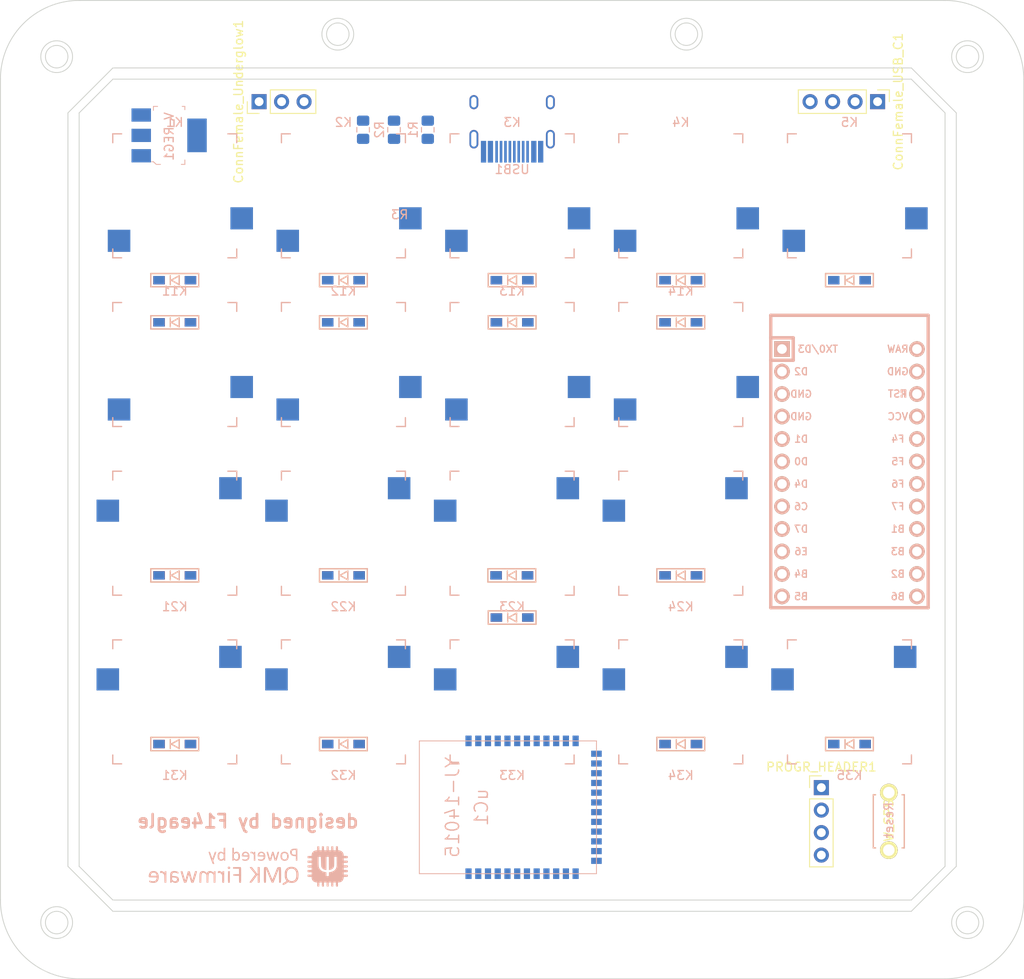
<source format=kicad_pcb>
(kicad_pcb (version 20171130) (host pcbnew "(5.1.2)-2")

  (general
    (thickness 1.6)
    (drawings 38)
    (tracks 0)
    (zones 0)
    (modules 48)
    (nets 83)
  )

  (page A4)
  (layers
    (0 F.Cu signal)
    (31 B.Cu signal)
    (32 B.Adhes user)
    (33 F.Adhes user)
    (34 B.Paste user)
    (35 F.Paste user)
    (36 B.SilkS user)
    (37 F.SilkS user)
    (38 B.Mask user)
    (39 F.Mask user)
    (40 Dwgs.User user)
    (41 Cmts.User user)
    (42 Eco1.User user)
    (43 Eco2.User user)
    (44 Edge.Cuts user)
    (45 Margin user)
    (46 B.CrtYd user)
    (47 F.CrtYd user)
    (48 B.Fab user)
    (49 F.Fab user)
  )

  (setup
    (last_trace_width 0.25)
    (trace_clearance 0.2)
    (zone_clearance 0.508)
    (zone_45_only no)
    (trace_min 0.2)
    (via_size 0.8)
    (via_drill 0.4)
    (via_min_size 0.4)
    (via_min_drill 0.3)
    (uvia_size 0.3)
    (uvia_drill 0.1)
    (uvias_allowed no)
    (uvia_min_size 0.2)
    (uvia_min_drill 0.1)
    (edge_width 0.1)
    (segment_width 0.2)
    (pcb_text_width 0.3)
    (pcb_text_size 1.5 1.5)
    (mod_edge_width 0.15)
    (mod_text_size 1 1)
    (mod_text_width 0.15)
    (pad_size 1.524 1.524)
    (pad_drill 0.762)
    (pad_to_mask_clearance 0)
    (aux_axis_origin 0 0)
    (visible_elements 7FFFFFFF)
    (pcbplotparams
      (layerselection 0x010fc_ffffffff)
      (usegerberextensions false)
      (usegerberattributes false)
      (usegerberadvancedattributes false)
      (creategerberjobfile false)
      (excludeedgelayer true)
      (linewidth 0.100000)
      (plotframeref false)
      (viasonmask false)
      (mode 1)
      (useauxorigin false)
      (hpglpennumber 1)
      (hpglpenspeed 20)
      (hpglpendiameter 15.000000)
      (psnegative false)
      (psa4output false)
      (plotreference true)
      (plotvalue true)
      (plotinvisibletext false)
      (padsonsilk false)
      (subtractmaskfromsilk false)
      (outputformat 1)
      (mirror false)
      (drillshape 0)
      (scaleselection 1)
      (outputdirectory "gerber/"))
  )

  (net 0 "")
  (net 1 C_GND)
  (net 2 C_D+)
  (net 3 C_D-)
  (net 4 C_VCC)
  (net 5 "Net-(D1-Pad2)")
  (net 6 row0)
  (net 7 "Net-(D2-Pad2)")
  (net 8 "Net-(D3-Pad2)")
  (net 9 "Net-(D4-Pad2)")
  (net 10 "Net-(D5-Pad2)")
  (net 11 "Net-(D11-Pad2)")
  (net 12 row1)
  (net 13 "Net-(D12-Pad2)")
  (net 14 "Net-(D13-Pad2)")
  (net 15 "Net-(D14-Pad2)")
  (net 16 "Net-(D21-Pad2)")
  (net 17 row2)
  (net 18 "Net-(D22-Pad2)")
  (net 19 "Net-(D23-Pad2)")
  (net 20 "Net-(D24-Pad2)")
  (net 21 "Net-(D31-Pad2)")
  (net 22 row3)
  (net 23 "Net-(D32-Pad2)")
  (net 24 "Net-(D33-Pad2)")
  (net 25 "Net-(D34-Pad2)")
  (net 26 "Net-(D35-Pad2)")
  (net 27 row4)
  (net 28 col0)
  (net 29 col1)
  (net 30 col2)
  (net 31 col3)
  (net 32 col4)
  (net 33 GND)
  (net 34 RXI)
  (net 35 TXO)
  (net 36 5V0)
  (net 37 RST)
  (net 38 VIN)
  (net 39 SWCLK)
  (net 40 SWDIO)
  (net 41 VCC)
  (net 42 TXODIV)
  (net 43 RGB_DATA)
  (net 44 "Net-(uC1-Pad13)")
  (net 45 "Net-(uC1-Pad10)")
  (net 46 "Net-(uC1-Pad9)")
  (net 47 "Net-(uC1-Pad8)")
  (net 48 "Net-(uC1-Pad7)")
  (net 49 "Net-(uC1-Pad4)")
  (net 50 "Net-(uC1-Pad3)")
  (net 51 "Net-(uC1-Pad2)")
  (net 52 "Net-(uC1-Pad36)")
  (net 53 "Net-(uC1-Pad35)")
  (net 54 "Net-(uC1-Pad34)")
  (net 55 "Net-(uC1-Pad33)")
  (net 56 "Net-(uC1-Pad30)")
  (net 57 "Net-(uC1-Pad29)")
  (net 58 "Net-(uC1-Pad28)")
  (net 59 "Net-(uC1-Pad27)")
  (net 60 "Net-(uC1-Pad26)")
  (net 61 "Net-(uC1-Pad25)")
  (net 62 "Net-(uC1-Pad24)")
  (net 63 "Net-(uC1-Pad23)")
  (net 64 "Net-(uC1-Pad22)")
  (net 65 "Net-(uC1-Pad21)")
  (net 66 "Net-(uC1-Pad20)")
  (net 67 "Net-(uC1-Pad19)")
  (net 68 "Net-(uC1-Pad18)")
  (net 69 "Net-(uC1-Pad17)")
  (net 70 "Net-(uC1-Pad16)")
  (net 71 "Net-(uC1-Pad15)")
  (net 72 "Net-(uC1-Pad14)")
  (net 73 "Net-(U1-Pad13)")
  (net 74 "Net-(U1-Pad19)")
  (net 75 "Net-(U1-Pad20)")
  (net 76 "Net-(U1-Pad6)")
  (net 77 "Net-(U1-Pad5)")
  (net 78 "Net-(USB1-Pad3)")
  (net 79 "Net-(USB1-Pad10)")
  (net 80 "Net-(USB1-Pad4)")
  (net 81 "Net-(USB1-Pad9)")
  (net 82 "Net-(USB1-Pad13)")

  (net_class Default 这是默认网络类。
    (clearance 0.2)
    (trace_width 0.25)
    (via_dia 0.8)
    (via_drill 0.4)
    (uvia_dia 0.3)
    (uvia_drill 0.1)
    (add_net 5V0)
    (add_net C_D+)
    (add_net C_D-)
    (add_net C_GND)
    (add_net C_VCC)
    (add_net GND)
    (add_net "Net-(D1-Pad2)")
    (add_net "Net-(D11-Pad2)")
    (add_net "Net-(D12-Pad2)")
    (add_net "Net-(D13-Pad2)")
    (add_net "Net-(D14-Pad2)")
    (add_net "Net-(D2-Pad2)")
    (add_net "Net-(D21-Pad2)")
    (add_net "Net-(D22-Pad2)")
    (add_net "Net-(D23-Pad2)")
    (add_net "Net-(D24-Pad2)")
    (add_net "Net-(D3-Pad2)")
    (add_net "Net-(D31-Pad2)")
    (add_net "Net-(D32-Pad2)")
    (add_net "Net-(D33-Pad2)")
    (add_net "Net-(D34-Pad2)")
    (add_net "Net-(D35-Pad2)")
    (add_net "Net-(D4-Pad2)")
    (add_net "Net-(D5-Pad2)")
    (add_net "Net-(U1-Pad13)")
    (add_net "Net-(U1-Pad19)")
    (add_net "Net-(U1-Pad20)")
    (add_net "Net-(U1-Pad5)")
    (add_net "Net-(U1-Pad6)")
    (add_net "Net-(USB1-Pad10)")
    (add_net "Net-(USB1-Pad13)")
    (add_net "Net-(USB1-Pad3)")
    (add_net "Net-(USB1-Pad4)")
    (add_net "Net-(USB1-Pad9)")
    (add_net "Net-(uC1-Pad10)")
    (add_net "Net-(uC1-Pad13)")
    (add_net "Net-(uC1-Pad14)")
    (add_net "Net-(uC1-Pad15)")
    (add_net "Net-(uC1-Pad16)")
    (add_net "Net-(uC1-Pad17)")
    (add_net "Net-(uC1-Pad18)")
    (add_net "Net-(uC1-Pad19)")
    (add_net "Net-(uC1-Pad2)")
    (add_net "Net-(uC1-Pad20)")
    (add_net "Net-(uC1-Pad21)")
    (add_net "Net-(uC1-Pad22)")
    (add_net "Net-(uC1-Pad23)")
    (add_net "Net-(uC1-Pad24)")
    (add_net "Net-(uC1-Pad25)")
    (add_net "Net-(uC1-Pad26)")
    (add_net "Net-(uC1-Pad27)")
    (add_net "Net-(uC1-Pad28)")
    (add_net "Net-(uC1-Pad29)")
    (add_net "Net-(uC1-Pad3)")
    (add_net "Net-(uC1-Pad30)")
    (add_net "Net-(uC1-Pad33)")
    (add_net "Net-(uC1-Pad34)")
    (add_net "Net-(uC1-Pad35)")
    (add_net "Net-(uC1-Pad36)")
    (add_net "Net-(uC1-Pad4)")
    (add_net "Net-(uC1-Pad7)")
    (add_net "Net-(uC1-Pad8)")
    (add_net "Net-(uC1-Pad9)")
    (add_net RGB_DATA)
    (add_net RST)
    (add_net RXI)
    (add_net SWCLK)
    (add_net SWDIO)
    (add_net TXO)
    (add_net TXODIV)
    (add_net VCC)
    (add_net VIN)
    (add_net col0)
    (add_net col1)
    (add_net col2)
    (add_net col3)
    (add_net col4)
    (add_net row0)
    (add_net row1)
    (add_net row2)
    (add_net row3)
    (add_net row4)
  )

  (module myparts:qmk-badge (layer B.Cu) (tedit 0) (tstamp 5E088E2D)
    (at 93.98 144.78 180)
    (fp_text reference G*** (at 0 0 180) (layer B.SilkS) hide
      (effects (font (size 1.524 1.524) (thickness 0.3)) (justify mirror))
    )
    (fp_text value LOGO (at 0.75 0 180) (layer B.SilkS) hide
      (effects (font (size 1.524 1.524) (thickness 0.3)) (justify mirror))
    )
    (fp_poly (pts (xy -9.943822 1.795852) (xy -9.802795 1.80158) (xy -9.661769 1.807308) (xy -9.652 2.032)
      (xy -9.64223 2.256692) (xy -9.427307 2.256692) (xy -9.416283 1.795852) (xy -9.275257 1.80158)
      (xy -9.13423 1.807308) (xy -9.114692 2.256692) (xy -8.899769 2.256692) (xy -8.888745 1.795852)
      (xy -8.747719 1.80158) (xy -8.606692 1.807308) (xy -8.587154 2.256692) (xy -8.37223 2.256692)
      (xy -8.366719 2.026272) (xy -8.361207 1.795852) (xy -8.22018 1.80158) (xy -8.079154 1.807308)
      (xy -8.069384 2.032) (xy -8.059615 2.256692) (xy -7.844692 2.256692) (xy -7.839187 2.027116)
      (xy -7.833683 1.797539) (xy -7.740091 1.797539) (xy -7.600839 1.779362) (xy -7.475743 1.727932)
      (xy -7.369453 1.647898) (xy -7.286618 1.543908) (xy -7.231888 1.420613) (xy -7.20991 1.28266)
      (xy -7.209692 1.26714) (xy -7.209692 1.173548) (xy -6.980115 1.168043) (xy -6.750538 1.162539)
      (xy -6.744527 1.056926) (xy -6.745295 0.980698) (xy -6.758521 0.940058) (xy -6.764066 0.93511)
      (xy -6.793266 0.92842) (xy -6.852216 0.923014) (xy -6.931592 0.919545) (xy -6.999654 0.918607)
      (xy -7.209692 0.918308) (xy -7.209692 0.646009) (xy -6.980115 0.640505) (xy -6.750538 0.635)
      (xy -6.744527 0.529388) (xy -6.745295 0.45316) (xy -6.758521 0.41252) (xy -6.764066 0.407572)
      (xy -6.793266 0.400881) (xy -6.852216 0.395475) (xy -6.931592 0.392007) (xy -6.999654 0.391069)
      (xy -7.209692 0.390769) (xy -7.209692 0.118471) (xy -6.980115 0.112966) (xy -6.750538 0.107462)
      (xy -6.744754 -0.00237) (xy -6.743134 -0.054586) (xy -6.748566 -0.09107) (xy -6.766843 -0.114655)
      (xy -6.803757 -0.128172) (xy -6.865103 -0.134452) (xy -6.956673 -0.136327) (xy -7.019192 -0.136502)
      (xy -7.209692 -0.136769) (xy -7.209692 -0.409067) (xy -6.750538 -0.420077) (xy -6.744754 -0.529909)
      (xy -6.743134 -0.582124) (xy -6.748566 -0.618609) (xy -6.766843 -0.642194) (xy -6.803757 -0.65571)
      (xy -6.865103 -0.66199) (xy -6.956673 -0.663865) (xy -7.019192 -0.664041) (xy -7.209692 -0.664308)
      (xy -7.209692 -0.936606) (xy -6.980115 -0.942111) (xy -6.750538 -0.947615) (xy -6.744754 -1.057447)
      (xy -6.743134 -1.109663) (xy -6.748566 -1.146147) (xy -6.766843 -1.169732) (xy -6.803757 -1.183249)
      (xy -6.865103 -1.189529) (xy -6.956673 -1.191404) (xy -7.019192 -1.191579) (xy -7.209692 -1.191846)
      (xy -7.209883 -1.294423) (xy -7.228457 -1.428358) (xy -7.280843 -1.549062) (xy -7.362813 -1.652249)
      (xy -7.470139 -1.733631) (xy -7.598591 -1.788919) (xy -7.720361 -1.812116) (xy -7.834923 -1.822504)
      (xy -7.834923 -2.032321) (xy -7.83635 -2.137354) (xy -7.842819 -2.209196) (xy -7.857609 -2.253694)
      (xy -7.883998 -2.276695) (xy -7.925265 -2.284046) (xy -7.975133 -2.282309) (xy -8.059615 -2.276231)
      (xy -8.069384 -2.051538) (xy -8.079154 -1.826846) (xy -8.220807 -1.821105) (xy -8.362461 -1.815365)
      (xy -8.362461 -2.028752) (xy -8.363835 -2.134613) (xy -8.370099 -2.207251) (xy -8.38447 -2.25248)
      (xy -8.410165 -2.276118) (xy -8.4504 -2.283982) (xy -8.502671 -2.282309) (xy -8.587154 -2.276231)
      (xy -8.592658 -2.046654) (xy -8.598163 -1.817077) (xy -8.89 -1.817077) (xy -8.89 -2.029608)
      (xy -8.891386 -2.135271) (xy -8.897698 -2.207718) (xy -8.912168 -2.252773) (xy -8.938027 -2.276258)
      (xy -8.978506 -2.283999) (xy -9.03021 -2.282309) (xy -9.114692 -2.276231) (xy -9.120197 -2.046654)
      (xy -9.125701 -1.817077) (xy -9.417538 -1.817077) (xy -9.417538 -2.029608) (xy -9.418924 -2.135271)
      (xy -9.425237 -2.207718) (xy -9.439707 -2.252773) (xy -9.465566 -2.276258) (xy -9.506045 -2.283999)
      (xy -9.557748 -2.282309) (xy -9.64223 -2.276231) (xy -9.65324 -1.817077) (xy -9.945077 -1.817077)
      (xy -9.945077 -2.028092) (xy -9.947445 -2.140985) (xy -9.954444 -2.218558) (xy -9.965912 -2.259199)
      (xy -9.968523 -2.262554) (xy -10.000845 -2.276382) (xy -10.053761 -2.284378) (xy -10.110549 -2.285661)
      (xy -10.154487 -2.279351) (xy -10.166513 -2.272974) (xy -10.171738 -2.24928) (xy -10.175964 -2.194964)
      (xy -10.178715 -2.118479) (xy -10.179538 -2.041338) (xy -10.179538 -1.822728) (xy -10.305556 -1.81096)
      (xy -10.456495 -1.779978) (xy -10.583672 -1.718403) (xy -10.685487 -1.627827) (xy -10.760337 -1.509842)
      (xy -10.806624 -1.366039) (xy -10.816665 -1.302648) (xy -10.829688 -1.191846) (xy -11.023667 -1.191846)
      (xy -11.131642 -1.190173) (xy -11.206517 -1.183348) (xy -11.254192 -1.168662) (xy -11.280569 -1.143404)
      (xy -11.291548 -1.104867) (xy -11.29323 -1.068066) (xy -11.288031 -1.010692) (xy -11.275043 -0.968679)
      (xy -11.269784 -0.961292) (xy -11.236186 -0.949012) (xy -11.165356 -0.94117) (xy -11.058907 -0.937929)
      (xy -11.035323 -0.937846) (xy -10.824307 -0.937846) (xy -10.824307 -0.664308) (xy -11.020977 -0.664308)
      (xy -11.129554 -0.662674) (xy -11.205004 -0.65599) (xy -11.253204 -0.641585) (xy -11.280032 -0.616787)
      (xy -11.291364 -0.578923) (xy -11.29323 -0.540528) (xy -11.288031 -0.483153) (xy -11.275043 -0.44114)
      (xy -11.269784 -0.433754) (xy -11.236186 -0.421473) (xy -11.165356 -0.413632) (xy -11.058907 -0.41039)
      (xy -11.035323 -0.410308) (xy -10.824307 -0.410308) (xy -10.824307 -0.136769) (xy -11.020977 -0.136769)
      (xy -11.129554 -0.135135) (xy -11.205004 -0.128452) (xy -11.253204 -0.114047) (xy -11.280032 -0.089249)
      (xy -11.291364 -0.051385) (xy -11.293231 -0.012989) (xy -11.288031 0.044385) (xy -11.275043 0.086398)
      (xy -11.269784 0.093785) (xy -11.236186 0.106065) (xy -11.165356 0.113907) (xy -11.058907 0.117148)
      (xy -11.035323 0.117231) (xy -10.824307 0.117231) (xy -10.824307 0.367116) (xy -10.039392 0.367116)
      (xy -10.039019 0.228366) (xy -10.036917 0.119277) (xy -10.03292 0.035153) (xy -10.026857 -0.028699)
      (xy -10.018561 -0.076977) (xy -10.015636 -0.089031) (xy -9.955929 -0.24532) (xy -9.865237 -0.378738)
      (xy -9.745137 -0.48802) (xy -9.597207 -0.571899) (xy -9.423022 -0.629108) (xy -9.319133 -0.648391)
      (xy -9.163538 -0.670395) (xy -9.163538 -0.868598) (xy -9.16085 -0.98098) (xy -9.152803 -1.055171)
      (xy -9.139426 -1.09091) (xy -9.139282 -1.091056) (xy -9.102003 -1.105695) (xy -9.032675 -1.110565)
      (xy -8.997628 -1.109617) (xy -8.88023 -1.103923) (xy -8.874706 -0.884115) (xy -8.871845 -0.788752)
      (xy -8.868076 -0.725792) (xy -8.86204 -0.688567) (xy -8.852379 -0.670406) (xy -8.837732 -0.664638)
      (xy -8.829921 -0.664308) (xy -8.764624 -0.657952) (xy -8.676687 -0.641213) (xy -8.58 -0.617581)
      (xy -8.488455 -0.590546) (xy -8.415942 -0.563598) (xy -8.400847 -0.556496) (xy -8.296363 -0.488434)
      (xy -8.195416 -0.396216) (xy -8.111975 -0.293346) (xy -8.087213 -0.253288) (xy -8.057095 -0.196459)
      (xy -8.03326 -0.14232) (xy -8.014984 -0.085396) (xy -8.001543 -0.020211) (xy -7.992212 0.058712)
      (xy -7.986267 0.156849) (xy -7.982985 0.279675) (xy -7.98164 0.432666) (xy -7.981461 0.546237)
      (xy -7.981461 1.063166) (xy -8.049846 1.077265) (xy -8.119536 1.083079) (xy -8.186615 1.077262)
      (xy -8.255 1.063159) (xy -8.266437 0.546233) (xy -8.271084 0.37609) (xy -8.276889 0.229253)
      (xy -8.283634 0.109403) (xy -8.291101 0.020219) (xy -8.299071 -0.03462) (xy -8.301411 -0.043468)
      (xy -8.358037 -0.157774) (xy -8.445517 -0.256523) (xy -8.557007 -0.334443) (xy -8.685662 -0.386262)
      (xy -8.767647 -0.402558) (xy -8.869987 -0.415279) (xy -8.875109 0.323987) (xy -8.88023 1.063253)
      (xy -8.948615 1.077309) (xy -9.018302 1.083083) (xy -9.085384 1.077236) (xy -9.153769 1.063106)
      (xy -9.158891 0.324216) (xy -9.164012 -0.414673) (xy -9.256583 -0.401307) (xy -9.4037 -0.363336)
      (xy -9.530084 -0.29648) (xy -9.63137 -0.203734) (xy -9.698832 -0.097692) (xy -9.711161 -0.068746)
      (xy -9.720933 -0.037358) (xy -9.728559 0.001536) (xy -9.734451 0.053) (xy -9.739023 0.122098)
      (xy -9.742687 0.213895) (xy -9.745854 0.333453) (xy -9.748938 0.485837) (xy -9.749692 0.526765)
      (xy -9.759461 1.063298) (xy -9.827846 1.077332) (xy -9.897535 1.083091) (xy -9.964615 1.077239)
      (xy -10.033 1.063114) (xy -10.038206 0.540223) (xy -10.039392 0.367116) (xy -10.824307 0.367116)
      (xy -10.824307 0.390769) (xy -11.020977 0.390769) (xy -11.129554 0.392403) (xy -11.205004 0.399087)
      (xy -11.253204 0.413491) (xy -11.280032 0.43829) (xy -11.291364 0.476154) (xy -11.29323 0.514549)
      (xy -11.288031 0.571924) (xy -11.275043 0.613937) (xy -11.269784 0.621323) (xy -11.236186 0.633604)
      (xy -11.165356 0.641445) (xy -11.058907 0.644687) (xy -11.035323 0.644769) (xy -10.824307 0.644769)
      (xy -10.824307 0.918308) (xy -11.020977 0.918308) (xy -11.129554 0.919942) (xy -11.205004 0.926625)
      (xy -11.253204 0.94103) (xy -11.280032 0.965828) (xy -11.291364 1.003692) (xy -11.29323 1.042088)
      (xy -11.288031 1.099462) (xy -11.275043 1.141475) (xy -11.269784 1.148862) (xy -11.236198 1.161167)
      (xy -11.165595 1.16902) (xy -11.059805 1.172236) (xy -11.038106 1.172308) (xy -10.829874 1.172308)
      (xy -10.817634 1.289419) (xy -10.797535 1.407848) (xy -10.761217 1.503287) (xy -10.702355 1.590548)
      (xy -10.676116 1.62095) (xy -10.579357 1.707428) (xy -10.469694 1.763068) (xy -10.337769 1.792409)
      (xy -10.318247 1.794553) (xy -10.189307 1.807308) (xy -10.169769 2.256692) (xy -9.954846 2.256692)
      (xy -9.943822 1.795852)) (layer B.SilkS) (width 0.01))
    (fp_poly (pts (xy -4.762074 -0.069363) (xy -4.622834 -0.102912) (xy -4.501285 -0.161682) (xy -4.453209 -0.194755)
      (xy -4.353765 -0.283507) (xy -4.278123 -0.386069) (xy -4.217587 -0.514428) (xy -4.213568 -0.525014)
      (xy -4.197201 -0.573919) (xy -4.185718 -0.624241) (xy -4.178282 -0.684254) (xy -4.174061 -0.762235)
      (xy -4.172217 -0.866458) (xy -4.171915 -0.937846) (xy -4.17235 -1.058407) (xy -4.174672 -1.14854)
      (xy -4.179786 -1.216884) (xy -4.188595 -1.272075) (xy -4.202003 -1.322752) (xy -4.21673 -1.366072)
      (xy -4.250053 -1.446572) (xy -4.289685 -1.525805) (xy -4.318626 -1.573757) (xy -4.375254 -1.656062)
      (xy -4.263588 -1.734051) (xy -4.187484 -1.784108) (xy -4.105752 -1.833178) (xy -4.051678 -1.862552)
      (xy -3.977569 -1.910156) (xy -3.939023 -1.963304) (xy -3.93253 -2.02817) (xy -3.938746 -2.061308)
      (xy -3.951206 -2.094087) (xy -3.973041 -2.106646) (xy -4.013622 -2.100565) (xy -4.067044 -2.082923)
      (xy -4.176357 -2.033815) (xy -4.300785 -1.96076) (xy -4.430283 -1.869706) (xy -4.441028 -1.861463)
      (xy -4.554287 -1.773973) (xy -4.655951 -1.81964) (xy -4.753306 -1.849115) (xy -4.874547 -1.864602)
      (xy -5.007088 -1.866145) (xy -5.138342 -1.853787) (xy -5.255724 -1.827573) (xy -5.285154 -1.817468)
      (xy -5.410672 -1.750609) (xy -5.522568 -1.65385) (xy -5.612273 -1.53604) (xy -5.664886 -1.425349)
      (xy -5.689994 -1.327689) (xy -5.708653 -1.203753) (xy -5.720154 -1.065921) (xy -5.722986 -0.957385)
      (xy -5.479217 -0.957385) (xy -5.475309 -1.117076) (xy -5.460864 -1.245683) (xy -5.43431 -1.350158)
      (xy -5.394078 -1.437449) (xy -5.359011 -1.48936) (xy -5.268875 -1.576228) (xy -5.156783 -1.635482)
      (xy -5.029621 -1.66587) (xy -4.894276 -1.666141) (xy -4.757636 -1.635045) (xy -4.696066 -1.60978)
      (xy -4.596545 -1.545607) (xy -4.516754 -1.454648) (xy -4.452171 -1.331645) (xy -4.447992 -1.321424)
      (xy -4.4308 -1.272507) (xy -4.419178 -1.220682) (xy -4.412129 -1.156915) (xy -4.408653 -1.072173)
      (xy -4.407753 -0.957422) (xy -4.407753 -0.957385) (xy -4.412139 -0.799639) (xy -4.426558 -0.673117)
      (xy -4.453114 -0.570778) (xy -4.493912 -0.48558) (xy -4.551057 -0.410483) (xy -4.580228 -0.380465)
      (xy -4.669352 -0.312121) (xy -4.771369 -0.271294) (xy -4.895359 -0.254733) (xy -4.933461 -0.254)
      (xy -5.060774 -0.263615) (xy -5.164421 -0.295237) (xy -5.255501 -0.353027) (xy -5.297111 -0.3904)
      (xy -5.366533 -0.468573) (xy -5.416953 -0.552384) (xy -5.450824 -0.649464) (xy -5.470593 -0.767441)
      (xy -5.478713 -0.913943) (xy -5.479217 -0.957385) (xy -5.722986 -0.957385) (xy -5.723791 -0.926569)
      (xy -5.718858 -0.798074) (xy -5.706279 -0.70079) (xy -5.654652 -0.520315) (xy -5.576831 -0.368774)
      (xy -5.473445 -0.246686) (xy -5.345128 -0.154573) (xy -5.192511 -0.092953) (xy -5.016225 -0.062348)
      (xy -4.926699 -0.058827) (xy -4.762074 -0.069363)) (layer B.SilkS) (width 0.01))
    (fp_poly (pts (xy 8.416548 -0.532405) (xy 8.50856 -0.549331) (xy 8.592399 -0.589756) (xy 8.669695 -0.656828)
      (xy 8.728531 -0.738489) (xy 8.751698 -0.795384) (xy 8.759358 -0.84689) (xy 8.764862 -0.935188)
      (xy 8.768146 -1.058048) (xy 8.769143 -1.21324) (xy 8.76823 -1.361291) (xy 8.763 -1.846385)
      (xy 8.684846 -1.846385) (xy 8.634586 -1.844138) (xy 8.611215 -1.830338) (xy 8.602559 -1.794391)
      (xy 8.600629 -1.773115) (xy 8.594436 -1.726005) (xy 8.586682 -1.701045) (xy 8.584829 -1.699846)
      (xy 8.56525 -1.711035) (xy 8.52629 -1.739521) (xy 8.500787 -1.759561) (xy 8.389713 -1.826487)
      (xy 8.264808 -1.864275) (xy 8.136792 -1.870933) (xy 8.025601 -1.84789) (xy 7.914636 -1.793989)
      (xy 7.837743 -1.722184) (xy 7.793039 -1.629599) (xy 7.778643 -1.513358) (xy 7.779215 -1.49623)
      (xy 7.996729 -1.49623) (xy 8.008538 -1.543795) (xy 8.049573 -1.619424) (xy 8.11529 -1.671551)
      (xy 8.197384 -1.69762) (xy 8.287549 -1.695075) (xy 8.37748 -1.661361) (xy 8.382 -1.658704)
      (xy 8.442918 -1.617274) (xy 8.499734 -1.571248) (xy 8.504116 -1.567198) (xy 8.532895 -1.536261)
      (xy 8.549084 -1.503421) (xy 8.556222 -1.456403) (xy 8.557846 -1.382926) (xy 8.557846 -1.244779)
      (xy 8.365367 -1.255385) (xy 8.242033 -1.266263) (xy 8.151072 -1.285007) (xy 8.086138 -1.314197)
      (xy 8.040886 -1.356413) (xy 8.016506 -1.397205) (xy 7.997148 -1.448882) (xy 7.996729 -1.49623)
      (xy 7.779215 -1.49623) (xy 7.780005 -1.472606) (xy 7.801287 -1.36027) (xy 7.850457 -1.269246)
      (xy 7.929056 -1.19852) (xy 8.038626 -1.147074) (xy 8.18071 -1.113893) (xy 8.347808 -1.098335)
      (xy 8.557846 -1.089134) (xy 8.557737 -1.018375) (xy 8.545244 -0.907758) (xy 8.510355 -0.815215)
      (xy 8.469322 -0.761435) (xy 8.400665 -0.721765) (xy 8.308452 -0.704276) (xy 8.201432 -0.709164)
      (xy 8.088356 -0.736627) (xy 8.048169 -0.751945) (xy 7.977664 -0.780389) (xy 7.915743 -0.803278)
      (xy 7.877639 -0.815148) (xy 7.849773 -0.81863) (xy 7.837814 -0.805523) (xy 7.836888 -0.766585)
      (xy 7.838562 -0.741057) (xy 7.847529 -0.682687) (xy 7.869979 -0.646378) (xy 7.908099 -0.619567)
      (xy 8.014967 -0.573659) (xy 8.144621 -0.542743) (xy 8.283127 -0.528448) (xy 8.416548 -0.532405)) (layer B.SilkS) (width 0.01))
    (fp_poly (pts (xy 10.76895 -0.537898) (xy 10.900945 -0.576087) (xy 11.009545 -0.645193) (xy 11.093714 -0.744301)
      (xy 11.152416 -0.872496) (xy 11.184615 -1.028862) (xy 11.185322 -1.035538) (xy 11.191493 -1.098368)
      (xy 11.19267 -1.146836) (xy 11.18454 -1.182884) (xy 11.16279 -1.208449) (xy 11.123109 -1.225471)
      (xy 11.061184 -1.23589) (xy 10.972703 -1.241644) (xy 10.853354 -1.244673) (xy 10.715833 -1.246675)
      (xy 10.291529 -1.252657) (xy 10.302543 -1.359374) (xy 10.329646 -1.48016) (xy 10.383426 -1.572796)
      (xy 10.464395 -1.637693) (xy 10.573061 -1.675263) (xy 10.707077 -1.685963) (xy 10.829509 -1.676148)
      (xy 10.948734 -1.652796) (xy 10.979177 -1.643982) (xy 11.044909 -1.625188) (xy 11.095892 -1.614451)
      (xy 11.120831 -1.614052) (xy 11.133747 -1.641176) (xy 11.136453 -1.688161) (xy 11.129869 -1.737411)
      (xy 11.114913 -1.771329) (xy 11.1125 -1.773614) (xy 11.054786 -1.80419) (xy 10.968285 -1.829887)
      (xy 10.863115 -1.84949) (xy 10.749397 -1.861786) (xy 10.637246 -1.86556) (xy 10.536783 -1.859599)
      (xy 10.480566 -1.849432) (xy 10.347268 -1.800188) (xy 10.241227 -1.726415) (xy 10.16119 -1.626322)
      (xy 10.105908 -1.498118) (xy 10.074127 -1.340011) (xy 10.067096 -1.257478) (xy 10.070331 -1.078874)
      (xy 10.071204 -1.074615) (xy 10.291624 -1.074615) (xy 10.961077 -1.074615) (xy 10.960756 -1.001346)
      (xy 10.944274 -0.914574) (xy 10.901425 -0.828674) (xy 10.84102 -0.759153) (xy 10.810823 -0.737556)
      (xy 10.73105 -0.709296) (xy 10.634439 -0.701545) (xy 10.537526 -0.714489) (xy 10.482629 -0.733886)
      (xy 10.407103 -0.788985) (xy 10.345998 -0.870085) (xy 10.308058 -0.964522) (xy 10.302294 -0.995064)
      (xy 10.291624 -1.074615) (xy 10.071204 -1.074615) (xy 10.101837 -0.925234) (xy 10.162415 -0.793731)
      (xy 10.220578 -0.715562) (xy 10.30773 -0.631143) (xy 10.399569 -0.575619) (xy 10.507393 -0.543715)
      (xy 10.614597 -0.531541) (xy 10.76895 -0.537898)) (layer B.SilkS) (width 0.01))
    (fp_poly (pts (xy -1.903296 -0.084581) (xy -1.854007 -0.103616) (xy -1.84778 -0.108857) (xy -1.84029 -0.120063)
      (xy -1.834106 -0.139622) (xy -1.829105 -0.17099) (xy -1.825167 -0.217625) (xy -1.82217 -0.282984)
      (xy -1.819994 -0.370522) (xy -1.818518 -0.483698) (xy -1.817621 -0.625969) (xy -1.817181 -0.80079)
      (xy -1.817077 -0.985997) (xy -1.816994 -1.193318) (xy -1.81705 -1.364925) (xy -1.817695 -1.504179)
      (xy -1.819384 -1.614441) (xy -1.822569 -1.699075) (xy -1.827703 -1.761441) (xy -1.835239 -1.8049)
      (xy -1.84563 -1.832814) (xy -1.859328 -1.848546) (xy -1.876787 -1.855455) (xy -1.89846 -1.856905)
      (xy -1.924798 -1.856256) (xy -1.934307 -1.856154) (xy -1.963185 -1.8567) (xy -1.986901 -1.856011)
      (xy -2.005966 -1.850597) (xy -2.020888 -1.836969) (xy -2.032176 -1.811637) (xy -2.040339 -1.771111)
      (xy -2.045886 -1.711902) (xy -2.049327 -1.630519) (xy -2.051169 -1.523474) (xy -2.051923 -1.387275)
      (xy -2.052098 -1.218434) (xy -2.052169 -1.048102) (xy -2.0528 -0.263769) (xy -2.36791 -1.045308)
      (xy -2.434837 -1.210435) (xy -2.497889 -1.364338) (xy -2.555461 -1.503224) (xy -2.605949 -1.623298)
      (xy -2.647751 -1.720768) (xy -2.679263 -1.791838) (xy -2.698881 -1.832715) (xy -2.704318 -1.841201)
      (xy -2.737181 -1.850966) (xy -2.788691 -1.855513) (xy -2.794 -1.855555) (xy -2.846349 -1.851695)
      (xy -2.882144 -1.84229) (xy -2.88398 -1.841201) (xy -2.895364 -1.820454) (xy -2.919087 -1.767012)
      (xy -2.953597 -1.684704) (xy -2.997343 -1.577359) (xy -3.048773 -1.448808) (xy -3.106337 -1.30288)
      (xy -3.168484 -1.143404) (xy -3.206365 -1.045308) (xy -3.507154 -0.263769) (xy -3.526692 -1.846385)
      (xy -3.614717 -1.852144) (xy -3.678114 -1.85048) (xy -3.721174 -1.838071) (xy -3.727063 -1.833583)
      (xy -3.733469 -1.808022) (xy -3.73897 -1.748393) (xy -3.743568 -1.659694) (xy -3.747265 -1.546921)
      (xy -3.750064 -1.415072) (xy -3.751968 -1.269146) (xy -3.752979 -1.11414) (xy -3.7531 -0.955052)
      (xy -3.752333 -0.79688) (xy -3.750682 -0.644621) (xy -3.748148 -0.503273) (xy -3.744734 -0.377834)
      (xy -3.740443 -0.273302) (xy -3.735278 -0.194674) (xy -3.72924 -0.146948) (xy -3.726182 -0.136769)
      (xy -3.70813 -0.109599) (xy -3.681273 -0.09392) (xy -3.634779 -0.085767) (xy -3.576665 -0.082021)
      (xy -3.47396 -0.083082) (xy -3.400489 -0.099929) (xy -3.348393 -0.136055) (xy -3.309812 -0.194952)
      (xy -3.306451 -0.202106) (xy -3.290397 -0.239659) (xy -3.262073 -0.308612) (xy -3.223477 -0.403986)
      (xy -3.17661 -0.520805) (xy -3.123471 -0.65409) (xy -3.066061 -0.798863) (xy -3.028305 -0.894473)
      (xy -2.970882 -1.038755) (xy -2.917596 -1.170007) (xy -2.870185 -1.284157) (xy -2.830384 -1.377134)
      (xy -2.799927 -1.444863) (xy -2.780551 -1.483272) (xy -2.774341 -1.490396) (xy -2.764197 -1.469397)
      (xy -2.741055 -1.416337) (xy -2.706649 -1.335352) (xy -2.662713 -1.230574) (xy -2.61098 -1.106138)
      (xy -2.553183 -0.966179) (xy -2.491056 -0.814829) (xy -2.490891 -0.814426) (xy -2.411225 -0.621306)
      (xy -2.344361 -0.462671) (xy -2.289346 -0.336427) (xy -2.245224 -0.240484) (xy -2.211043 -0.172749)
      (xy -2.18585 -0.131132) (xy -2.172442 -0.115926) (xy -2.121751 -0.092564) (xy -2.050865 -0.079353)
      (xy -1.973481 -0.076593) (xy -1.903296 -0.084581)) (layer B.SilkS) (width 0.01))
    (fp_poly (pts (xy -1.109196 -0.489346) (xy -1.103923 -0.900539) (xy -0.777063 -0.489346) (xy -0.450202 -0.078154)
      (xy -0.343485 -0.078154) (xy -0.282496 -0.081065) (xy -0.239115 -0.088555) (xy -0.226124 -0.095376)
      (xy -0.224616 -0.109944) (xy -0.234555 -0.134707) (xy -0.258197 -0.172709) (xy -0.297797 -0.226993)
      (xy -0.355609 -0.300603) (xy -0.433888 -0.396581) (xy -0.534891 -0.517971) (xy -0.57257 -0.562907)
      (xy -0.651803 -0.658128) (xy -0.721721 -0.743794) (xy -0.778636 -0.815253) (xy -0.818859 -0.867848)
      (xy -0.838704 -0.896927) (xy -0.840154 -0.900636) (xy -0.828778 -0.920626) (xy -0.796683 -0.967441)
      (xy -0.746913 -1.036887) (xy -0.682516 -1.124769) (xy -0.606536 -1.226892) (xy -0.52202 -1.339063)
      (xy -0.515985 -1.347021) (xy -0.410522 -1.487718) (xy -0.325033 -1.60532) (xy -0.260628 -1.698209)
      (xy -0.218413 -1.764768) (xy -0.199497 -1.803378) (xy -0.198645 -1.810369) (xy -0.220737 -1.839795)
      (xy -0.271517 -1.852709) (xy -0.316359 -1.855463) (xy -0.354768 -1.851825) (xy -0.390958 -1.83815)
      (xy -0.429147 -1.810793) (xy -0.473553 -1.766111) (xy -0.52839 -1.70046) (xy -0.597876 -1.610196)
      (xy -0.680791 -1.499011) (xy -0.761169 -1.390568) (xy -0.839608 -1.284739) (xy -0.91099 -1.188428)
      (xy -0.970194 -1.108544) (xy -1.012103 -1.051993) (xy -1.017057 -1.045308) (xy -1.103923 -0.928077)
      (xy -1.123461 -1.846385) (xy -1.211486 -1.852144) (xy -1.274883 -1.85048) (xy -1.317944 -1.838071)
      (xy -1.323832 -1.833583) (xy -1.330079 -1.818219) (xy -1.335251 -1.783891) (xy -1.339428 -1.727809)
      (xy -1.342688 -1.647186) (xy -1.34511 -1.539234) (xy -1.346774 -1.401167) (xy -1.347759 -1.230195)
      (xy -1.348142 -1.023531) (xy -1.348154 -0.974613) (xy -1.347883 -0.796863) (xy -1.347111 -0.630612)
      (xy -1.345893 -0.480062) (xy -1.344289 -0.349416) (xy -1.342355 -0.242874) (xy -1.340149 -0.164641)
      (xy -1.337729 -0.118917) (xy -1.336294 -0.109059) (xy -1.31653 -0.089486) (xy -1.271485 -0.079951)
      (xy -1.219452 -0.078154) (xy -1.114469 -0.078154) (xy -1.109196 -0.489346)) (layer B.SilkS) (width 0.01))
    (fp_poly (pts (xy 1.243162 -0.082651) (xy 1.670539 -0.087923) (xy 1.670539 -0.263769) (xy 1.3335 -0.269115)
      (xy 0.996462 -0.274461) (xy 0.996462 -0.878263) (xy 1.313962 -0.883631) (xy 1.631462 -0.889)
      (xy 1.631462 -1.064846) (xy 1.313962 -1.070215) (xy 0.996462 -1.075583) (xy 0.996462 -1.442422)
      (xy 0.995508 -1.588205) (xy 0.992541 -1.697636) (xy 0.987398 -1.773397) (xy 0.979919 -1.818171)
      (xy 0.973016 -1.832708) (xy 0.940694 -1.846536) (xy 0.887778 -1.854532) (xy 0.83099 -1.855815)
      (xy 0.787052 -1.849505) (xy 0.775026 -1.843128) (xy 0.7723 -1.82146) (xy 0.769767 -1.764753)
      (xy 0.767489 -1.677043) (xy 0.765526 -1.562369) (xy 0.763938 -1.424768) (xy 0.762786 -1.268276)
      (xy 0.762131 -1.096933) (xy 0.762 -0.976059) (xy 0.762189 -0.764979) (xy 0.762821 -0.589788)
      (xy 0.763995 -0.447299) (xy 0.765806 -0.334325) (xy 0.768355 -0.247681) (xy 0.771738 -0.184178)
      (xy 0.776053 -0.140632) (xy 0.781397 -0.113854) (xy 0.78787 -0.100659) (xy 0.788893 -0.099697)
      (xy 0.814729 -0.091569) (xy 0.871069 -0.085881) (xy 0.960043 -0.082555) (xy 1.083786 -0.08151)
      (xy 1.243162 -0.082651)) (layer B.SilkS) (width 0.01))
    (fp_poly (pts (xy 2.134577 -0.55094) (xy 2.237154 -0.556846) (xy 2.242314 -1.190523) (xy 2.243477 -1.373437)
      (xy 2.243613 -1.520621) (xy 2.242619 -1.63541) (xy 2.240397 -1.721138) (xy 2.236846 -1.781142)
      (xy 2.231865 -1.818756) (xy 2.225354 -1.837316) (xy 2.222776 -1.839877) (xy 2.186957 -1.850633)
      (xy 2.134228 -1.855329) (xy 2.082036 -1.853648) (xy 2.047826 -1.845269) (xy 2.045026 -1.843128)
      (xy 2.041897 -1.821138) (xy 2.039038 -1.764757) (xy 2.036542 -1.67867) (xy 2.034502 -1.567563)
      (xy 2.033011 -1.436122) (xy 2.032163 -1.289032) (xy 2.032 -1.187569) (xy 2.032 -0.545035)
      (xy 2.134577 -0.55094)) (layer B.SilkS) (width 0.01))
    (fp_poly (pts (xy 3.291657 -0.531993) (xy 3.343283 -0.549116) (xy 3.370332 -0.584547) (xy 3.379737 -0.643926)
      (xy 3.380154 -0.667169) (xy 3.380154 -0.766349) (xy 3.306885 -0.751079) (xy 3.211953 -0.737966)
      (xy 3.136808 -0.746442) (xy 3.071441 -0.780612) (xy 3.005845 -0.844578) (xy 2.969555 -0.889378)
      (xy 2.891693 -0.990302) (xy 2.891693 -1.411368) (xy 2.891687 -1.554213) (xy 2.890784 -1.6627)
      (xy 2.887655 -1.741546) (xy 2.88097 -1.795469) (xy 2.8694 -1.829185) (xy 2.851616 -1.847411)
      (xy 2.826288 -1.854864) (xy 2.792088 -1.85626) (xy 2.766351 -1.856154) (xy 2.718638 -1.852492)
      (xy 2.690344 -1.84363) (xy 2.689795 -1.843128) (xy 2.686666 -1.821138) (xy 2.683807 -1.764757)
      (xy 2.681311 -1.678669) (xy 2.679272 -1.567562) (xy 2.677781 -1.436119) (xy 2.676932 -1.289026)
      (xy 2.67677 -1.187519) (xy 2.67677 -0.544936) (xy 2.769577 -0.550891) (xy 2.862385 -0.556846)
      (xy 2.872154 -0.654538) (xy 2.881923 -0.752231) (xy 2.92024 -0.695635) (xy 2.997601 -0.609975)
      (xy 3.091176 -0.552425) (xy 3.192315 -0.528028) (xy 3.208524 -0.527538) (xy 3.291657 -0.531993)) (layer B.SilkS) (width 0.01))
    (fp_poly (pts (xy 4.29126 -0.531661) (xy 4.41463 -0.555072) (xy 4.513625 -0.609017) (xy 4.58829 -0.693519)
      (xy 4.592562 -0.700505) (xy 4.631664 -0.76601) (xy 4.717121 -0.687239) (xy 4.816636 -0.605942)
      (xy 4.908575 -0.555724) (xy 5.00255 -0.532568) (xy 5.090766 -0.531136) (xy 5.214004 -0.553833)
      (xy 5.311963 -0.605582) (xy 5.387181 -0.687991) (xy 5.414672 -0.736288) (xy 5.42873 -0.766113)
      (xy 5.439614 -0.794998) (xy 5.447728 -0.828223) (xy 5.453478 -0.871064) (xy 5.457272 -0.9288)
      (xy 5.459514 -1.006708) (xy 5.460612 -1.110066) (xy 5.460971 -1.244153) (xy 5.461 -1.338385)
      (xy 5.461 -1.846385) (xy 5.265616 -1.846385) (xy 5.255379 -1.377461) (xy 5.251284 -1.214416)
      (xy 5.246282 -1.085594) (xy 5.239394 -0.986144) (xy 5.229642 -0.911212) (xy 5.216045 -0.855946)
      (xy 5.197626 -0.815493) (xy 5.173405 -0.785001) (xy 5.142403 -0.759616) (xy 5.128887 -0.750461)
      (xy 5.047889 -0.719043) (xy 4.959659 -0.725369) (xy 4.8655 -0.769046) (xy 4.766713 -0.849683)
      (xy 4.753109 -0.863364) (xy 4.670449 -0.948323) (xy 4.659923 -1.846385) (xy 4.464539 -1.846385)
      (xy 4.453883 -1.387231) (xy 4.449338 -1.22155) (xy 4.443667 -1.090175) (xy 4.435975 -0.988336)
      (xy 4.425367 -0.911262) (xy 4.410949 -0.854185) (xy 4.391825 -0.812333) (xy 4.367102 -0.780936)
      (xy 4.335883 -0.755225) (xy 4.335255 -0.754784) (xy 4.271722 -0.729839) (xy 4.192016 -0.724586)
      (xy 4.113888 -0.739319) (xy 4.087453 -0.750664) (xy 4.044607 -0.780107) (xy 3.989958 -0.826655)
      (xy 3.952033 -0.863364) (xy 3.869372 -0.948323) (xy 3.858846 -1.846385) (xy 3.770196 -1.85217)
      (xy 3.713985 -1.852827) (xy 3.675264 -1.847753) (xy 3.667619 -1.844029) (xy 3.664273 -1.821816)
      (xy 3.661216 -1.765221) (xy 3.658547 -1.678937) (xy 3.656366 -1.567658) (xy 3.654773 -1.436079)
      (xy 3.653866 -1.288894) (xy 3.653693 -1.187519) (xy 3.653693 -0.544936) (xy 3.7465 -0.550891)
      (xy 3.839308 -0.556846) (xy 3.851336 -0.745356) (xy 3.936811 -0.666568) (xy 4.032627 -0.590898)
      (xy 4.12591 -0.547111) (xy 4.228435 -0.530725) (xy 4.29126 -0.531661)) (layer B.SilkS) (width 0.01))
    (fp_poly (pts (xy 6.005554 -0.708269) (xy 6.027209 -0.780791) (xy 6.056798 -0.881046) (xy 6.09144 -0.999219)
      (xy 6.128257 -1.125491) (xy 6.157426 -1.226038) (xy 6.19013 -1.337174) (xy 6.219711 -1.434174)
      (xy 6.244323 -1.511256) (xy 6.262115 -1.562641) (xy 6.27124 -1.582548) (xy 6.271471 -1.582615)
      (xy 6.279174 -1.564531) (xy 6.295427 -1.513513) (xy 6.318824 -1.434418) (xy 6.347962 -1.332099)
      (xy 6.381436 -1.211413) (xy 6.417841 -1.077215) (xy 6.419849 -1.069731) (xy 6.557366 -0.556846)
      (xy 6.769624 -0.556846) (xy 6.920088 -1.074615) (xy 6.959488 -1.210227) (xy 6.995219 -1.333273)
      (xy 7.02586 -1.438852) (xy 7.049988 -1.522061) (xy 7.066182 -1.577997) (xy 7.073018 -1.601758)
      (xy 7.073127 -1.602154) (xy 7.079017 -1.587242) (xy 7.094047 -1.540027) (xy 7.116621 -1.465782)
      (xy 7.145146 -1.369778) (xy 7.178026 -1.257285) (xy 7.19131 -1.211385) (xy 7.228557 -1.082641)
      (xy 7.26487 -0.95767) (xy 7.297881 -0.844578) (xy 7.325223 -0.751477) (xy 7.344528 -0.686474)
      (xy 7.346791 -0.678961) (xy 7.386663 -0.547077) (xy 7.48264 -0.547077) (xy 7.540463 -0.550398)
      (xy 7.580308 -0.558853) (xy 7.589569 -0.564797) (xy 7.586542 -0.586803) (xy 7.573248 -0.640698)
      (xy 7.55131 -0.721145) (xy 7.522351 -0.822811) (xy 7.487991 -0.940358) (xy 7.449855 -1.068451)
      (xy 7.409563 -1.201755) (xy 7.368739 -1.334934) (xy 7.329005 -1.462652) (xy 7.291983 -1.579574)
      (xy 7.259296 -1.680364) (xy 7.232565 -1.759687) (xy 7.213413 -1.812206) (xy 7.20435 -1.831731)
      (xy 7.174073 -1.846337) (xy 7.117975 -1.854937) (xy 7.084035 -1.856154) (xy 7.019423 -1.851612)
      (xy 6.967723 -1.840039) (xy 6.950796 -1.831731) (xy 6.935167 -1.805139) (xy 6.911264 -1.745137)
      (xy 6.880599 -1.656143) (xy 6.844684 -1.54258) (xy 6.805031 -1.408867) (xy 6.798884 -1.387451)
      (xy 6.763421 -1.264442) (xy 6.73082 -1.153352) (xy 6.702821 -1.059952) (xy 6.681163 -0.990009)
      (xy 6.667587 -0.949294) (xy 6.664565 -0.942023) (xy 6.655632 -0.952497) (xy 6.638413 -0.996582)
      (xy 6.614263 -1.070017) (xy 6.584539 -1.168544) (xy 6.550598 -1.287904) (xy 6.527754 -1.371534)
      (xy 6.492632 -1.499216) (xy 6.459549 -1.614263) (xy 6.430171 -1.711293) (xy 6.406161 -1.784924)
      (xy 6.389186 -1.829775) (xy 6.382512 -1.841086) (xy 6.346823 -1.850556) (xy 6.288409 -1.854855)
      (xy 6.223266 -1.854072) (xy 6.16739 -1.848295) (xy 6.139481 -1.83975) (xy 6.128544 -1.818326)
      (xy 6.108181 -1.764825) (xy 6.080084 -1.684633) (xy 6.045949 -1.583134) (xy 6.00747 -1.465712)
      (xy 5.966341 -1.337753) (xy 5.924255 -1.204641) (xy 5.882907 -1.071761) (xy 5.843991 -0.944497)
      (xy 5.809202 -0.828234) (xy 5.780233 -0.728357) (xy 5.758779 -0.650251) (xy 5.746533 -0.5993)
      (xy 5.744308 -0.58372) (xy 5.749794 -0.56234) (xy 5.772324 -0.55126) (xy 5.821001 -0.547342)
      (xy 5.850587 -0.547077) (xy 5.956866 -0.547077) (xy 6.005554 -0.708269)) (layer B.SilkS) (width 0.01))
    (fp_poly (pts (xy 9.862039 -0.539853) (xy 9.8878 -0.551493) (xy 9.900991 -0.575645) (xy 9.905631 -0.623001)
      (xy 9.906 -0.656817) (xy 9.903697 -0.721487) (xy 9.891119 -0.753592) (xy 9.859767 -0.759604)
      (xy 9.801138 -0.745994) (xy 9.792205 -0.743447) (xy 9.70804 -0.738742) (xy 9.622938 -0.772754)
      (xy 9.536691 -0.845602) (xy 9.469484 -0.928077) (xy 9.45559 -0.949663) (xy 9.444916 -0.974456)
      (xy 9.436876 -1.007962) (xy 9.430884 -1.055684) (xy 9.426355 -1.123129) (xy 9.422704 -1.215802)
      (xy 9.419346 -1.339207) (xy 9.417539 -1.416538) (xy 9.40777 -1.846385) (xy 9.319119 -1.85217)
      (xy 9.262908 -1.852827) (xy 9.224187 -1.847753) (xy 9.216542 -1.844029) (xy 9.213196 -1.821816)
      (xy 9.210139 -1.765221) (xy 9.207471 -1.678937) (xy 9.20529 -1.567658) (xy 9.203696 -1.436079)
      (xy 9.202789 -1.288894) (xy 9.202616 -1.187519) (xy 9.202616 -0.544936) (xy 9.295423 -0.550891)
      (xy 9.388231 -0.556846) (xy 9.398 -0.653632) (xy 9.40777 -0.750418) (xy 9.459715 -0.688447)
      (xy 9.556799 -0.596423) (xy 9.661665 -0.542379) (xy 9.773705 -0.526539) (xy 9.862039 -0.539853)) (layer B.SilkS) (width 0.01))
    (fp_poly (pts (xy 2.186524 -0.041966) (xy 2.233984 -0.055769) (xy 2.243016 -0.062523) (xy 2.261195 -0.102982)
      (xy 2.265567 -0.161789) (xy 2.256786 -0.220989) (xy 2.235759 -0.262374) (xy 2.190419 -0.285073)
      (xy 2.127451 -0.292288) (xy 2.065106 -0.284017) (xy 2.023627 -0.262374) (xy 2.002124 -0.221987)
      (xy 1.992928 -0.16725) (xy 1.992923 -0.166077) (xy 2.001763 -0.1113) (xy 2.02308 -0.070338)
      (xy 2.023627 -0.06978) (xy 2.064358 -0.049533) (xy 2.124319 -0.040074) (xy 2.186524 -0.041966)) (layer B.SilkS) (width 0.01))
    (fp_poly (pts (xy 4.4088 1.630073) (xy 4.428425 1.611248) (xy 4.424187 1.588163) (xy 4.408384 1.533512)
      (xy 4.382812 1.452451) (xy 4.349266 1.350138) (xy 4.309542 1.231727) (xy 4.265433 1.102376)
      (xy 4.218736 0.967242) (xy 4.171245 0.83148) (xy 4.124755 0.700246) (xy 4.081063 0.578698)
      (xy 4.041962 0.471992) (xy 4.009248 0.385283) (xy 3.984717 0.32373) (xy 3.970162 0.292486)
      (xy 3.968534 0.290251) (xy 3.934006 0.273601) (xy 3.88155 0.264412) (xy 3.831995 0.265165)
      (xy 3.812047 0.271595) (xy 3.801443 0.286031) (xy 3.802154 0.313635) (xy 3.815683 0.361254)
      (xy 3.843533 0.435735) (xy 3.853652 0.461215) (xy 3.889766 0.558903) (xy 3.907028 0.62491)
      (xy 3.906004 0.661462) (xy 3.904989 0.663462) (xy 3.887665 0.700118) (xy 3.861131 0.764768)
      (xy 3.827557 0.851343) (xy 3.78911 0.953774) (xy 3.74796 1.06599) (xy 3.706277 1.181924)
      (xy 3.666229 1.295505) (xy 3.629985 1.400664) (xy 3.599715 1.491333) (xy 3.577586 1.561441)
      (xy 3.565769 1.60492) (xy 3.564601 1.615925) (xy 3.591422 1.635488) (xy 3.648651 1.637535)
      (xy 3.722077 1.631462) (xy 3.858846 1.245853) (xy 3.900116 1.131038) (xy 3.937548 1.02981)
      (xy 3.969055 0.947579) (xy 3.99255 0.889756) (xy 4.005945 0.86175) (xy 4.007723 0.859968)
      (xy 4.01733 0.877517) (xy 4.037037 0.926611) (xy 4.064786 1.001661) (xy 4.098519 1.097074)
      (xy 4.136177 1.20726) (xy 4.14248 1.226039) (xy 4.181191 1.340081) (xy 4.216847 1.442158)
      (xy 4.247232 1.526166) (xy 4.270135 1.586001) (xy 4.283341 1.615561) (xy 4.284187 1.616808)
      (xy 4.318172 1.636245) (xy 4.365652 1.640437) (xy 4.4088 1.630073)) (layer B.SilkS) (width 0.01))
    (fp_poly (pts (xy -4.004037 1.632255) (xy -3.888285 1.589678) (xy -3.798658 1.518052) (xy -3.735143 1.417363)
      (xy -3.697727 1.287597) (xy -3.686398 1.128739) (xy -3.6864 1.128631) (xy -3.702943 0.979616)
      (xy -3.748394 0.853518) (xy -3.821252 0.7526) (xy -3.920018 0.67913) (xy -4.006956 0.644319)
      (xy -4.104481 0.628557) (xy -4.214848 0.6291) (xy -4.316943 0.645356) (xy -4.344275 0.653731)
      (xy -4.448234 0.710188) (xy -4.526778 0.795979) (xy -4.57943 0.91035) (xy -4.605713 1.052549)
      (xy -4.606835 1.06769) (xy -4.605727 1.128974) (xy -4.4352 1.128974) (xy -4.426416 1.007799)
      (xy -4.398244 0.915273) (xy -4.34787 0.844656) (xy -4.300456 0.806351) (xy -4.211092 0.768552)
      (xy -4.114742 0.764606) (xy -4.023287 0.794525) (xy -4.004446 0.806028) (xy -3.936354 0.863594)
      (xy -3.892264 0.932357) (xy -3.868592 1.020755) (xy -3.861754 1.137225) (xy -3.861776 1.141951)
      (xy -3.871967 1.275177) (xy -3.901761 1.375845) (xy -3.952843 1.446123) (xy -4.026894 1.488177)
      (xy -4.125599 1.504175) (xy -4.143289 1.504462) (xy -4.249449 1.490107) (xy -4.331142 1.446548)
      (xy -4.388944 1.373041) (xy -4.423435 1.268841) (xy -4.435192 1.133205) (xy -4.4352 1.128974)
      (xy -4.605727 1.128974) (xy -4.603886 1.230729) (xy -4.57281 1.368641) (xy -4.51459 1.480191)
      (xy -4.43021 1.564147) (xy -4.320654 1.619274) (xy -4.186905 1.644338) (xy -4.145926 1.645797)
      (xy -4.004037 1.632255)) (layer B.SilkS) (width 0.01))
    (fp_poly (pts (xy -1.392013 1.631705) (xy -1.285116 1.585049) (xy -1.203702 1.509832) (xy -1.149922 1.408192)
      (xy -1.125928 1.282268) (xy -1.12487 1.252584) (xy -1.123461 1.123462) (xy -1.4605 1.118116)
      (xy -1.582421 1.116041) (xy -1.670699 1.11375) (xy -1.730761 1.110458) (xy -1.768037 1.105375)
      (xy -1.787954 1.097716) (xy -1.795943 1.086693) (xy -1.79743 1.07152) (xy -1.797429 1.06927)
      (xy -1.781354 0.969243) (xy -1.738252 0.877158) (xy -1.699631 0.830178) (xy -1.65912 0.79726)
      (xy -1.614835 0.77836) (xy -1.552346 0.768433) (xy -1.514978 0.765582) (xy -1.374855 0.770462)
      (xy -1.296914 0.789101) (xy -1.224781 0.811764) (xy -1.181579 0.818164) (xy -1.160095 0.806895)
      (xy -1.153118 0.776552) (xy -1.152769 0.761003) (xy -1.158775 0.719029) (xy -1.183749 0.691507)
      (xy -1.226038 0.670546) (xy -1.280637 0.65494) (xy -1.359217 0.641412) (xy -1.446684 0.632433)
      (xy -1.465384 0.631325) (xy -1.552654 0.62846) (xy -1.614836 0.631752) (xy -1.665704 0.643243)
      (xy -1.719031 0.664972) (xy -1.731098 0.670675) (xy -1.833294 0.740066) (xy -1.907865 0.836844)
      (xy -1.954541 0.960493) (xy -1.973053 1.110492) (xy -1.973384 1.135653) (xy -1.960173 1.26777)
      (xy -1.797012 1.26777) (xy -1.785625 1.248255) (xy -1.753096 1.237236) (xy -1.694328 1.232285)
      (xy -1.604222 1.230973) (xy -1.543538 1.230923) (xy -1.289538 1.230923) (xy -1.289611 1.294423)
      (xy -1.307253 1.38106) (xy -1.355364 1.451123) (xy -1.427039 1.499459) (xy -1.515376 1.520913)
      (xy -1.587077 1.516516) (xy -1.659391 1.485603) (xy -1.72528 1.427069) (xy -1.772732 1.351968)
      (xy -1.776757 1.341997) (xy -1.792357 1.298208) (xy -1.797012 1.26777) (xy -1.960173 1.26777)
      (xy -1.958378 1.285718) (xy -1.914857 1.413263) (xy -1.845066 1.515739) (xy -1.751251 1.590598)
      (xy -1.635655 1.635292) (xy -1.522241 1.647661) (xy -1.392013 1.631705)) (layer B.SilkS) (width 0.01))
    (fp_poly (pts (xy 0.359579 1.639739) (xy 0.471445 1.60345) (xy 0.557658 1.540194) (xy 0.620179 1.447788)
      (xy 0.660967 1.32405) (xy 0.666172 1.298172) (xy 0.67762 1.234766) (xy 0.682002 1.187935)
      (xy 0.674618 1.155068) (xy 0.650767 1.133553) (xy 0.605749 1.120778) (xy 0.534863 1.114132)
      (xy 0.43341 1.111004) (xy 0.32615 1.109264) (xy -0.009664 1.103923) (xy -0.003285 1.025769)
      (xy 0.021582 0.923466) (xy 0.075339 0.844648) (xy 0.154523 0.790886) (xy 0.255671 0.763753)
      (xy 0.375319 0.764819) (xy 0.506467 0.794505) (xy 0.582869 0.812843) (xy 0.628048 0.80814)
      (xy 0.642529 0.780138) (xy 0.629492 0.734242) (xy 0.591987 0.694463) (xy 0.524858 0.662605)
      (xy 0.436996 0.639975) (xy 0.33729 0.627882) (xy 0.23463 0.627631) (xy 0.137906 0.640532)
      (xy 0.087923 0.654592) (xy 0.007448 0.698971) (xy -0.068452 0.767943) (xy -0.127806 0.848855)
      (xy -0.154597 0.91095) (xy -0.164841 0.967839) (xy -0.172358 1.047652) (xy -0.175688 1.134256)
      (xy -0.175737 1.144381) (xy -0.173614 1.230923) (xy -0.015423 1.230923) (xy 0.246289 1.230923)
      (xy 0.358743 1.231898) (xy 0.436524 1.235095) (xy 0.48399 1.24092) (xy 0.505503 1.249781)
      (xy 0.507891 1.255346) (xy 0.496112 1.32472) (xy 0.466868 1.398669) (xy 0.428489 1.456993)
      (xy 0.422027 1.463553) (xy 0.357229 1.501529) (xy 0.274429 1.519527) (xy 0.190635 1.514934)
      (xy 0.15617 1.504404) (xy 0.087223 1.456829) (xy 0.031686 1.382113) (xy -0.000337 1.297813)
      (xy -0.015423 1.230923) (xy -0.173614 1.230923) (xy -0.17356 1.233086) (xy -0.164757 1.298482)
      (xy -0.146144 1.356185) (xy -0.122115 1.407171) (xy -0.046257 1.518222) (xy 0.049731 1.596142)
      (xy 0.163649 1.639869) (xy 0.293295 1.64834) (xy 0.359579 1.639739)) (layer B.SilkS) (width 0.01))
    (fp_poly (pts (xy 1.738923 0.644769) (xy 1.671718 0.644769) (xy 1.626985 0.648038) (xy 1.60677 0.665656)
      (xy 1.599047 0.709343) (xy 1.598449 0.716186) (xy 1.592385 0.787603) (xy 1.53377 0.738473)
      (xy 1.421829 0.663937) (xy 1.310172 0.628406) (xy 1.198373 0.631816) (xy 1.092343 0.670697)
      (xy 1.03236 0.710429) (xy 0.985937 0.763763) (xy 0.94932 0.827175) (xy 0.920482 0.888457)
      (xy 0.90326 0.942894) (xy 0.894731 1.004827) (xy 0.891968 1.088598) (xy 0.891852 1.108979)
      (xy 0.893861 1.139009) (xy 1.061779 1.139009) (xy 1.066923 1.050458) (xy 1.092292 0.937895)
      (xy 1.137878 0.85098) (xy 1.200099 0.792847) (xy 1.275373 0.766632) (xy 1.360118 0.775468)
      (xy 1.375168 0.780667) (xy 1.41791 0.804506) (xy 1.472674 0.844695) (xy 1.50344 0.870863)
      (xy 1.582616 0.942393) (xy 1.582616 1.124137) (xy 1.581349 1.207723) (xy 1.577957 1.278709)
      (xy 1.573052 1.326396) (xy 1.570375 1.337778) (xy 1.548705 1.366821) (xy 1.505949 1.407657)
      (xy 1.469873 1.437069) (xy 1.380048 1.487916) (xy 1.295608 1.502704) (xy 1.219626 1.484384)
      (xy 1.155178 1.435904) (xy 1.105338 1.360215) (xy 1.07318 1.260267) (xy 1.061779 1.139009)
      (xy 0.893861 1.139009) (xy 0.902786 1.27239) (xy 0.937373 1.405998) (xy 0.996534 1.511785)
      (xy 1.081192 1.591734) (xy 1.130089 1.620968) (xy 1.207588 1.643565) (xy 1.299588 1.645202)
      (xy 1.392707 1.628142) (xy 1.473562 1.594644) (xy 1.522931 1.554596) (xy 1.551405 1.529331)
      (xy 1.56547 1.524) (xy 1.571532 1.542392) (xy 1.576652 1.592989) (xy 1.580416 1.668922)
      (xy 1.582408 1.763323) (xy 1.582616 1.807308) (xy 1.582616 2.090615) (xy 1.738923 2.090615)
      (xy 1.738923 0.644769)) (layer B.SilkS) (width 0.01))
    (fp_poly (pts (xy 2.642577 2.086854) (xy 2.725616 2.080846) (xy 2.731025 1.792155) (xy 2.736435 1.503464)
      (xy 2.809179 1.560949) (xy 2.916054 1.624072) (xy 3.027749 1.648654) (xy 3.120936 1.640211)
      (xy 3.209013 1.612762) (xy 3.273217 1.570777) (xy 3.324845 1.505028) (xy 3.355234 1.448809)
      (xy 3.381628 1.390313) (xy 3.397829 1.337615) (xy 3.406224 1.277669) (xy 3.409201 1.197432)
      (xy 3.40941 1.152769) (xy 3.406399 1.055715) (xy 3.398299 0.968341) (xy 3.386432 0.903641)
      (xy 3.382919 0.892209) (xy 3.339749 0.80766) (xy 3.276583 0.729105) (xy 3.204867 0.66954)
      (xy 3.171048 0.651628) (xy 3.091909 0.6319) (xy 2.999578 0.627752) (xy 2.914942 0.639532)
      (xy 2.892276 0.646969) (xy 2.844359 0.671875) (xy 2.789431 0.708) (xy 2.781234 0.714115)
      (xy 2.732988 0.748908) (xy 2.707612 0.757926) (xy 2.69782 0.74025) (xy 2.696308 0.703385)
      (xy 2.692496 0.664003) (xy 2.67316 0.647851) (xy 2.627923 0.644769) (xy 2.559539 0.644769)
      (xy 2.559539 1.340488) (xy 2.735385 1.340488) (xy 2.735385 0.921781) (xy 2.798885 0.868262)
      (xy 2.895507 0.802499) (xy 2.985741 0.772382) (xy 3.06721 0.778282) (xy 3.132516 0.815963)
      (xy 3.186533 0.886437) (xy 3.222587 0.979674) (xy 3.240801 1.086374) (xy 3.241295 1.197236)
      (xy 3.224191 1.302962) (xy 3.189612 1.39425) (xy 3.137679 1.461802) (xy 3.123921 1.472565)
      (xy 3.058983 1.498289) (xy 2.980641 1.502531) (xy 2.908713 1.484385) (xy 2.905062 1.482579)
      (xy 2.863938 1.455308) (xy 2.813571 1.414057) (xy 2.798885 1.400592) (xy 2.735385 1.340488)
      (xy 2.559539 1.340488) (xy 2.559539 2.092862) (xy 2.642577 2.086854)) (layer B.SilkS) (width 0.01))
    (fp_poly (pts (xy -5.345927 1.991117) (xy -5.280117 1.989292) (xy -5.167042 1.982743) (xy -5.082682 1.971882)
      (xy -5.016765 1.955027) (xy -4.978843 1.940017) (xy -4.886714 1.879374) (xy -4.821641 1.797525)
      (xy -4.783186 1.70103) (xy -4.770908 1.59645) (xy -4.784371 1.490344) (xy -4.823134 1.389274)
      (xy -4.886758 1.2998) (xy -4.974805 1.228483) (xy -5.028253 1.201515) (xy -5.084108 1.18514)
      (xy -5.163563 1.170321) (xy -5.25116 1.159831) (xy -5.267599 1.158545) (xy -5.431692 1.146965)
      (xy -5.431692 0.644769) (xy -5.588 0.644769) (xy -5.588 1.305021) (xy -5.432821 1.305021)
      (xy -5.264678 1.311934) (xy -5.182857 1.315955) (xy -5.12926 1.322289) (xy -5.093056 1.334618)
      (xy -5.063416 1.356622) (xy -5.029652 1.391829) (xy -4.991747 1.437117) (xy -4.971677 1.47741)
      (xy -4.963889 1.52868) (xy -4.962769 1.584282) (xy -4.96482 1.653762) (xy -4.974489 1.699287)
      (xy -4.997051 1.73591) (xy -5.027224 1.768209) (xy -5.069868 1.805426) (xy -5.114207 1.82766)
      (xy -5.174958 1.840884) (xy -5.219794 1.846383) (xy -5.297503 1.854823) (xy -5.352295 1.857154)
      (xy -5.388301 1.847982) (xy -5.409654 1.821913) (xy -5.420486 1.773555) (xy -5.42493 1.697513)
      (xy -5.427118 1.588394) (xy -5.427372 1.57546) (xy -5.432821 1.305021) (xy -5.588 1.305021)
      (xy -5.588 1.97264) (xy -5.539002 1.984938) (xy -5.499477 1.98933) (xy -5.431572 1.991449)
      (xy -5.345927 1.991117)) (layer B.SilkS) (width 0.01))
    (fp_poly (pts (xy -3.39903 1.631299) (xy -3.365962 1.61109) (xy -3.363295 1.607039) (xy -3.35225 1.577993)
      (xy -3.332586 1.517951) (xy -3.306353 1.433509) (xy -3.275602 1.331261) (xy -3.24335 1.221154)
      (xy -3.210616 1.109609) (xy -3.180799 1.011072) (xy -3.155832 0.931687) (xy -3.137646 0.877598)
      (xy -3.128174 0.854948) (xy -3.128163 0.854936) (xy -3.119255 0.868207) (xy -3.1025 0.913816)
      (xy -3.079643 0.986218) (xy -3.05243 1.07987) (xy -3.022607 1.189227) (xy -3.021051 1.195115)
      (xy -2.98372 1.336683) (xy -2.954707 1.444936) (xy -2.932012 1.524247) (xy -2.913637 1.578992)
      (xy -2.897585 1.613545) (xy -2.881857 1.632281) (xy -2.864455 1.639576) (xy -2.843382 1.639803)
      (xy -2.818992 1.637528) (xy -2.746224 1.631462) (xy -2.654637 1.318846) (xy -2.622073 1.20711)
      (xy -2.591733 1.10193) (xy -2.56607 1.011897) (xy -2.547542 0.945603) (xy -2.540876 0.920816)
      (xy -2.52594 0.872114) (xy -2.513368 0.846081) (xy -2.509366 0.844737) (xy -2.50135 0.865489)
      (xy -2.484315 0.918099) (xy -2.460014 0.996861) (xy -2.4302 1.096069) (xy -2.396626 1.210017)
      (xy -2.387087 1.242767) (xy -2.274144 1.631462) (xy -2.209203 1.637769) (xy -2.159656 1.637256)
      (xy -2.127721 1.627434) (xy -2.126682 1.626498) (xy -2.127045 1.602966) (xy -2.138728 1.546213)
      (xy -2.160713 1.460094) (xy -2.191986 1.348468) (xy -2.231529 1.21519) (xy -2.256167 1.134925)
      (xy -2.296136 1.005759) (xy -2.331975 0.889286) (xy -2.362137 0.790585) (xy -2.385075 0.714738)
      (xy -2.399241 0.666826) (xy -2.40323 0.651875) (xy -2.420895 0.647917) (xy -2.466589 0.647048)
      (xy -2.51391 0.648679) (xy -2.62459 0.654539) (xy -2.722632 1.001035) (xy -2.754104 1.109688)
      (xy -2.782586 1.203198) (xy -2.806245 1.275926) (xy -2.823248 1.322237) (xy -2.83176 1.336496)
      (xy -2.840174 1.314911) (xy -2.856695 1.261805) (xy -2.879493 1.183448) (xy -2.90674 1.086109)
      (xy -2.93287 0.989999) (xy -3.022895 0.654539) (xy -3.13314 0.648679) (xy -3.192808 0.646838)
      (xy -3.232841 0.648151) (xy -3.243384 0.651124) (xy -3.248893 0.671292) (xy -3.264398 0.723721)
      (xy -3.288364 0.803337) (xy -3.319257 0.905065) (xy -3.355542 1.02383) (xy -3.389272 1.13371)
      (xy -3.428571 1.263365) (xy -3.463058 1.380809) (xy -3.491302 1.480862) (xy -3.511872 1.558345)
      (xy -3.523337 1.608077) (xy -3.524888 1.624611) (xy -3.495752 1.639936) (xy -3.448046 1.64154)
      (xy -3.39903 1.631299)) (layer B.SilkS) (width 0.01))
    (fp_poly (pts (xy -0.361128 1.644355) (xy -0.318686 1.625463) (xy -0.300242 1.58982) (xy -0.296538 1.564189)
      (xy -0.297924 1.505199) (xy -0.319677 1.477877) (xy -0.365932 1.47835) (xy -0.383343 1.482793)
      (xy -0.462689 1.486523) (xy -0.538621 1.451795) (xy -0.610059 1.379156) (xy -0.622997 1.36117)
      (xy -0.683846 1.272729) (xy -0.683846 0.644769) (xy -0.840825 0.644769) (xy -0.835604 1.138115)
      (xy -0.830384 1.631462) (xy -0.762 1.631462) (xy -0.716821 1.628229) (xy -0.695298 1.610861)
      (xy -0.685209 1.567849) (xy -0.683846 1.557872) (xy -0.674077 1.484283) (xy -0.62005 1.552314)
      (xy -0.549435 1.613658) (xy -0.463295 1.646769) (xy -0.373861 1.647299) (xy -0.361128 1.644355)) (layer B.SilkS) (width 0.01))
  )

  (module wingxx-receiver:ResetSW (layer F.Cu) (tedit 5AD77D8C) (tstamp 5E08F1B8)
    (at 166.37 139.7 90)
    (path /5C0CF608)
    (fp_text reference RESET1 (at 0.265 0.73 90) (layer F.SilkS) hide
      (effects (font (size 1 1) (thickness 0.15)))
    )
    (fp_text value SW_SPST (at 0 0 90) (layer F.SilkS)
      (effects (font (size 1 1) (thickness 0.15)))
    )
    (fp_text user Reset (at 0.127 0 90) (layer B.SilkS)
      (effects (font (size 1 1) (thickness 0.15)) (justify mirror))
    )
    (fp_line (start 3 1.5) (end 3 1.75) (layer B.SilkS) (width 0.15))
    (fp_line (start 3 1.75) (end -3 1.75) (layer B.SilkS) (width 0.15))
    (fp_line (start -3 1.75) (end -3 1.5) (layer B.SilkS) (width 0.15))
    (fp_line (start -3 -1.5) (end -3 -1.75) (layer B.SilkS) (width 0.15))
    (fp_line (start -3 -1.75) (end 3 -1.75) (layer B.SilkS) (width 0.15))
    (fp_line (start 3 -1.75) (end 3 -1.5) (layer B.SilkS) (width 0.15))
    (fp_line (start -3 1.75) (end 3 1.75) (layer F.SilkS) (width 0.15))
    (fp_line (start 3 1.75) (end 3 1.5) (layer F.SilkS) (width 0.15))
    (fp_line (start -3 1.75) (end -3 1.5) (layer F.SilkS) (width 0.15))
    (fp_line (start -3 -1.75) (end -3 -1.5) (layer F.SilkS) (width 0.15))
    (fp_line (start -3 -1.75) (end 3 -1.75) (layer F.SilkS) (width 0.15))
    (fp_line (start 3 -1.75) (end 3 -1.5) (layer F.SilkS) (width 0.15))
    (pad 1 thru_hole circle (at 3.25 0 90) (size 2 2) (drill 1.3) (layers *.Cu *.Mask F.SilkS)
      (net 37 RST))
    (pad 2 thru_hole circle (at -3.25 0 90) (size 2 2) (drill 1.3) (layers *.Cu *.Mask F.SilkS)
      (net 33 GND))
  )

  (module redox_w_receiver_footprints:MY-YJ-14015-Module (layer B.Cu) (tedit 5C221416) (tstamp 5E09187D)
    (at 133.35 138.112 270)
    (descr YJ-14015-Modul)
    (tags YJ-14015)
    (path /5C0CD87A)
    (attr smd)
    (fp_text reference uC1 (at 0 13 270) (layer B.SilkS)
      (effects (font (size 1.5 1.5) (thickness 0.1524)) (justify mirror))
    )
    (fp_text value YJ-14015 (at 0 16.256 270) (layer B.SilkS)
      (effects (font (size 1.5 1.5) (thickness 0.1524)) (justify mirror))
    )
    (fp_line (start -7.49808 0) (end 7.49808 0) (layer B.SilkS) (width 0.1))
    (fp_line (start 7.49808 0) (end 7.49808 19.99996) (layer B.SilkS) (width 0.1))
    (fp_line (start 7.49808 19.99996) (end -7.49808 19.99996) (layer B.SilkS) (width 0.1))
    (fp_line (start -7.49808 19.99996) (end -7.49808 0) (layer B.SilkS) (width 0.1))
    (pad 11 smd rect (at -7.49808 3.44932 180) (size 0.6985 1.19888) (layers B.Cu B.Paste B.Mask)
      (net 33 GND))
    (pad 1 smd rect (at -7.49808 14.44752 180) (size 0.6985 1.19888) (layers B.Cu B.Paste B.Mask)
      (net 33 GND))
    (pad 14 smd rect (at -4.94792 0 180) (size 1.19888 0.6985) (layers B.Cu B.Paste B.Mask)
      (net 72 "Net-(uC1-Pad14)"))
    (pad 15 smd rect (at -3.8481 0 180) (size 1.19888 0.6985) (layers B.Cu B.Paste B.Mask)
      (net 71 "Net-(uC1-Pad15)"))
    (pad 16 smd rect (at -2.74828 0 180) (size 1.19888 0.6985) (layers B.Cu B.Paste B.Mask)
      (net 70 "Net-(uC1-Pad16)"))
    (pad 17 smd rect (at -1.64846 0 180) (size 1.19888 0.6985) (layers B.Cu B.Paste B.Mask)
      (net 69 "Net-(uC1-Pad17)"))
    (pad 18 smd rect (at -0.54864 0 180) (size 1.19888 0.6985) (layers B.Cu B.Paste B.Mask)
      (net 68 "Net-(uC1-Pad18)"))
    (pad 19 smd rect (at 0.54864 0 180) (size 1.19888 0.6985) (layers B.Cu B.Paste B.Mask)
      (net 67 "Net-(uC1-Pad19)"))
    (pad 20 smd rect (at 1.64846 0 180) (size 1.19888 0.6985) (layers B.Cu B.Paste B.Mask)
      (net 66 "Net-(uC1-Pad20)"))
    (pad 21 smd rect (at 2.74828 0 180) (size 1.19888 0.6985) (layers B.Cu B.Paste B.Mask)
      (net 65 "Net-(uC1-Pad21)"))
    (pad 22 smd rect (at 3.8481 0 180) (size 1.19888 0.6985) (layers B.Cu B.Paste B.Mask)
      (net 64 "Net-(uC1-Pad22)"))
    (pad 23 smd rect (at 4.94792 0 180) (size 1.19888 0.6985) (layers B.Cu B.Paste B.Mask)
      (net 63 "Net-(uC1-Pad23)"))
    (pad 24 smd rect (at 6.04774 0 180) (size 1.19888 0.6985) (layers B.Cu B.Paste B.Mask)
      (net 62 "Net-(uC1-Pad24)"))
    (pad 25 smd rect (at 7.49808 2.3495 180) (size 0.6985 1.19888) (layers B.Cu B.Paste B.Mask)
      (net 61 "Net-(uC1-Pad25)"))
    (pad 26 smd rect (at 7.49808 3.44932 180) (size 0.6985 1.19888) (layers B.Cu B.Paste B.Mask)
      (net 60 "Net-(uC1-Pad26)"))
    (pad 27 smd rect (at 7.49808 4.54914 180) (size 0.6985 1.19888) (layers B.Cu B.Paste B.Mask)
      (net 59 "Net-(uC1-Pad27)"))
    (pad 28 smd rect (at 7.49808 5.64896 180) (size 0.6985 1.19888) (layers B.Cu B.Paste B.Mask)
      (net 58 "Net-(uC1-Pad28)"))
    (pad 29 smd rect (at 7.49808 6.74878 180) (size 0.6985 1.19888) (layers B.Cu B.Paste B.Mask)
      (net 57 "Net-(uC1-Pad29)"))
    (pad 30 smd rect (at 7.49808 7.8486 180) (size 0.6985 1.19888) (layers B.Cu B.Paste B.Mask)
      (net 56 "Net-(uC1-Pad30)"))
    (pad 33 smd rect (at 7.49808 11.14806 180) (size 0.6985 1.19888) (layers B.Cu B.Paste B.Mask)
      (net 55 "Net-(uC1-Pad33)"))
    (pad 34 smd rect (at 7.49808 12.24788 180) (size 0.6985 1.19888) (layers B.Cu B.Paste B.Mask)
      (net 54 "Net-(uC1-Pad34)"))
    (pad 35 smd rect (at 7.49808 13.3477 180) (size 0.6985 1.19888) (layers B.Cu B.Paste B.Mask)
      (net 53 "Net-(uC1-Pad35)"))
    (pad 36 smd rect (at 7.49808 14.44752 180) (size 0.6985 1.19888) (layers B.Cu B.Paste B.Mask)
      (net 52 "Net-(uC1-Pad36)"))
    (pad 2 smd rect (at -7.49808 13.3477 180) (size 0.6985 1.19888) (layers B.Cu B.Paste B.Mask)
      (net 51 "Net-(uC1-Pad2)"))
    (pad 3 smd rect (at -7.49808 12.24788 180) (size 0.6985 1.19888) (layers B.Cu B.Paste B.Mask)
      (net 50 "Net-(uC1-Pad3)"))
    (pad 4 smd rect (at -7.49808 11.14806 180) (size 0.6985 1.19888) (layers B.Cu B.Paste B.Mask)
      (net 49 "Net-(uC1-Pad4)"))
    (pad 5 smd rect (at -7.49808 10.04824 180) (size 0.6985 1.19888) (layers B.Cu B.Paste B.Mask)
      (net 34 RXI))
    (pad 6 smd rect (at -7.49808 8.94842 180) (size 0.6985 1.19888) (layers B.Cu B.Paste B.Mask)
      (net 42 TXODIV))
    (pad 7 smd rect (at -7.49808 7.8486 180) (size 0.6985 1.19888) (layers B.Cu B.Paste B.Mask)
      (net 48 "Net-(uC1-Pad7)"))
    (pad 8 smd rect (at -7.49808 6.74878 180) (size 0.6985 1.19888) (layers B.Cu B.Paste B.Mask)
      (net 47 "Net-(uC1-Pad8)"))
    (pad 9 smd rect (at -7.49808 5.64896 180) (size 0.6985 1.19888) (layers B.Cu B.Paste B.Mask)
      (net 46 "Net-(uC1-Pad9)"))
    (pad 10 smd rect (at -7.49808 4.54914 180) (size 0.6985 1.19888) (layers B.Cu B.Paste B.Mask)
      (net 45 "Net-(uC1-Pad10)"))
    (pad 13 smd rect (at -6.04774 0 180) (size 1.19888 0.6985) (layers B.Cu B.Paste B.Mask)
      (net 44 "Net-(uC1-Pad13)"))
    (pad 32 smd rect (at 7.49808 10.04824 180) (size 0.6985 1.19888) (layers B.Cu B.Paste B.Mask)
      (net 39 SWCLK))
    (pad 31 smd rect (at 7.49808 8.94842 180) (size 0.6985 1.19888) (layers B.Cu B.Paste B.Mask)
      (net 40 SWDIO))
    (pad 12 smd rect (at -7.49808 2.3495 180) (size 0.6985 1.19888) (layers B.Cu B.Paste B.Mask)
      (net 41 VCC))
  )

  (module Keebio-Parts:ArduinoProMicro (layer F.Cu) (tedit 5B5491DA) (tstamp 5E0997F6)
    (at 161.925 100.33 270)
    (path /5E08D263)
    (fp_text reference U1 (at 0 1.625 90) (layer F.SilkS) hide
      (effects (font (size 1.27 1.524) (thickness 0.2032)))
    )
    (fp_text value Pro_Micro (at 0 0 90) (layer F.SilkS) hide
      (effects (font (size 1.27 1.524) (thickness 0.2032)))
    )
    (fp_line (start -15.24 6.35) (end -15.24 8.89) (layer B.SilkS) (width 0.381))
    (fp_line (start -19.304 -3.556) (end -14.224 -3.556) (layer Dwgs.User) (width 0.2))
    (fp_line (start -19.304 3.81) (end -19.304 -3.556) (layer Dwgs.User) (width 0.2))
    (fp_line (start -14.224 3.81) (end -19.304 3.81) (layer Dwgs.User) (width 0.2))
    (fp_line (start -14.224 -3.556) (end -14.224 3.81) (layer Dwgs.User) (width 0.2))
    (fp_line (start -17.78 -8.89) (end -17.78 8.89) (layer B.SilkS) (width 0.381))
    (fp_line (start -17.78 8.89) (end 15.24 8.89) (layer B.SilkS) (width 0.381))
    (fp_line (start 15.24 8.89) (end 15.24 -8.89) (layer B.SilkS) (width 0.381))
    (fp_line (start 15.24 -8.89) (end -17.78 -8.89) (layer B.SilkS) (width 0.381))
    (fp_poly (pts (xy -9.35097 -5.844635) (xy -9.25097 -5.844635) (xy -9.25097 -6.344635) (xy -9.35097 -6.344635)) (layer B.SilkS) (width 0.15))
    (fp_poly (pts (xy -9.35097 -5.844635) (xy -9.05097 -5.844635) (xy -9.05097 -5.944635) (xy -9.35097 -5.944635)) (layer B.SilkS) (width 0.15))
    (fp_poly (pts (xy -8.75097 -5.844635) (xy -8.55097 -5.844635) (xy -8.55097 -5.944635) (xy -8.75097 -5.944635)) (layer B.SilkS) (width 0.15))
    (fp_poly (pts (xy -9.35097 -6.244635) (xy -8.55097 -6.244635) (xy -8.55097 -6.344635) (xy -9.35097 -6.344635)) (layer B.SilkS) (width 0.15))
    (fp_poly (pts (xy -8.95097 -6.044635) (xy -8.85097 -6.044635) (xy -8.85097 -6.144635) (xy -8.95097 -6.144635)) (layer B.SilkS) (width 0.15))
    (fp_text user ST (at -8.91 -5.04) (layer B.SilkS)
      (effects (font (size 0.8 0.8) (thickness 0.15)) (justify mirror))
    )
    (fp_text user TX0/D3 (at -13.97 3.571872) (layer B.SilkS)
      (effects (font (size 0.8 0.8) (thickness 0.15)) (justify mirror))
    )
    (fp_text user B2 (at 11.43 -5.461) (layer B.SilkS)
      (effects (font (size 0.8 0.8) (thickness 0.15)) (justify mirror))
    )
    (fp_text user F7 (at 3.81 -5.461) (layer B.SilkS)
      (effects (font (size 0.8 0.8) (thickness 0.15)) (justify mirror))
    )
    (fp_text user F6 (at 1.27 -5.461) (layer B.SilkS)
      (effects (font (size 0.8 0.8) (thickness 0.15)) (justify mirror))
    )
    (fp_text user F5 (at -1.27 -5.461) (layer B.SilkS)
      (effects (font (size 0.8 0.8) (thickness 0.15)) (justify mirror))
    )
    (fp_text user RAW (at -13.97 -5.461) (layer B.SilkS)
      (effects (font (size 0.8 0.8) (thickness 0.15)) (justify mirror))
    )
    (fp_text user GND (at -11.43 -5.461) (layer B.SilkS)
      (effects (font (size 0.8 0.8) (thickness 0.15)) (justify mirror))
    )
    (fp_text user VCC (at -6.35 -5.461) (layer B.SilkS)
      (effects (font (size 0.8 0.8) (thickness 0.15)) (justify mirror))
    )
    (fp_text user F4 (at -3.81 -5.461) (layer B.SilkS)
      (effects (font (size 0.8 0.8) (thickness 0.15)) (justify mirror))
    )
    (fp_text user B1 (at 6.35 -5.461) (layer B.SilkS)
      (effects (font (size 0.8 0.8) (thickness 0.15)) (justify mirror))
    )
    (fp_text user B3 (at 8.89 -5.461) (layer B.SilkS)
      (effects (font (size 0.8 0.8) (thickness 0.15)) (justify mirror))
    )
    (fp_text user B6 (at 13.97 -5.461) (layer B.SilkS)
      (effects (font (size 0.8 0.8) (thickness 0.15)) (justify mirror))
    )
    (fp_text user B5 (at 13.97 5.461) (layer B.SilkS)
      (effects (font (size 0.8 0.8) (thickness 0.15)) (justify mirror))
    )
    (fp_text user B4 (at 11.43 5.461) (layer B.SilkS)
      (effects (font (size 0.8 0.8) (thickness 0.15)) (justify mirror))
    )
    (fp_text user E6 (at 8.89 5.461) (layer B.SilkS)
      (effects (font (size 0.8 0.8) (thickness 0.15)) (justify mirror))
    )
    (fp_text user D7 (at 6.35 5.461) (layer B.SilkS)
      (effects (font (size 0.8 0.8) (thickness 0.15)) (justify mirror))
    )
    (fp_text user C6 (at 3.81 5.461) (layer B.SilkS)
      (effects (font (size 0.8 0.8) (thickness 0.15)) (justify mirror))
    )
    (fp_text user D4 (at 1.27 5.461) (layer B.SilkS)
      (effects (font (size 0.8 0.8) (thickness 0.15)) (justify mirror))
    )
    (fp_text user GND (at -8.89 5.461) (layer B.SilkS)
      (effects (font (size 0.8 0.8) (thickness 0.15)) (justify mirror))
    )
    (fp_text user GND (at -6.35 5.461) (layer B.SilkS)
      (effects (font (size 0.8 0.8) (thickness 0.15)) (justify mirror))
    )
    (fp_text user D1 (at -3.81 5.461) (layer B.SilkS)
      (effects (font (size 0.8 0.8) (thickness 0.15)) (justify mirror))
    )
    (fp_text user D0 (at -1.27 5.461) (layer B.SilkS)
      (effects (font (size 0.8 0.8) (thickness 0.15)) (justify mirror))
    )
    (fp_text user D2 (at -11.43 5.461) (layer B.SilkS)
      (effects (font (size 0.8 0.8) (thickness 0.15)) (justify mirror))
    )
    (fp_line (start -15.24 6.35) (end -12.7 6.35) (layer B.SilkS) (width 0.381))
    (fp_line (start -12.7 6.35) (end -12.7 8.89) (layer B.SilkS) (width 0.381))
    (pad 24 thru_hole circle (at -13.97 -7.62 270) (size 1.7526 1.7526) (drill 1.0922) (layers *.Cu *.SilkS *.Mask)
      (net 38 VIN))
    (pad 12 thru_hole circle (at 13.97 7.62 270) (size 1.7526 1.7526) (drill 1.0922) (layers *.Cu *.SilkS *.Mask)
      (net 43 RGB_DATA))
    (pad 23 thru_hole circle (at -11.43 -7.62 270) (size 1.7526 1.7526) (drill 1.0922) (layers *.Cu *.SilkS *.Mask)
      (net 33 GND))
    (pad 22 thru_hole circle (at -8.89 -7.62 270) (size 1.7526 1.7526) (drill 1.0922) (layers *.Cu *.SilkS *.Mask)
      (net 37 RST))
    (pad 21 thru_hole circle (at -6.35 -7.62 270) (size 1.7526 1.7526) (drill 1.0922) (layers *.Cu *.SilkS *.Mask)
      (net 36 5V0))
    (pad 20 thru_hole circle (at -3.81 -7.62 270) (size 1.7526 1.7526) (drill 1.0922) (layers *.Cu *.SilkS *.Mask)
      (net 75 "Net-(U1-Pad20)"))
    (pad 19 thru_hole circle (at -1.27 -7.62 270) (size 1.7526 1.7526) (drill 1.0922) (layers *.Cu *.SilkS *.Mask)
      (net 74 "Net-(U1-Pad19)"))
    (pad 18 thru_hole circle (at 1.27 -7.62 270) (size 1.7526 1.7526) (drill 1.0922) (layers *.Cu *.SilkS *.Mask)
      (net 28 col0))
    (pad 17 thru_hole circle (at 3.81 -7.62 270) (size 1.7526 1.7526) (drill 1.0922) (layers *.Cu *.SilkS *.Mask)
      (net 29 col1))
    (pad 16 thru_hole circle (at 6.35 -7.62 270) (size 1.7526 1.7526) (drill 1.0922) (layers *.Cu *.SilkS *.Mask)
      (net 30 col2))
    (pad 15 thru_hole circle (at 8.89 -7.62 270) (size 1.7526 1.7526) (drill 1.0922) (layers *.Cu *.SilkS *.Mask)
      (net 31 col3))
    (pad 14 thru_hole circle (at 11.43 -7.62 270) (size 1.7526 1.7526) (drill 1.0922) (layers *.Cu *.SilkS *.Mask)
      (net 32 col4))
    (pad 13 thru_hole circle (at 13.97 -7.62 270) (size 1.7526 1.7526) (drill 1.0922) (layers *.Cu *.SilkS *.Mask)
      (net 73 "Net-(U1-Pad13)"))
    (pad 11 thru_hole circle (at 11.43 7.62 270) (size 1.7526 1.7526) (drill 1.0922) (layers *.Cu *.SilkS *.Mask)
      (net 27 row4))
    (pad 10 thru_hole circle (at 8.89 7.62 270) (size 1.7526 1.7526) (drill 1.0922) (layers *.Cu *.SilkS *.Mask)
      (net 22 row3))
    (pad 9 thru_hole circle (at 6.35 7.62 270) (size 1.7526 1.7526) (drill 1.0922) (layers *.Cu *.SilkS *.Mask)
      (net 17 row2))
    (pad 8 thru_hole circle (at 3.81 7.62 270) (size 1.7526 1.7526) (drill 1.0922) (layers *.Cu *.SilkS *.Mask)
      (net 12 row1))
    (pad 7 thru_hole circle (at 1.27 7.62 270) (size 1.7526 1.7526) (drill 1.0922) (layers *.Cu *.SilkS *.Mask)
      (net 6 row0))
    (pad 6 thru_hole circle (at -1.27 7.62 270) (size 1.7526 1.7526) (drill 1.0922) (layers *.Cu *.SilkS *.Mask)
      (net 76 "Net-(U1-Pad6)"))
    (pad 5 thru_hole circle (at -3.81 7.62 270) (size 1.7526 1.7526) (drill 1.0922) (layers *.Cu *.SilkS *.Mask)
      (net 77 "Net-(U1-Pad5)"))
    (pad 4 thru_hole circle (at -6.35 7.62 270) (size 1.7526 1.7526) (drill 1.0922) (layers *.Cu *.SilkS *.Mask)
      (net 33 GND))
    (pad 3 thru_hole circle (at -8.89 7.62 270) (size 1.7526 1.7526) (drill 1.0922) (layers *.Cu *.SilkS *.Mask)
      (net 33 GND))
    (pad 2 thru_hole circle (at -11.43 7.62 270) (size 1.7526 1.7526) (drill 1.0922) (layers *.Cu *.SilkS *.Mask)
      (net 34 RXI))
    (pad 1 thru_hole rect (at -13.97 7.62 270) (size 1.7526 1.7526) (drill 1.0922) (layers *.Cu *.SilkS *.Mask)
      (net 35 TXO))
    (model /Users/danny/Documents/proj/custom-keyboard/kicad-libs/3d_models/ArduinoProMicro.wrl
      (offset (xyz -13.96999979019165 -7.619999885559082 -5.841999912261963))
      (scale (xyz 0.395 0.395 0.395))
      (rotate (xyz 90 180 180))
    )
  )

  (module Type-C:HRO-TYPE-C-31-M-12-HandSoldering (layer B.Cu) (tedit 5ACED934) (tstamp 5E099866)
    (at 123.825 55.88)
    (path /5E08E8E5)
    (fp_text reference USB1 (at 0 10.2) (layer B.SilkS)
      (effects (font (size 1 1) (thickness 0.15)) (justify mirror))
    )
    (fp_text value HRO-TYPE-C-31-M-12 (at 0 -1.15) (layer Dwgs.User)
      (effects (font (size 1 1) (thickness 0.15)))
    )
    (fp_line (start -4.47 0) (end 4.47 0) (layer Dwgs.User) (width 0.15))
    (fp_line (start -4.47 0) (end -4.47 7.3) (layer Dwgs.User) (width 0.15))
    (fp_line (start 4.47 0) (end 4.47 7.3) (layer Dwgs.User) (width 0.15))
    (fp_line (start -4.47 7.3) (end 4.47 7.3) (layer Dwgs.User) (width 0.15))
    (pad 12 smd rect (at 3.225 8.195) (size 0.6 2.45) (layers B.Cu B.Paste B.Mask)
      (net 1 C_GND))
    (pad 1 smd rect (at -3.225 8.195) (size 0.6 2.45) (layers B.Cu B.Paste B.Mask)
      (net 1 C_GND))
    (pad 11 smd rect (at 2.45 8.195) (size 0.6 2.45) (layers B.Cu B.Paste B.Mask)
      (net 4 C_VCC))
    (pad 2 smd rect (at -2.45 8.195) (size 0.6 2.45) (layers B.Cu B.Paste B.Mask)
      (net 4 C_VCC))
    (pad 3 smd rect (at -1.75 8.195) (size 0.3 2.45) (layers B.Cu B.Paste B.Mask)
      (net 78 "Net-(USB1-Pad3)"))
    (pad 10 smd rect (at 1.75 8.195) (size 0.3 2.45) (layers B.Cu B.Paste B.Mask)
      (net 79 "Net-(USB1-Pad10)"))
    (pad 4 smd rect (at -1.25 8.195) (size 0.3 2.45) (layers B.Cu B.Paste B.Mask)
      (net 80 "Net-(USB1-Pad4)"))
    (pad 9 smd rect (at 1.25 8.195) (size 0.3 2.45) (layers B.Cu B.Paste B.Mask)
      (net 81 "Net-(USB1-Pad9)"))
    (pad 5 smd rect (at -0.75 8.195) (size 0.3 2.45) (layers B.Cu B.Paste B.Mask)
      (net 3 C_D-))
    (pad 8 smd rect (at 0.75 8.195) (size 0.3 2.45) (layers B.Cu B.Paste B.Mask)
      (net 2 C_D+))
    (pad 7 smd rect (at 0.25 8.195) (size 0.3 2.45) (layers B.Cu B.Paste B.Mask)
      (net 3 C_D-))
    (pad 6 smd rect (at -0.25 8.195) (size 0.3 2.45) (layers B.Cu B.Paste B.Mask)
      (net 2 C_D+))
    (pad "" np_thru_hole circle (at 2.89 6.25) (size 0.65 0.65) (drill 0.65) (layers *.Cu *.Mask))
    (pad "" np_thru_hole circle (at -2.89 6.25) (size 0.65 0.65) (drill 0.65) (layers *.Cu *.Mask))
    (pad 13 thru_hole oval (at -4.32 6.78) (size 1 2.1) (drill oval 0.6 1.7) (layers *.Cu F.Mask)
      (net 82 "Net-(USB1-Pad13)"))
    (pad 13 thru_hole oval (at 4.32 6.78) (size 1 2.1) (drill oval 0.6 1.7) (layers *.Cu F.Mask)
      (net 82 "Net-(USB1-Pad13)"))
    (pad 13 thru_hole oval (at -4.32 2.6) (size 1 1.6) (drill oval 0.6 1.2) (layers *.Cu F.Mask)
      (net 82 "Net-(USB1-Pad13)"))
    (pad 13 thru_hole oval (at 4.32 2.6) (size 1 1.6) (drill oval 0.6 1.2) (layers *.Cu F.Mask)
      (net 82 "Net-(USB1-Pad13)"))
  )

  (module redox_w_receiver_footprints:SOT-223 (layer B.Cu) (tedit 5B07037E) (tstamp 5E097498)
    (at 85.09 62.23 90)
    (path /5C0CE178)
    (fp_text reference V_REG1 (at -0.127 0 90) (layer B.SilkS)
      (effects (font (size 1 1) (thickness 0.15)) (justify mirror))
    )
    (fp_text value LD1117S33CTR (at 0 -4.5 90) (layer B.Fab)
      (effects (font (size 1 1) (thickness 0.15)) (justify mirror))
    )
    (fp_line (start 3.15 1.65) (end 3.15 -1.65) (layer B.Fab) (width 0.1))
    (fp_line (start -3.15 1.65) (end 3.15 1.65) (layer B.Fab) (width 0.1))
    (fp_text user %R (at -0.05 -0.025 90) (layer B.Fab)
      (effects (font (size 1 1) (thickness 0.15)) (justify mirror))
    )
    (fp_line (start 3.275 1.775) (end 3.275 1.475) (layer B.SilkS) (width 0.1))
    (fp_line (start 2.9 1.775) (end 3.275 1.775) (layer B.SilkS) (width 0.1))
    (fp_line (start -3.275 1.775) (end -3.275 1.375) (layer B.SilkS) (width 0.1))
    (fp_line (start -2.775 1.775) (end -3.275 1.775) (layer B.SilkS) (width 0.1))
    (fp_line (start 3.275 -1.775) (end 2.825 -1.775) (layer B.SilkS) (width 0.1))
    (fp_line (start 3.275 -1.3) (end 3.275 -1.775) (layer B.SilkS) (width 0.1))
    (fp_line (start -3.15 -1.35) (end -2.875 -1.65) (layer B.Fab) (width 0.1))
    (fp_line (start 3.15 -1.65) (end -2.875 -1.65) (layer B.Fab) (width 0.1))
    (fp_line (start -3.15 -1.35) (end -3.15 1.65) (layer B.Fab) (width 0.1))
    (fp_line (start 3.45 4.45) (end 3.45 -4.45) (layer B.CrtYd) (width 0.05))
    (fp_line (start 3.45 4.45) (end -3.45 4.45) (layer B.CrtYd) (width 0.05))
    (fp_line (start -3.45 4.45) (end -3.45 -4.45) (layer B.CrtYd) (width 0.05))
    (fp_line (start -3.45 -4.45) (end 3.45 -4.45) (layer B.CrtYd) (width 0.05))
    (fp_line (start -2.975 -1.775) (end -2.975 -1.97) (layer B.SilkS) (width 0.1))
    (fp_line (start -3.275 -1.45) (end -2.975 -1.775) (layer B.SilkS) (width 0.1))
    (fp_line (start -3.275 -0.975) (end -3.275 -1.45) (layer B.SilkS) (width 0.1))
    (pad 4 smd rect (at 0 3.15 90) (size 3.8 2.2) (layers B.Cu B.Paste B.Mask)
      (net 41 VCC))
    (pad 1 smd rect (at -2.3 -3.15 90) (size 1.5 2.2) (layers B.Cu B.Paste B.Mask)
      (net 33 GND))
    (pad 2 smd rect (at 0 -3.15 90) (size 1.5 2.2) (layers B.Cu B.Paste B.Mask)
      (net 41 VCC))
    (pad 3 smd rect (at 2.3 -3.15 90) (size 1.5 2.2) (layers B.Cu B.Paste B.Mask)
      (net 38 VIN))
  )

  (module Connector_PinHeader_2.54mm:PinHeader_1x03_P2.54mm_Vertical (layer F.Cu) (tedit 59FED5CC) (tstamp 5E090D63)
    (at 95.25 58.42 90)
    (descr "Through hole straight pin header, 1x03, 2.54mm pitch, single row")
    (tags "Through hole pin header THT 1x03 2.54mm single row")
    (path /5E0D34D0)
    (fp_text reference ConnFemale_Underglow1 (at 0 -2.33 90) (layer F.SilkS)
      (effects (font (size 1 1) (thickness 0.15)))
    )
    (fp_text value Conn_01x03_Female (at 0 7.41 90) (layer F.Fab)
      (effects (font (size 1 1) (thickness 0.15)))
    )
    (fp_text user %R (at 0 2.54) (layer F.Fab)
      (effects (font (size 1 1) (thickness 0.15)))
    )
    (fp_line (start 1.8 -1.8) (end -1.8 -1.8) (layer F.CrtYd) (width 0.05))
    (fp_line (start 1.8 6.85) (end 1.8 -1.8) (layer F.CrtYd) (width 0.05))
    (fp_line (start -1.8 6.85) (end 1.8 6.85) (layer F.CrtYd) (width 0.05))
    (fp_line (start -1.8 -1.8) (end -1.8 6.85) (layer F.CrtYd) (width 0.05))
    (fp_line (start -1.33 -1.33) (end 0 -1.33) (layer F.SilkS) (width 0.12))
    (fp_line (start -1.33 0) (end -1.33 -1.33) (layer F.SilkS) (width 0.12))
    (fp_line (start -1.33 1.27) (end 1.33 1.27) (layer F.SilkS) (width 0.12))
    (fp_line (start 1.33 1.27) (end 1.33 6.41) (layer F.SilkS) (width 0.12))
    (fp_line (start -1.33 1.27) (end -1.33 6.41) (layer F.SilkS) (width 0.12))
    (fp_line (start -1.33 6.41) (end 1.33 6.41) (layer F.SilkS) (width 0.12))
    (fp_line (start -1.27 -0.635) (end -0.635 -1.27) (layer F.Fab) (width 0.1))
    (fp_line (start -1.27 6.35) (end -1.27 -0.635) (layer F.Fab) (width 0.1))
    (fp_line (start 1.27 6.35) (end -1.27 6.35) (layer F.Fab) (width 0.1))
    (fp_line (start 1.27 -1.27) (end 1.27 6.35) (layer F.Fab) (width 0.1))
    (fp_line (start -0.635 -1.27) (end 1.27 -1.27) (layer F.Fab) (width 0.1))
    (pad 3 thru_hole oval (at 0 5.08 90) (size 1.7 1.7) (drill 1) (layers *.Cu *.Mask)
      (net 33 GND))
    (pad 2 thru_hole oval (at 0 2.54 90) (size 1.7 1.7) (drill 1) (layers *.Cu *.Mask)
      (net 43 RGB_DATA))
    (pad 1 thru_hole rect (at 0 0 90) (size 1.7 1.7) (drill 1) (layers *.Cu *.Mask)
      (net 38 VIN))
    (model ${KISYS3DMOD}/Connector_PinHeader_2.54mm.3dshapes/PinHeader_1x03_P2.54mm_Vertical.wrl
      (at (xyz 0 0 0))
      (scale (xyz 1 1 1))
      (rotate (xyz 0 0 0))
    )
  )

  (module Resistor_SMD:R_0805_2012Metric_Pad1.15x1.40mm_HandSolder (layer B.Cu) (tedit 5B36C52B) (tstamp 5E08F199)
    (at 106.998 61.595 270)
    (descr "Resistor SMD 0805 (2012 Metric), square (rectangular) end terminal, IPC_7351 nominal with elongated pad for handsoldering. (Body size source: https://docs.google.com/spreadsheets/d/1BsfQQcO9C6DZCsRaXUlFlo91Tg2WpOkGARC1WS5S8t0/edit?usp=sharing), generated with kicad-footprint-generator")
    (tags "resistor handsolder")
    (path /5C0D69A3)
    (attr smd)
    (fp_text reference R3 (at 9.5875 -4.1275 180) (layer B.SilkS)
      (effects (font (size 1 1) (thickness 0.15)) (justify mirror))
    )
    (fp_text value R (at 0 -1.65 90) (layer B.Fab)
      (effects (font (size 1 1) (thickness 0.15)) (justify mirror))
    )
    (fp_text user %R (at 0 0 90) (layer B.Fab)
      (effects (font (size 0.5 0.5) (thickness 0.08)) (justify mirror))
    )
    (fp_line (start 1.85 -0.95) (end -1.85 -0.95) (layer B.CrtYd) (width 0.05))
    (fp_line (start 1.85 0.95) (end 1.85 -0.95) (layer B.CrtYd) (width 0.05))
    (fp_line (start -1.85 0.95) (end 1.85 0.95) (layer B.CrtYd) (width 0.05))
    (fp_line (start -1.85 -0.95) (end -1.85 0.95) (layer B.CrtYd) (width 0.05))
    (fp_line (start -0.261252 -0.71) (end 0.261252 -0.71) (layer B.SilkS) (width 0.12))
    (fp_line (start -0.261252 0.71) (end 0.261252 0.71) (layer B.SilkS) (width 0.12))
    (fp_line (start 1 -0.6) (end -1 -0.6) (layer B.Fab) (width 0.1))
    (fp_line (start 1 0.6) (end 1 -0.6) (layer B.Fab) (width 0.1))
    (fp_line (start -1 0.6) (end 1 0.6) (layer B.Fab) (width 0.1))
    (fp_line (start -1 -0.6) (end -1 0.6) (layer B.Fab) (width 0.1))
    (pad 2 smd roundrect (at 1.025 0 270) (size 1.15 1.4) (layers B.Cu B.Paste B.Mask) (roundrect_rratio 0.217391)
      (net 42 TXODIV))
    (pad 1 smd roundrect (at -1.025 0 270) (size 1.15 1.4) (layers B.Cu B.Paste B.Mask) (roundrect_rratio 0.217391)
      (net 35 TXO))
    (model ${KISYS3DMOD}/Resistor_SMD.3dshapes/R_0805_2012Metric.wrl
      (at (xyz 0 0 0))
      (scale (xyz 1 1 1))
      (rotate (xyz 0 0 0))
    )
  )

  (module Resistor_SMD:R_0805_2012Metric_Pad1.15x1.40mm_HandSolder (layer B.Cu) (tedit 5B36C52B) (tstamp 5E08F188)
    (at 110.49 61.595 270)
    (descr "Resistor SMD 0805 (2012 Metric), square (rectangular) end terminal, IPC_7351 nominal with elongated pad for handsoldering. (Body size source: https://docs.google.com/spreadsheets/d/1BsfQQcO9C6DZCsRaXUlFlo91Tg2WpOkGARC1WS5S8t0/edit?usp=sharing), generated with kicad-footprint-generator")
    (tags "resistor handsolder")
    (path /5C0D69D3)
    (attr smd)
    (fp_text reference R2 (at 0 1.65 90) (layer B.SilkS)
      (effects (font (size 1 1) (thickness 0.15)) (justify mirror))
    )
    (fp_text value R (at 0 -1.65 90) (layer B.Fab)
      (effects (font (size 1 1) (thickness 0.15)) (justify mirror))
    )
    (fp_text user %R (at 0 0 90) (layer B.Fab)
      (effects (font (size 0.5 0.5) (thickness 0.08)) (justify mirror))
    )
    (fp_line (start 1.85 -0.95) (end -1.85 -0.95) (layer B.CrtYd) (width 0.05))
    (fp_line (start 1.85 0.95) (end 1.85 -0.95) (layer B.CrtYd) (width 0.05))
    (fp_line (start -1.85 0.95) (end 1.85 0.95) (layer B.CrtYd) (width 0.05))
    (fp_line (start -1.85 -0.95) (end -1.85 0.95) (layer B.CrtYd) (width 0.05))
    (fp_line (start -0.261252 -0.71) (end 0.261252 -0.71) (layer B.SilkS) (width 0.12))
    (fp_line (start -0.261252 0.71) (end 0.261252 0.71) (layer B.SilkS) (width 0.12))
    (fp_line (start 1 -0.6) (end -1 -0.6) (layer B.Fab) (width 0.1))
    (fp_line (start 1 0.6) (end 1 -0.6) (layer B.Fab) (width 0.1))
    (fp_line (start -1 0.6) (end 1 0.6) (layer B.Fab) (width 0.1))
    (fp_line (start -1 -0.6) (end -1 0.6) (layer B.Fab) (width 0.1))
    (pad 2 smd roundrect (at 1.025 0 270) (size 1.15 1.4) (layers B.Cu B.Paste B.Mask) (roundrect_rratio 0.217391)
      (net 33 GND))
    (pad 1 smd roundrect (at -1.025 0 270) (size 1.15 1.4) (layers B.Cu B.Paste B.Mask) (roundrect_rratio 0.217391)
      (net 42 TXODIV))
    (model ${KISYS3DMOD}/Resistor_SMD.3dshapes/R_0805_2012Metric.wrl
      (at (xyz 0 0 0))
      (scale (xyz 1 1 1))
      (rotate (xyz 0 0 0))
    )
  )

  (module Resistor_SMD:R_0805_2012Metric_Pad1.15x1.40mm_HandSolder (layer B.Cu) (tedit 5B36C52B) (tstamp 5E08F177)
    (at 114.3 61.595 270)
    (descr "Resistor SMD 0805 (2012 Metric), square (rectangular) end terminal, IPC_7351 nominal with elongated pad for handsoldering. (Body size source: https://docs.google.com/spreadsheets/d/1BsfQQcO9C6DZCsRaXUlFlo91Tg2WpOkGARC1WS5S8t0/edit?usp=sharing), generated with kicad-footprint-generator")
    (tags "resistor handsolder")
    (path /5C0D6951)
    (attr smd)
    (fp_text reference R1 (at 0 1.65 90) (layer B.SilkS)
      (effects (font (size 1 1) (thickness 0.15)) (justify mirror))
    )
    (fp_text value R (at 0 -1.65 90) (layer B.Fab)
      (effects (font (size 1 1) (thickness 0.15)) (justify mirror))
    )
    (fp_text user %R (at 0 0 90) (layer B.Fab)
      (effects (font (size 0.5 0.5) (thickness 0.08)) (justify mirror))
    )
    (fp_line (start 1.85 -0.95) (end -1.85 -0.95) (layer B.CrtYd) (width 0.05))
    (fp_line (start 1.85 0.95) (end 1.85 -0.95) (layer B.CrtYd) (width 0.05))
    (fp_line (start -1.85 0.95) (end 1.85 0.95) (layer B.CrtYd) (width 0.05))
    (fp_line (start -1.85 -0.95) (end -1.85 0.95) (layer B.CrtYd) (width 0.05))
    (fp_line (start -0.261252 -0.71) (end 0.261252 -0.71) (layer B.SilkS) (width 0.12))
    (fp_line (start -0.261252 0.71) (end 0.261252 0.71) (layer B.SilkS) (width 0.12))
    (fp_line (start 1 -0.6) (end -1 -0.6) (layer B.Fab) (width 0.1))
    (fp_line (start 1 0.6) (end 1 -0.6) (layer B.Fab) (width 0.1))
    (fp_line (start -1 0.6) (end 1 0.6) (layer B.Fab) (width 0.1))
    (fp_line (start -1 -0.6) (end -1 0.6) (layer B.Fab) (width 0.1))
    (pad 2 smd roundrect (at 1.025 0 270) (size 1.15 1.4) (layers B.Cu B.Paste B.Mask) (roundrect_rratio 0.217391)
      (net 42 TXODIV))
    (pad 1 smd roundrect (at -1.025 0 270) (size 1.15 1.4) (layers B.Cu B.Paste B.Mask) (roundrect_rratio 0.217391)
      (net 35 TXO))
    (model ${KISYS3DMOD}/Resistor_SMD.3dshapes/R_0805_2012Metric.wrl
      (at (xyz 0 0 0))
      (scale (xyz 1 1 1))
      (rotate (xyz 0 0 0))
    )
  )

  (module Connector_PinHeader_2.54mm:PinHeader_1x04_P2.54mm_Vertical (layer F.Cu) (tedit 59FED5CC) (tstamp 5E08F166)
    (at 158.75 135.89)
    (descr "Through hole straight pin header, 1x04, 2.54mm pitch, single row")
    (tags "Through hole pin header THT 1x04 2.54mm single row")
    (path /5C0D3AC1)
    (fp_text reference PROGR_HEADER1 (at 0 -2.33) (layer F.SilkS)
      (effects (font (size 1 1) (thickness 0.15)))
    )
    (fp_text value Conn_01x04_Female (at 0 9.95) (layer F.Fab)
      (effects (font (size 1 1) (thickness 0.15)))
    )
    (fp_text user %R (at 0 3.81 90) (layer F.Fab)
      (effects (font (size 1 1) (thickness 0.15)))
    )
    (fp_line (start 1.8 -1.8) (end -1.8 -1.8) (layer F.CrtYd) (width 0.05))
    (fp_line (start 1.8 9.4) (end 1.8 -1.8) (layer F.CrtYd) (width 0.05))
    (fp_line (start -1.8 9.4) (end 1.8 9.4) (layer F.CrtYd) (width 0.05))
    (fp_line (start -1.8 -1.8) (end -1.8 9.4) (layer F.CrtYd) (width 0.05))
    (fp_line (start -1.33 -1.33) (end 0 -1.33) (layer F.SilkS) (width 0.12))
    (fp_line (start -1.33 0) (end -1.33 -1.33) (layer F.SilkS) (width 0.12))
    (fp_line (start -1.33 1.27) (end 1.33 1.27) (layer F.SilkS) (width 0.12))
    (fp_line (start 1.33 1.27) (end 1.33 8.95) (layer F.SilkS) (width 0.12))
    (fp_line (start -1.33 1.27) (end -1.33 8.95) (layer F.SilkS) (width 0.12))
    (fp_line (start -1.33 8.95) (end 1.33 8.95) (layer F.SilkS) (width 0.12))
    (fp_line (start -1.27 -0.635) (end -0.635 -1.27) (layer F.Fab) (width 0.1))
    (fp_line (start -1.27 8.89) (end -1.27 -0.635) (layer F.Fab) (width 0.1))
    (fp_line (start 1.27 8.89) (end -1.27 8.89) (layer F.Fab) (width 0.1))
    (fp_line (start 1.27 -1.27) (end 1.27 8.89) (layer F.Fab) (width 0.1))
    (fp_line (start -0.635 -1.27) (end 1.27 -1.27) (layer F.Fab) (width 0.1))
    (pad 4 thru_hole oval (at 0 7.62) (size 1.7 1.7) (drill 1) (layers *.Cu *.Mask)
      (net 39 SWCLK))
    (pad 3 thru_hole oval (at 0 5.08) (size 1.7 1.7) (drill 1) (layers *.Cu *.Mask)
      (net 40 SWDIO))
    (pad 2 thru_hole oval (at 0 2.54) (size 1.7 1.7) (drill 1) (layers *.Cu *.Mask)
      (net 33 GND))
    (pad 1 thru_hole rect (at 0 0) (size 1.7 1.7) (drill 1) (layers *.Cu *.Mask)
      (net 41 VCC))
    (model ${KISYS3DMOD}/Connector_PinHeader_2.54mm.3dshapes/PinHeader_1x04_P2.54mm_Vertical.wrl
      (at (xyz 0 0 0))
      (scale (xyz 1 1 1))
      (rotate (xyz 0 0 0))
    )
  )

  (module keyswitches:Kailh_socket (layer F.Cu) (tedit 5ACB038C) (tstamp 5E08F093)
    (at 161.925 126.206)
    (descr "MX-style keyswitch with Kailh socket mount")
    (tags MX,cherry,gateron,kailh,pg1511,socket)
    (path /5E1AEDAC)
    (fp_text reference K35 (at 0 8.3) (layer B.SilkS)
      (effects (font (size 1 1) (thickness 0.15)) (justify mirror))
    )
    (fp_text value KEYSW-redox_rev1-rescue (at 0 -8.7) (layer F.Fab)
      (effects (font (size 1 1) (thickness 0.15)))
    )
    (fp_line (start -7.5 7.5) (end -7.5 -7.5) (layer Eco2.User) (width 0.15))
    (fp_line (start 7.5 7.5) (end -7.5 7.5) (layer Eco2.User) (width 0.15))
    (fp_line (start 7.5 -7.5) (end 7.5 7.5) (layer Eco2.User) (width 0.15))
    (fp_line (start -7.5 -7.5) (end 7.5 -7.5) (layer Eco2.User) (width 0.15))
    (fp_line (start -6.9 6.9) (end -6.9 -6.9) (layer Eco2.User) (width 0.15))
    (fp_line (start 6.9 -6.9) (end 6.9 6.9) (layer Eco2.User) (width 0.15))
    (fp_line (start 6.9 -6.9) (end -6.9 -6.9) (layer Eco2.User) (width 0.15))
    (fp_line (start -6.9 6.9) (end 6.9 6.9) (layer Eco2.User) (width 0.15))
    (fp_line (start 7 -7) (end 7 -6) (layer B.SilkS) (width 0.15))
    (fp_line (start 6 -7) (end 7 -7) (layer B.SilkS) (width 0.15))
    (fp_line (start 7 7) (end 6 7) (layer B.SilkS) (width 0.15))
    (fp_line (start 7 6) (end 7 7) (layer B.SilkS) (width 0.15))
    (fp_line (start -7 7) (end -7 6) (layer B.SilkS) (width 0.15))
    (fp_line (start -6 7) (end -7 7) (layer B.SilkS) (width 0.15))
    (fp_line (start -7 -7) (end -6 -7) (layer B.SilkS) (width 0.15))
    (fp_line (start -7 -6) (end -7 -7) (layer B.SilkS) (width 0.15))
    (pad 2 smd rect (at -7.56 -2.54) (size 2.55 2.5) (layers B.Cu B.Paste B.Mask)
      (net 26 "Net-(D35-Pad2)"))
    (pad "" np_thru_hole circle (at -5.08 0) (size 1.7018 1.7018) (drill 1.7018) (layers *.Cu *.Mask))
    (pad "" np_thru_hole circle (at 5.08 0) (size 1.7018 1.7018) (drill 1.7018) (layers *.Cu *.Mask))
    (pad "" np_thru_hole circle (at 0 0) (size 3.9878 3.9878) (drill 3.9878) (layers *.Cu *.Mask))
    (pad "" np_thru_hole circle (at -3.81 -2.54) (size 3 3) (drill 3) (layers *.Cu *.Mask))
    (pad "" np_thru_hole circle (at 2.54 -5.08) (size 3 3) (drill 3) (layers *.Cu *.Mask))
    (pad 1 smd rect (at 6.29 -5.08) (size 2.55 2.5) (layers B.Cu B.Paste B.Mask)
      (net 32 col4))
  )

  (module keyswitches:Kailh_socket (layer F.Cu) (tedit 5ACB038C) (tstamp 5E08F078)
    (at 142.875 126.206)
    (descr "MX-style keyswitch with Kailh socket mount")
    (tags MX,cherry,gateron,kailh,pg1511,socket)
    (path /5E1AED69)
    (fp_text reference K34 (at 0 8.3) (layer B.SilkS)
      (effects (font (size 1 1) (thickness 0.15)) (justify mirror))
    )
    (fp_text value KEYSW-redox_rev1-rescue (at 0 -8.7) (layer F.Fab)
      (effects (font (size 1 1) (thickness 0.15)))
    )
    (fp_line (start -7.5 7.5) (end -7.5 -7.5) (layer Eco2.User) (width 0.15))
    (fp_line (start 7.5 7.5) (end -7.5 7.5) (layer Eco2.User) (width 0.15))
    (fp_line (start 7.5 -7.5) (end 7.5 7.5) (layer Eco2.User) (width 0.15))
    (fp_line (start -7.5 -7.5) (end 7.5 -7.5) (layer Eco2.User) (width 0.15))
    (fp_line (start -6.9 6.9) (end -6.9 -6.9) (layer Eco2.User) (width 0.15))
    (fp_line (start 6.9 -6.9) (end 6.9 6.9) (layer Eco2.User) (width 0.15))
    (fp_line (start 6.9 -6.9) (end -6.9 -6.9) (layer Eco2.User) (width 0.15))
    (fp_line (start -6.9 6.9) (end 6.9 6.9) (layer Eco2.User) (width 0.15))
    (fp_line (start 7 -7) (end 7 -6) (layer B.SilkS) (width 0.15))
    (fp_line (start 6 -7) (end 7 -7) (layer B.SilkS) (width 0.15))
    (fp_line (start 7 7) (end 6 7) (layer B.SilkS) (width 0.15))
    (fp_line (start 7 6) (end 7 7) (layer B.SilkS) (width 0.15))
    (fp_line (start -7 7) (end -7 6) (layer B.SilkS) (width 0.15))
    (fp_line (start -6 7) (end -7 7) (layer B.SilkS) (width 0.15))
    (fp_line (start -7 -7) (end -6 -7) (layer B.SilkS) (width 0.15))
    (fp_line (start -7 -6) (end -7 -7) (layer B.SilkS) (width 0.15))
    (pad 2 smd rect (at -7.56 -2.54) (size 2.55 2.5) (layers B.Cu B.Paste B.Mask)
      (net 25 "Net-(D34-Pad2)"))
    (pad "" np_thru_hole circle (at -5.08 0) (size 1.7018 1.7018) (drill 1.7018) (layers *.Cu *.Mask))
    (pad "" np_thru_hole circle (at 5.08 0) (size 1.7018 1.7018) (drill 1.7018) (layers *.Cu *.Mask))
    (pad "" np_thru_hole circle (at 0 0) (size 3.9878 3.9878) (drill 3.9878) (layers *.Cu *.Mask))
    (pad "" np_thru_hole circle (at -3.81 -2.54) (size 3 3) (drill 3) (layers *.Cu *.Mask))
    (pad "" np_thru_hole circle (at 2.54 -5.08) (size 3 3) (drill 3) (layers *.Cu *.Mask))
    (pad 1 smd rect (at 6.29 -5.08) (size 2.55 2.5) (layers B.Cu B.Paste B.Mask)
      (net 31 col3))
  )

  (module keyswitches:Kailh_socket (layer F.Cu) (tedit 5ACB038C) (tstamp 5E08F05D)
    (at 123.825 126.206)
    (descr "MX-style keyswitch with Kailh socket mount")
    (tags MX,cherry,gateron,kailh,pg1511,socket)
    (path /5E1684AA)
    (fp_text reference K33 (at 0 8.3) (layer B.SilkS)
      (effects (font (size 1 1) (thickness 0.15)) (justify mirror))
    )
    (fp_text value KEYSW-redox_rev1-rescue (at 0 -8.7) (layer F.Fab)
      (effects (font (size 1 1) (thickness 0.15)))
    )
    (fp_line (start -7.5 7.5) (end -7.5 -7.5) (layer Eco2.User) (width 0.15))
    (fp_line (start 7.5 7.5) (end -7.5 7.5) (layer Eco2.User) (width 0.15))
    (fp_line (start 7.5 -7.5) (end 7.5 7.5) (layer Eco2.User) (width 0.15))
    (fp_line (start -7.5 -7.5) (end 7.5 -7.5) (layer Eco2.User) (width 0.15))
    (fp_line (start -6.9 6.9) (end -6.9 -6.9) (layer Eco2.User) (width 0.15))
    (fp_line (start 6.9 -6.9) (end 6.9 6.9) (layer Eco2.User) (width 0.15))
    (fp_line (start 6.9 -6.9) (end -6.9 -6.9) (layer Eco2.User) (width 0.15))
    (fp_line (start -6.9 6.9) (end 6.9 6.9) (layer Eco2.User) (width 0.15))
    (fp_line (start 7 -7) (end 7 -6) (layer B.SilkS) (width 0.15))
    (fp_line (start 6 -7) (end 7 -7) (layer B.SilkS) (width 0.15))
    (fp_line (start 7 7) (end 6 7) (layer B.SilkS) (width 0.15))
    (fp_line (start 7 6) (end 7 7) (layer B.SilkS) (width 0.15))
    (fp_line (start -7 7) (end -7 6) (layer B.SilkS) (width 0.15))
    (fp_line (start -6 7) (end -7 7) (layer B.SilkS) (width 0.15))
    (fp_line (start -7 -7) (end -6 -7) (layer B.SilkS) (width 0.15))
    (fp_line (start -7 -6) (end -7 -7) (layer B.SilkS) (width 0.15))
    (pad 2 smd rect (at -7.56 -2.54) (size 2.55 2.5) (layers B.Cu B.Paste B.Mask)
      (net 24 "Net-(D33-Pad2)"))
    (pad "" np_thru_hole circle (at -5.08 0) (size 1.7018 1.7018) (drill 1.7018) (layers *.Cu *.Mask))
    (pad "" np_thru_hole circle (at 5.08 0) (size 1.7018 1.7018) (drill 1.7018) (layers *.Cu *.Mask))
    (pad "" np_thru_hole circle (at 0 0) (size 3.9878 3.9878) (drill 3.9878) (layers *.Cu *.Mask))
    (pad "" np_thru_hole circle (at -3.81 -2.54) (size 3 3) (drill 3) (layers *.Cu *.Mask))
    (pad "" np_thru_hole circle (at 2.54 -5.08) (size 3 3) (drill 3) (layers *.Cu *.Mask))
    (pad 1 smd rect (at 6.29 -5.08) (size 2.55 2.5) (layers B.Cu B.Paste B.Mask)
      (net 30 col2))
  )

  (module keyswitches:Kailh_socket (layer F.Cu) (tedit 5ACB038C) (tstamp 5E08F042)
    (at 104.775 126.206)
    (descr "MX-style keyswitch with Kailh socket mount")
    (tags MX,cherry,gateron,kailh,pg1511,socket)
    (path /5E163550)
    (fp_text reference K32 (at 0 8.3) (layer B.SilkS)
      (effects (font (size 1 1) (thickness 0.15)) (justify mirror))
    )
    (fp_text value KEYSW-redox_rev1-rescue (at 0 -8.7) (layer F.Fab)
      (effects (font (size 1 1) (thickness 0.15)))
    )
    (fp_line (start -7.5 7.5) (end -7.5 -7.5) (layer Eco2.User) (width 0.15))
    (fp_line (start 7.5 7.5) (end -7.5 7.5) (layer Eco2.User) (width 0.15))
    (fp_line (start 7.5 -7.5) (end 7.5 7.5) (layer Eco2.User) (width 0.15))
    (fp_line (start -7.5 -7.5) (end 7.5 -7.5) (layer Eco2.User) (width 0.15))
    (fp_line (start -6.9 6.9) (end -6.9 -6.9) (layer Eco2.User) (width 0.15))
    (fp_line (start 6.9 -6.9) (end 6.9 6.9) (layer Eco2.User) (width 0.15))
    (fp_line (start 6.9 -6.9) (end -6.9 -6.9) (layer Eco2.User) (width 0.15))
    (fp_line (start -6.9 6.9) (end 6.9 6.9) (layer Eco2.User) (width 0.15))
    (fp_line (start 7 -7) (end 7 -6) (layer B.SilkS) (width 0.15))
    (fp_line (start 6 -7) (end 7 -7) (layer B.SilkS) (width 0.15))
    (fp_line (start 7 7) (end 6 7) (layer B.SilkS) (width 0.15))
    (fp_line (start 7 6) (end 7 7) (layer B.SilkS) (width 0.15))
    (fp_line (start -7 7) (end -7 6) (layer B.SilkS) (width 0.15))
    (fp_line (start -6 7) (end -7 7) (layer B.SilkS) (width 0.15))
    (fp_line (start -7 -7) (end -6 -7) (layer B.SilkS) (width 0.15))
    (fp_line (start -7 -6) (end -7 -7) (layer B.SilkS) (width 0.15))
    (pad 2 smd rect (at -7.56 -2.54) (size 2.55 2.5) (layers B.Cu B.Paste B.Mask)
      (net 23 "Net-(D32-Pad2)"))
    (pad "" np_thru_hole circle (at -5.08 0) (size 1.7018 1.7018) (drill 1.7018) (layers *.Cu *.Mask))
    (pad "" np_thru_hole circle (at 5.08 0) (size 1.7018 1.7018) (drill 1.7018) (layers *.Cu *.Mask))
    (pad "" np_thru_hole circle (at 0 0) (size 3.9878 3.9878) (drill 3.9878) (layers *.Cu *.Mask))
    (pad "" np_thru_hole circle (at -3.81 -2.54) (size 3 3) (drill 3) (layers *.Cu *.Mask))
    (pad "" np_thru_hole circle (at 2.54 -5.08) (size 3 3) (drill 3) (layers *.Cu *.Mask))
    (pad 1 smd rect (at 6.29 -5.08) (size 2.55 2.5) (layers B.Cu B.Paste B.Mask)
      (net 29 col1))
  )

  (module keyswitches:Kailh_socket (layer F.Cu) (tedit 5ACB038C) (tstamp 5E08F027)
    (at 85.725 126.206)
    (descr "MX-style keyswitch with Kailh socket mount")
    (tags MX,cherry,gateron,kailh,pg1511,socket)
    (path /5E10F669)
    (fp_text reference K31 (at 0 8.3) (layer B.SilkS)
      (effects (font (size 1 1) (thickness 0.15)) (justify mirror))
    )
    (fp_text value KEYSW-redox_rev1-rescue (at 0 -8.7) (layer F.Fab)
      (effects (font (size 1 1) (thickness 0.15)))
    )
    (fp_line (start -7.5 7.5) (end -7.5 -7.5) (layer Eco2.User) (width 0.15))
    (fp_line (start 7.5 7.5) (end -7.5 7.5) (layer Eco2.User) (width 0.15))
    (fp_line (start 7.5 -7.5) (end 7.5 7.5) (layer Eco2.User) (width 0.15))
    (fp_line (start -7.5 -7.5) (end 7.5 -7.5) (layer Eco2.User) (width 0.15))
    (fp_line (start -6.9 6.9) (end -6.9 -6.9) (layer Eco2.User) (width 0.15))
    (fp_line (start 6.9 -6.9) (end 6.9 6.9) (layer Eco2.User) (width 0.15))
    (fp_line (start 6.9 -6.9) (end -6.9 -6.9) (layer Eco2.User) (width 0.15))
    (fp_line (start -6.9 6.9) (end 6.9 6.9) (layer Eco2.User) (width 0.15))
    (fp_line (start 7 -7) (end 7 -6) (layer B.SilkS) (width 0.15))
    (fp_line (start 6 -7) (end 7 -7) (layer B.SilkS) (width 0.15))
    (fp_line (start 7 7) (end 6 7) (layer B.SilkS) (width 0.15))
    (fp_line (start 7 6) (end 7 7) (layer B.SilkS) (width 0.15))
    (fp_line (start -7 7) (end -7 6) (layer B.SilkS) (width 0.15))
    (fp_line (start -6 7) (end -7 7) (layer B.SilkS) (width 0.15))
    (fp_line (start -7 -7) (end -6 -7) (layer B.SilkS) (width 0.15))
    (fp_line (start -7 -6) (end -7 -7) (layer B.SilkS) (width 0.15))
    (pad 2 smd rect (at -7.56 -2.54) (size 2.55 2.5) (layers B.Cu B.Paste B.Mask)
      (net 21 "Net-(D31-Pad2)"))
    (pad "" np_thru_hole circle (at -5.08 0) (size 1.7018 1.7018) (drill 1.7018) (layers *.Cu *.Mask))
    (pad "" np_thru_hole circle (at 5.08 0) (size 1.7018 1.7018) (drill 1.7018) (layers *.Cu *.Mask))
    (pad "" np_thru_hole circle (at 0 0) (size 3.9878 3.9878) (drill 3.9878) (layers *.Cu *.Mask))
    (pad "" np_thru_hole circle (at -3.81 -2.54) (size 3 3) (drill 3) (layers *.Cu *.Mask))
    (pad "" np_thru_hole circle (at 2.54 -5.08) (size 3 3) (drill 3) (layers *.Cu *.Mask))
    (pad 1 smd rect (at 6.29 -5.08) (size 2.55 2.5) (layers B.Cu B.Paste B.Mask)
      (net 28 col0))
  )

  (module keyswitches:Kailh_socket (layer F.Cu) (tedit 5ACB038C) (tstamp 5E08EFF1)
    (at 142.875 107.156)
    (descr "MX-style keyswitch with Kailh socket mount")
    (tags MX,cherry,gateron,kailh,pg1511,socket)
    (path /5E1AED5B)
    (fp_text reference K24 (at 0 8.3) (layer B.SilkS)
      (effects (font (size 1 1) (thickness 0.15)) (justify mirror))
    )
    (fp_text value KEYSW-redox_rev1-rescue (at 0 -8.7) (layer F.Fab)
      (effects (font (size 1 1) (thickness 0.15)))
    )
    (fp_line (start -7.5 7.5) (end -7.5 -7.5) (layer Eco2.User) (width 0.15))
    (fp_line (start 7.5 7.5) (end -7.5 7.5) (layer Eco2.User) (width 0.15))
    (fp_line (start 7.5 -7.5) (end 7.5 7.5) (layer Eco2.User) (width 0.15))
    (fp_line (start -7.5 -7.5) (end 7.5 -7.5) (layer Eco2.User) (width 0.15))
    (fp_line (start -6.9 6.9) (end -6.9 -6.9) (layer Eco2.User) (width 0.15))
    (fp_line (start 6.9 -6.9) (end 6.9 6.9) (layer Eco2.User) (width 0.15))
    (fp_line (start 6.9 -6.9) (end -6.9 -6.9) (layer Eco2.User) (width 0.15))
    (fp_line (start -6.9 6.9) (end 6.9 6.9) (layer Eco2.User) (width 0.15))
    (fp_line (start 7 -7) (end 7 -6) (layer B.SilkS) (width 0.15))
    (fp_line (start 6 -7) (end 7 -7) (layer B.SilkS) (width 0.15))
    (fp_line (start 7 7) (end 6 7) (layer B.SilkS) (width 0.15))
    (fp_line (start 7 6) (end 7 7) (layer B.SilkS) (width 0.15))
    (fp_line (start -7 7) (end -7 6) (layer B.SilkS) (width 0.15))
    (fp_line (start -6 7) (end -7 7) (layer B.SilkS) (width 0.15))
    (fp_line (start -7 -7) (end -6 -7) (layer B.SilkS) (width 0.15))
    (fp_line (start -7 -6) (end -7 -7) (layer B.SilkS) (width 0.15))
    (pad 2 smd rect (at -7.56 -2.54) (size 2.55 2.5) (layers B.Cu B.Paste B.Mask)
      (net 20 "Net-(D24-Pad2)"))
    (pad "" np_thru_hole circle (at -5.08 0) (size 1.7018 1.7018) (drill 1.7018) (layers *.Cu *.Mask))
    (pad "" np_thru_hole circle (at 5.08 0) (size 1.7018 1.7018) (drill 1.7018) (layers *.Cu *.Mask))
    (pad "" np_thru_hole circle (at 0 0) (size 3.9878 3.9878) (drill 3.9878) (layers *.Cu *.Mask))
    (pad "" np_thru_hole circle (at -3.81 -2.54) (size 3 3) (drill 3) (layers *.Cu *.Mask))
    (pad "" np_thru_hole circle (at 2.54 -5.08) (size 3 3) (drill 3) (layers *.Cu *.Mask))
    (pad 1 smd rect (at 6.29 -5.08) (size 2.55 2.5) (layers B.Cu B.Paste B.Mask)
      (net 31 col3))
  )

  (module keyswitches:Kailh_socket (layer F.Cu) (tedit 5ACB038C) (tstamp 5E08EFD6)
    (at 123.825 107.156)
    (descr "MX-style keyswitch with Kailh socket mount")
    (tags MX,cherry,gateron,kailh,pg1511,socket)
    (path /5E16849A)
    (fp_text reference K23 (at 0 8.3) (layer B.SilkS)
      (effects (font (size 1 1) (thickness 0.15)) (justify mirror))
    )
    (fp_text value KEYSW-redox_rev1-rescue (at 0 -8.7) (layer F.Fab)
      (effects (font (size 1 1) (thickness 0.15)))
    )
    (fp_line (start -7.5 7.5) (end -7.5 -7.5) (layer Eco2.User) (width 0.15))
    (fp_line (start 7.5 7.5) (end -7.5 7.5) (layer Eco2.User) (width 0.15))
    (fp_line (start 7.5 -7.5) (end 7.5 7.5) (layer Eco2.User) (width 0.15))
    (fp_line (start -7.5 -7.5) (end 7.5 -7.5) (layer Eco2.User) (width 0.15))
    (fp_line (start -6.9 6.9) (end -6.9 -6.9) (layer Eco2.User) (width 0.15))
    (fp_line (start 6.9 -6.9) (end 6.9 6.9) (layer Eco2.User) (width 0.15))
    (fp_line (start 6.9 -6.9) (end -6.9 -6.9) (layer Eco2.User) (width 0.15))
    (fp_line (start -6.9 6.9) (end 6.9 6.9) (layer Eco2.User) (width 0.15))
    (fp_line (start 7 -7) (end 7 -6) (layer B.SilkS) (width 0.15))
    (fp_line (start 6 -7) (end 7 -7) (layer B.SilkS) (width 0.15))
    (fp_line (start 7 7) (end 6 7) (layer B.SilkS) (width 0.15))
    (fp_line (start 7 6) (end 7 7) (layer B.SilkS) (width 0.15))
    (fp_line (start -7 7) (end -7 6) (layer B.SilkS) (width 0.15))
    (fp_line (start -6 7) (end -7 7) (layer B.SilkS) (width 0.15))
    (fp_line (start -7 -7) (end -6 -7) (layer B.SilkS) (width 0.15))
    (fp_line (start -7 -6) (end -7 -7) (layer B.SilkS) (width 0.15))
    (pad 2 smd rect (at -7.56 -2.54) (size 2.55 2.5) (layers B.Cu B.Paste B.Mask)
      (net 19 "Net-(D23-Pad2)"))
    (pad "" np_thru_hole circle (at -5.08 0) (size 1.7018 1.7018) (drill 1.7018) (layers *.Cu *.Mask))
    (pad "" np_thru_hole circle (at 5.08 0) (size 1.7018 1.7018) (drill 1.7018) (layers *.Cu *.Mask))
    (pad "" np_thru_hole circle (at 0 0) (size 3.9878 3.9878) (drill 3.9878) (layers *.Cu *.Mask))
    (pad "" np_thru_hole circle (at -3.81 -2.54) (size 3 3) (drill 3) (layers *.Cu *.Mask))
    (pad "" np_thru_hole circle (at 2.54 -5.08) (size 3 3) (drill 3) (layers *.Cu *.Mask))
    (pad 1 smd rect (at 6.29 -5.08) (size 2.55 2.5) (layers B.Cu B.Paste B.Mask)
      (net 30 col2))
  )

  (module keyswitches:Kailh_socket (layer F.Cu) (tedit 5ACB038C) (tstamp 5E08EFBB)
    (at 104.775 107.156)
    (descr "MX-style keyswitch with Kailh socket mount")
    (tags MX,cherry,gateron,kailh,pg1511,socket)
    (path /5E163540)
    (fp_text reference K22 (at 0 8.3) (layer B.SilkS)
      (effects (font (size 1 1) (thickness 0.15)) (justify mirror))
    )
    (fp_text value KEYSW-redox_rev1-rescue (at 0 -8.7) (layer F.Fab)
      (effects (font (size 1 1) (thickness 0.15)))
    )
    (fp_line (start -7.5 7.5) (end -7.5 -7.5) (layer Eco2.User) (width 0.15))
    (fp_line (start 7.5 7.5) (end -7.5 7.5) (layer Eco2.User) (width 0.15))
    (fp_line (start 7.5 -7.5) (end 7.5 7.5) (layer Eco2.User) (width 0.15))
    (fp_line (start -7.5 -7.5) (end 7.5 -7.5) (layer Eco2.User) (width 0.15))
    (fp_line (start -6.9 6.9) (end -6.9 -6.9) (layer Eco2.User) (width 0.15))
    (fp_line (start 6.9 -6.9) (end 6.9 6.9) (layer Eco2.User) (width 0.15))
    (fp_line (start 6.9 -6.9) (end -6.9 -6.9) (layer Eco2.User) (width 0.15))
    (fp_line (start -6.9 6.9) (end 6.9 6.9) (layer Eco2.User) (width 0.15))
    (fp_line (start 7 -7) (end 7 -6) (layer B.SilkS) (width 0.15))
    (fp_line (start 6 -7) (end 7 -7) (layer B.SilkS) (width 0.15))
    (fp_line (start 7 7) (end 6 7) (layer B.SilkS) (width 0.15))
    (fp_line (start 7 6) (end 7 7) (layer B.SilkS) (width 0.15))
    (fp_line (start -7 7) (end -7 6) (layer B.SilkS) (width 0.15))
    (fp_line (start -6 7) (end -7 7) (layer B.SilkS) (width 0.15))
    (fp_line (start -7 -7) (end -6 -7) (layer B.SilkS) (width 0.15))
    (fp_line (start -7 -6) (end -7 -7) (layer B.SilkS) (width 0.15))
    (pad 2 smd rect (at -7.56 -2.54) (size 2.55 2.5) (layers B.Cu B.Paste B.Mask)
      (net 18 "Net-(D22-Pad2)"))
    (pad "" np_thru_hole circle (at -5.08 0) (size 1.7018 1.7018) (drill 1.7018) (layers *.Cu *.Mask))
    (pad "" np_thru_hole circle (at 5.08 0) (size 1.7018 1.7018) (drill 1.7018) (layers *.Cu *.Mask))
    (pad "" np_thru_hole circle (at 0 0) (size 3.9878 3.9878) (drill 3.9878) (layers *.Cu *.Mask))
    (pad "" np_thru_hole circle (at -3.81 -2.54) (size 3 3) (drill 3) (layers *.Cu *.Mask))
    (pad "" np_thru_hole circle (at 2.54 -5.08) (size 3 3) (drill 3) (layers *.Cu *.Mask))
    (pad 1 smd rect (at 6.29 -5.08) (size 2.55 2.5) (layers B.Cu B.Paste B.Mask)
      (net 29 col1))
  )

  (module keyswitches:Kailh_socket (layer F.Cu) (tedit 5ACB038C) (tstamp 5E08EFA0)
    (at 85.725 107.156)
    (descr "MX-style keyswitch with Kailh socket mount")
    (tags MX,cherry,gateron,kailh,pg1511,socket)
    (path /5E10E893)
    (fp_text reference K21 (at 0 8.3) (layer B.SilkS)
      (effects (font (size 1 1) (thickness 0.15)) (justify mirror))
    )
    (fp_text value KEYSW-redox_rev1-rescue (at 0 -8.7) (layer F.Fab)
      (effects (font (size 1 1) (thickness 0.15)))
    )
    (fp_line (start -7.5 7.5) (end -7.5 -7.5) (layer Eco2.User) (width 0.15))
    (fp_line (start 7.5 7.5) (end -7.5 7.5) (layer Eco2.User) (width 0.15))
    (fp_line (start 7.5 -7.5) (end 7.5 7.5) (layer Eco2.User) (width 0.15))
    (fp_line (start -7.5 -7.5) (end 7.5 -7.5) (layer Eco2.User) (width 0.15))
    (fp_line (start -6.9 6.9) (end -6.9 -6.9) (layer Eco2.User) (width 0.15))
    (fp_line (start 6.9 -6.9) (end 6.9 6.9) (layer Eco2.User) (width 0.15))
    (fp_line (start 6.9 -6.9) (end -6.9 -6.9) (layer Eco2.User) (width 0.15))
    (fp_line (start -6.9 6.9) (end 6.9 6.9) (layer Eco2.User) (width 0.15))
    (fp_line (start 7 -7) (end 7 -6) (layer B.SilkS) (width 0.15))
    (fp_line (start 6 -7) (end 7 -7) (layer B.SilkS) (width 0.15))
    (fp_line (start 7 7) (end 6 7) (layer B.SilkS) (width 0.15))
    (fp_line (start 7 6) (end 7 7) (layer B.SilkS) (width 0.15))
    (fp_line (start -7 7) (end -7 6) (layer B.SilkS) (width 0.15))
    (fp_line (start -6 7) (end -7 7) (layer B.SilkS) (width 0.15))
    (fp_line (start -7 -7) (end -6 -7) (layer B.SilkS) (width 0.15))
    (fp_line (start -7 -6) (end -7 -7) (layer B.SilkS) (width 0.15))
    (pad 2 smd rect (at -7.56 -2.54) (size 2.55 2.5) (layers B.Cu B.Paste B.Mask)
      (net 16 "Net-(D21-Pad2)"))
    (pad "" np_thru_hole circle (at -5.08 0) (size 1.7018 1.7018) (drill 1.7018) (layers *.Cu *.Mask))
    (pad "" np_thru_hole circle (at 5.08 0) (size 1.7018 1.7018) (drill 1.7018) (layers *.Cu *.Mask))
    (pad "" np_thru_hole circle (at 0 0) (size 3.9878 3.9878) (drill 3.9878) (layers *.Cu *.Mask))
    (pad "" np_thru_hole circle (at -3.81 -2.54) (size 3 3) (drill 3) (layers *.Cu *.Mask))
    (pad "" np_thru_hole circle (at 2.54 -5.08) (size 3 3) (drill 3) (layers *.Cu *.Mask))
    (pad 1 smd rect (at 6.29 -5.08) (size 2.55 2.5) (layers B.Cu B.Paste B.Mask)
      (net 28 col0))
  )

  (module keyswitches:Kailh_socket (layer F.Cu) (tedit 5ACB038C) (tstamp 5E08EF6A)
    (at 142.875 88.1062 180)
    (descr "MX-style keyswitch with Kailh socket mount")
    (tags MX,cherry,gateron,kailh,pg1511,socket)
    (path /5E1AED4C)
    (fp_text reference K14 (at 0 8.3) (layer B.SilkS)
      (effects (font (size 1 1) (thickness 0.15)) (justify mirror))
    )
    (fp_text value KEYSW-redox_rev1-rescue (at 0 -8.7) (layer F.Fab)
      (effects (font (size 1 1) (thickness 0.15)))
    )
    (fp_line (start -7.5 7.5) (end -7.5 -7.5) (layer Eco2.User) (width 0.15))
    (fp_line (start 7.5 7.5) (end -7.5 7.5) (layer Eco2.User) (width 0.15))
    (fp_line (start 7.5 -7.5) (end 7.5 7.5) (layer Eco2.User) (width 0.15))
    (fp_line (start -7.5 -7.5) (end 7.5 -7.5) (layer Eco2.User) (width 0.15))
    (fp_line (start -6.9 6.9) (end -6.9 -6.9) (layer Eco2.User) (width 0.15))
    (fp_line (start 6.9 -6.9) (end 6.9 6.9) (layer Eco2.User) (width 0.15))
    (fp_line (start 6.9 -6.9) (end -6.9 -6.9) (layer Eco2.User) (width 0.15))
    (fp_line (start -6.9 6.9) (end 6.9 6.9) (layer Eco2.User) (width 0.15))
    (fp_line (start 7 -7) (end 7 -6) (layer B.SilkS) (width 0.15))
    (fp_line (start 6 -7) (end 7 -7) (layer B.SilkS) (width 0.15))
    (fp_line (start 7 7) (end 6 7) (layer B.SilkS) (width 0.15))
    (fp_line (start 7 6) (end 7 7) (layer B.SilkS) (width 0.15))
    (fp_line (start -7 7) (end -7 6) (layer B.SilkS) (width 0.15))
    (fp_line (start -6 7) (end -7 7) (layer B.SilkS) (width 0.15))
    (fp_line (start -7 -7) (end -6 -7) (layer B.SilkS) (width 0.15))
    (fp_line (start -7 -6) (end -7 -7) (layer B.SilkS) (width 0.15))
    (pad 2 smd rect (at -7.56 -2.54 180) (size 2.55 2.5) (layers B.Cu B.Paste B.Mask)
      (net 15 "Net-(D14-Pad2)"))
    (pad "" np_thru_hole circle (at -5.08 0 180) (size 1.7018 1.7018) (drill 1.7018) (layers *.Cu *.Mask))
    (pad "" np_thru_hole circle (at 5.08 0 180) (size 1.7018 1.7018) (drill 1.7018) (layers *.Cu *.Mask))
    (pad "" np_thru_hole circle (at 0 0 180) (size 3.9878 3.9878) (drill 3.9878) (layers *.Cu *.Mask))
    (pad "" np_thru_hole circle (at -3.81 -2.54 180) (size 3 3) (drill 3) (layers *.Cu *.Mask))
    (pad "" np_thru_hole circle (at 2.54 -5.08 180) (size 3 3) (drill 3) (layers *.Cu *.Mask))
    (pad 1 smd rect (at 6.29 -5.08 180) (size 2.55 2.5) (layers B.Cu B.Paste B.Mask)
      (net 31 col3))
  )

  (module keyswitches:Kailh_socket (layer F.Cu) (tedit 5ACB038C) (tstamp 5E08EF4F)
    (at 123.825 88.1062 180)
    (descr "MX-style keyswitch with Kailh socket mount")
    (tags MX,cherry,gateron,kailh,pg1511,socket)
    (path /5E16848B)
    (fp_text reference K13 (at 0 8.3) (layer B.SilkS)
      (effects (font (size 1 1) (thickness 0.15)) (justify mirror))
    )
    (fp_text value KEYSW-redox_rev1-rescue (at 0 -8.7) (layer F.Fab)
      (effects (font (size 1 1) (thickness 0.15)))
    )
    (fp_line (start -7.5 7.5) (end -7.5 -7.5) (layer Eco2.User) (width 0.15))
    (fp_line (start 7.5 7.5) (end -7.5 7.5) (layer Eco2.User) (width 0.15))
    (fp_line (start 7.5 -7.5) (end 7.5 7.5) (layer Eco2.User) (width 0.15))
    (fp_line (start -7.5 -7.5) (end 7.5 -7.5) (layer Eco2.User) (width 0.15))
    (fp_line (start -6.9 6.9) (end -6.9 -6.9) (layer Eco2.User) (width 0.15))
    (fp_line (start 6.9 -6.9) (end 6.9 6.9) (layer Eco2.User) (width 0.15))
    (fp_line (start 6.9 -6.9) (end -6.9 -6.9) (layer Eco2.User) (width 0.15))
    (fp_line (start -6.9 6.9) (end 6.9 6.9) (layer Eco2.User) (width 0.15))
    (fp_line (start 7 -7) (end 7 -6) (layer B.SilkS) (width 0.15))
    (fp_line (start 6 -7) (end 7 -7) (layer B.SilkS) (width 0.15))
    (fp_line (start 7 7) (end 6 7) (layer B.SilkS) (width 0.15))
    (fp_line (start 7 6) (end 7 7) (layer B.SilkS) (width 0.15))
    (fp_line (start -7 7) (end -7 6) (layer B.SilkS) (width 0.15))
    (fp_line (start -6 7) (end -7 7) (layer B.SilkS) (width 0.15))
    (fp_line (start -7 -7) (end -6 -7) (layer B.SilkS) (width 0.15))
    (fp_line (start -7 -6) (end -7 -7) (layer B.SilkS) (width 0.15))
    (pad 2 smd rect (at -7.56 -2.54 180) (size 2.55 2.5) (layers B.Cu B.Paste B.Mask)
      (net 14 "Net-(D13-Pad2)"))
    (pad "" np_thru_hole circle (at -5.08 0 180) (size 1.7018 1.7018) (drill 1.7018) (layers *.Cu *.Mask))
    (pad "" np_thru_hole circle (at 5.08 0 180) (size 1.7018 1.7018) (drill 1.7018) (layers *.Cu *.Mask))
    (pad "" np_thru_hole circle (at 0 0 180) (size 3.9878 3.9878) (drill 3.9878) (layers *.Cu *.Mask))
    (pad "" np_thru_hole circle (at -3.81 -2.54 180) (size 3 3) (drill 3) (layers *.Cu *.Mask))
    (pad "" np_thru_hole circle (at 2.54 -5.08 180) (size 3 3) (drill 3) (layers *.Cu *.Mask))
    (pad 1 smd rect (at 6.29 -5.08 180) (size 2.55 2.5) (layers B.Cu B.Paste B.Mask)
      (net 30 col2))
  )

  (module keyswitches:Kailh_socket (layer F.Cu) (tedit 5ACB038C) (tstamp 5E08EF34)
    (at 104.775 88.1062 180)
    (descr "MX-style keyswitch with Kailh socket mount")
    (tags MX,cherry,gateron,kailh,pg1511,socket)
    (path /5E163531)
    (fp_text reference K12 (at 0 8.3) (layer B.SilkS)
      (effects (font (size 1 1) (thickness 0.15)) (justify mirror))
    )
    (fp_text value KEYSW-redox_rev1-rescue (at 0 -8.7) (layer F.Fab)
      (effects (font (size 1 1) (thickness 0.15)))
    )
    (fp_line (start -7.5 7.5) (end -7.5 -7.5) (layer Eco2.User) (width 0.15))
    (fp_line (start 7.5 7.5) (end -7.5 7.5) (layer Eco2.User) (width 0.15))
    (fp_line (start 7.5 -7.5) (end 7.5 7.5) (layer Eco2.User) (width 0.15))
    (fp_line (start -7.5 -7.5) (end 7.5 -7.5) (layer Eco2.User) (width 0.15))
    (fp_line (start -6.9 6.9) (end -6.9 -6.9) (layer Eco2.User) (width 0.15))
    (fp_line (start 6.9 -6.9) (end 6.9 6.9) (layer Eco2.User) (width 0.15))
    (fp_line (start 6.9 -6.9) (end -6.9 -6.9) (layer Eco2.User) (width 0.15))
    (fp_line (start -6.9 6.9) (end 6.9 6.9) (layer Eco2.User) (width 0.15))
    (fp_line (start 7 -7) (end 7 -6) (layer B.SilkS) (width 0.15))
    (fp_line (start 6 -7) (end 7 -7) (layer B.SilkS) (width 0.15))
    (fp_line (start 7 7) (end 6 7) (layer B.SilkS) (width 0.15))
    (fp_line (start 7 6) (end 7 7) (layer B.SilkS) (width 0.15))
    (fp_line (start -7 7) (end -7 6) (layer B.SilkS) (width 0.15))
    (fp_line (start -6 7) (end -7 7) (layer B.SilkS) (width 0.15))
    (fp_line (start -7 -7) (end -6 -7) (layer B.SilkS) (width 0.15))
    (fp_line (start -7 -6) (end -7 -7) (layer B.SilkS) (width 0.15))
    (pad 2 smd rect (at -7.56 -2.54 180) (size 2.55 2.5) (layers B.Cu B.Paste B.Mask)
      (net 13 "Net-(D12-Pad2)"))
    (pad "" np_thru_hole circle (at -5.08 0 180) (size 1.7018 1.7018) (drill 1.7018) (layers *.Cu *.Mask))
    (pad "" np_thru_hole circle (at 5.08 0 180) (size 1.7018 1.7018) (drill 1.7018) (layers *.Cu *.Mask))
    (pad "" np_thru_hole circle (at 0 0 180) (size 3.9878 3.9878) (drill 3.9878) (layers *.Cu *.Mask))
    (pad "" np_thru_hole circle (at -3.81 -2.54 180) (size 3 3) (drill 3) (layers *.Cu *.Mask))
    (pad "" np_thru_hole circle (at 2.54 -5.08 180) (size 3 3) (drill 3) (layers *.Cu *.Mask))
    (pad 1 smd rect (at 6.29 -5.08 180) (size 2.55 2.5) (layers B.Cu B.Paste B.Mask)
      (net 29 col1))
  )

  (module keyswitches:Kailh_socket (layer F.Cu) (tedit 5ACB038C) (tstamp 5E08EF19)
    (at 85.725 88.1062 180)
    (descr "MX-style keyswitch with Kailh socket mount")
    (tags MX,cherry,gateron,kailh,pg1511,socket)
    (path /5E10DF41)
    (fp_text reference K11 (at 0 8.3) (layer B.SilkS)
      (effects (font (size 1 1) (thickness 0.15)) (justify mirror))
    )
    (fp_text value KEYSW-redox_rev1-rescue (at 0 -8.7) (layer F.Fab)
      (effects (font (size 1 1) (thickness 0.15)))
    )
    (fp_line (start -7.5 7.5) (end -7.5 -7.5) (layer Eco2.User) (width 0.15))
    (fp_line (start 7.5 7.5) (end -7.5 7.5) (layer Eco2.User) (width 0.15))
    (fp_line (start 7.5 -7.5) (end 7.5 7.5) (layer Eco2.User) (width 0.15))
    (fp_line (start -7.5 -7.5) (end 7.5 -7.5) (layer Eco2.User) (width 0.15))
    (fp_line (start -6.9 6.9) (end -6.9 -6.9) (layer Eco2.User) (width 0.15))
    (fp_line (start 6.9 -6.9) (end 6.9 6.9) (layer Eco2.User) (width 0.15))
    (fp_line (start 6.9 -6.9) (end -6.9 -6.9) (layer Eco2.User) (width 0.15))
    (fp_line (start -6.9 6.9) (end 6.9 6.9) (layer Eco2.User) (width 0.15))
    (fp_line (start 7 -7) (end 7 -6) (layer B.SilkS) (width 0.15))
    (fp_line (start 6 -7) (end 7 -7) (layer B.SilkS) (width 0.15))
    (fp_line (start 7 7) (end 6 7) (layer B.SilkS) (width 0.15))
    (fp_line (start 7 6) (end 7 7) (layer B.SilkS) (width 0.15))
    (fp_line (start -7 7) (end -7 6) (layer B.SilkS) (width 0.15))
    (fp_line (start -6 7) (end -7 7) (layer B.SilkS) (width 0.15))
    (fp_line (start -7 -7) (end -6 -7) (layer B.SilkS) (width 0.15))
    (fp_line (start -7 -6) (end -7 -7) (layer B.SilkS) (width 0.15))
    (pad 2 smd rect (at -7.56 -2.54 180) (size 2.55 2.5) (layers B.Cu B.Paste B.Mask)
      (net 11 "Net-(D11-Pad2)"))
    (pad "" np_thru_hole circle (at -5.08 0 180) (size 1.7018 1.7018) (drill 1.7018) (layers *.Cu *.Mask))
    (pad "" np_thru_hole circle (at 5.08 0 180) (size 1.7018 1.7018) (drill 1.7018) (layers *.Cu *.Mask))
    (pad "" np_thru_hole circle (at 0 0 180) (size 3.9878 3.9878) (drill 3.9878) (layers *.Cu *.Mask))
    (pad "" np_thru_hole circle (at -3.81 -2.54 180) (size 3 3) (drill 3) (layers *.Cu *.Mask))
    (pad "" np_thru_hole circle (at 2.54 -5.08 180) (size 3 3) (drill 3) (layers *.Cu *.Mask))
    (pad 1 smd rect (at 6.29 -5.08 180) (size 2.55 2.5) (layers B.Cu B.Paste B.Mask)
      (net 28 col0))
  )

  (module keyswitches:Kailh_socket (layer F.Cu) (tedit 5ACB038C) (tstamp 5E08EEFE)
    (at 161.925 69.0562 180)
    (descr "MX-style keyswitch with Kailh socket mount")
    (tags MX,cherry,gateron,kailh,pg1511,socket)
    (path /5E1020EE)
    (fp_text reference K5 (at 0 8.3) (layer B.SilkS)
      (effects (font (size 1 1) (thickness 0.15)) (justify mirror))
    )
    (fp_text value KEYSW-redox_rev1-rescue (at 0 -8.7) (layer F.Fab)
      (effects (font (size 1 1) (thickness 0.15)))
    )
    (fp_line (start -7.5 7.5) (end -7.5 -7.5) (layer Eco2.User) (width 0.15))
    (fp_line (start 7.5 7.5) (end -7.5 7.5) (layer Eco2.User) (width 0.15))
    (fp_line (start 7.5 -7.5) (end 7.5 7.5) (layer Eco2.User) (width 0.15))
    (fp_line (start -7.5 -7.5) (end 7.5 -7.5) (layer Eco2.User) (width 0.15))
    (fp_line (start -6.9 6.9) (end -6.9 -6.9) (layer Eco2.User) (width 0.15))
    (fp_line (start 6.9 -6.9) (end 6.9 6.9) (layer Eco2.User) (width 0.15))
    (fp_line (start 6.9 -6.9) (end -6.9 -6.9) (layer Eco2.User) (width 0.15))
    (fp_line (start -6.9 6.9) (end 6.9 6.9) (layer Eco2.User) (width 0.15))
    (fp_line (start 7 -7) (end 7 -6) (layer B.SilkS) (width 0.15))
    (fp_line (start 6 -7) (end 7 -7) (layer B.SilkS) (width 0.15))
    (fp_line (start 7 7) (end 6 7) (layer B.SilkS) (width 0.15))
    (fp_line (start 7 6) (end 7 7) (layer B.SilkS) (width 0.15))
    (fp_line (start -7 7) (end -7 6) (layer B.SilkS) (width 0.15))
    (fp_line (start -6 7) (end -7 7) (layer B.SilkS) (width 0.15))
    (fp_line (start -7 -7) (end -6 -7) (layer B.SilkS) (width 0.15))
    (fp_line (start -7 -6) (end -7 -7) (layer B.SilkS) (width 0.15))
    (pad 2 smd rect (at -7.56 -2.54 180) (size 2.55 2.5) (layers B.Cu B.Paste B.Mask)
      (net 10 "Net-(D5-Pad2)"))
    (pad "" np_thru_hole circle (at -5.08 0 180) (size 1.7018 1.7018) (drill 1.7018) (layers *.Cu *.Mask))
    (pad "" np_thru_hole circle (at 5.08 0 180) (size 1.7018 1.7018) (drill 1.7018) (layers *.Cu *.Mask))
    (pad "" np_thru_hole circle (at 0 0 180) (size 3.9878 3.9878) (drill 3.9878) (layers *.Cu *.Mask))
    (pad "" np_thru_hole circle (at -3.81 -2.54 180) (size 3 3) (drill 3) (layers *.Cu *.Mask))
    (pad "" np_thru_hole circle (at 2.54 -5.08 180) (size 3 3) (drill 3) (layers *.Cu *.Mask))
    (pad 1 smd rect (at 6.29 -5.08 180) (size 2.55 2.5) (layers B.Cu B.Paste B.Mask)
      (net 32 col4))
  )

  (module keyswitches:Kailh_socket (layer F.Cu) (tedit 5ACB038C) (tstamp 5E08EEE3)
    (at 142.875 69.0562 180)
    (descr "MX-style keyswitch with Kailh socket mount")
    (tags MX,cherry,gateron,kailh,pg1511,socket)
    (path /5E1020E1)
    (fp_text reference K4 (at 0 8.3) (layer B.SilkS)
      (effects (font (size 1 1) (thickness 0.15)) (justify mirror))
    )
    (fp_text value KEYSW-redox_rev1-rescue (at 0 -8.7) (layer F.Fab)
      (effects (font (size 1 1) (thickness 0.15)))
    )
    (fp_line (start -7.5 7.5) (end -7.5 -7.5) (layer Eco2.User) (width 0.15))
    (fp_line (start 7.5 7.5) (end -7.5 7.5) (layer Eco2.User) (width 0.15))
    (fp_line (start 7.5 -7.5) (end 7.5 7.5) (layer Eco2.User) (width 0.15))
    (fp_line (start -7.5 -7.5) (end 7.5 -7.5) (layer Eco2.User) (width 0.15))
    (fp_line (start -6.9 6.9) (end -6.9 -6.9) (layer Eco2.User) (width 0.15))
    (fp_line (start 6.9 -6.9) (end 6.9 6.9) (layer Eco2.User) (width 0.15))
    (fp_line (start 6.9 -6.9) (end -6.9 -6.9) (layer Eco2.User) (width 0.15))
    (fp_line (start -6.9 6.9) (end 6.9 6.9) (layer Eco2.User) (width 0.15))
    (fp_line (start 7 -7) (end 7 -6) (layer B.SilkS) (width 0.15))
    (fp_line (start 6 -7) (end 7 -7) (layer B.SilkS) (width 0.15))
    (fp_line (start 7 7) (end 6 7) (layer B.SilkS) (width 0.15))
    (fp_line (start 7 6) (end 7 7) (layer B.SilkS) (width 0.15))
    (fp_line (start -7 7) (end -7 6) (layer B.SilkS) (width 0.15))
    (fp_line (start -6 7) (end -7 7) (layer B.SilkS) (width 0.15))
    (fp_line (start -7 -7) (end -6 -7) (layer B.SilkS) (width 0.15))
    (fp_line (start -7 -6) (end -7 -7) (layer B.SilkS) (width 0.15))
    (pad 2 smd rect (at -7.56 -2.54 180) (size 2.55 2.5) (layers B.Cu B.Paste B.Mask)
      (net 9 "Net-(D4-Pad2)"))
    (pad "" np_thru_hole circle (at -5.08 0 180) (size 1.7018 1.7018) (drill 1.7018) (layers *.Cu *.Mask))
    (pad "" np_thru_hole circle (at 5.08 0 180) (size 1.7018 1.7018) (drill 1.7018) (layers *.Cu *.Mask))
    (pad "" np_thru_hole circle (at 0 0 180) (size 3.9878 3.9878) (drill 3.9878) (layers *.Cu *.Mask))
    (pad "" np_thru_hole circle (at -3.81 -2.54 180) (size 3 3) (drill 3) (layers *.Cu *.Mask))
    (pad "" np_thru_hole circle (at 2.54 -5.08 180) (size 3 3) (drill 3) (layers *.Cu *.Mask))
    (pad 1 smd rect (at 6.29 -5.08 180) (size 2.55 2.5) (layers B.Cu B.Paste B.Mask)
      (net 31 col3))
  )

  (module keyswitches:Kailh_socket (layer F.Cu) (tedit 5ACB038C) (tstamp 5E08EEC8)
    (at 123.825 69.0562 180)
    (descr "MX-style keyswitch with Kailh socket mount")
    (tags MX,cherry,gateron,kailh,pg1511,socket)
    (path /5E0FDCD2)
    (fp_text reference K3 (at 0 8.3) (layer B.SilkS)
      (effects (font (size 1 1) (thickness 0.15)) (justify mirror))
    )
    (fp_text value KEYSW-redox_rev1-rescue (at 0 -8.7) (layer F.Fab)
      (effects (font (size 1 1) (thickness 0.15)))
    )
    (fp_line (start -7.5 7.5) (end -7.5 -7.5) (layer Eco2.User) (width 0.15))
    (fp_line (start 7.5 7.5) (end -7.5 7.5) (layer Eco2.User) (width 0.15))
    (fp_line (start 7.5 -7.5) (end 7.5 7.5) (layer Eco2.User) (width 0.15))
    (fp_line (start -7.5 -7.5) (end 7.5 -7.5) (layer Eco2.User) (width 0.15))
    (fp_line (start -6.9 6.9) (end -6.9 -6.9) (layer Eco2.User) (width 0.15))
    (fp_line (start 6.9 -6.9) (end 6.9 6.9) (layer Eco2.User) (width 0.15))
    (fp_line (start 6.9 -6.9) (end -6.9 -6.9) (layer Eco2.User) (width 0.15))
    (fp_line (start -6.9 6.9) (end 6.9 6.9) (layer Eco2.User) (width 0.15))
    (fp_line (start 7 -7) (end 7 -6) (layer B.SilkS) (width 0.15))
    (fp_line (start 6 -7) (end 7 -7) (layer B.SilkS) (width 0.15))
    (fp_line (start 7 7) (end 6 7) (layer B.SilkS) (width 0.15))
    (fp_line (start 7 6) (end 7 7) (layer B.SilkS) (width 0.15))
    (fp_line (start -7 7) (end -7 6) (layer B.SilkS) (width 0.15))
    (fp_line (start -6 7) (end -7 7) (layer B.SilkS) (width 0.15))
    (fp_line (start -7 -7) (end -6 -7) (layer B.SilkS) (width 0.15))
    (fp_line (start -7 -6) (end -7 -7) (layer B.SilkS) (width 0.15))
    (pad 2 smd rect (at -7.56 -2.54 180) (size 2.55 2.5) (layers B.Cu B.Paste B.Mask)
      (net 8 "Net-(D3-Pad2)"))
    (pad "" np_thru_hole circle (at -5.08 0 180) (size 1.7018 1.7018) (drill 1.7018) (layers *.Cu *.Mask))
    (pad "" np_thru_hole circle (at 5.08 0 180) (size 1.7018 1.7018) (drill 1.7018) (layers *.Cu *.Mask))
    (pad "" np_thru_hole circle (at 0 0 180) (size 3.9878 3.9878) (drill 3.9878) (layers *.Cu *.Mask))
    (pad "" np_thru_hole circle (at -3.81 -2.54 180) (size 3 3) (drill 3) (layers *.Cu *.Mask))
    (pad "" np_thru_hole circle (at 2.54 -5.08 180) (size 3 3) (drill 3) (layers *.Cu *.Mask))
    (pad 1 smd rect (at 6.29 -5.08 180) (size 2.55 2.5) (layers B.Cu B.Paste B.Mask)
      (net 30 col2))
  )

  (module keyswitches:Kailh_socket (layer F.Cu) (tedit 5ACB038C) (tstamp 5E08EEAD)
    (at 104.775 69.0562 180)
    (descr "MX-style keyswitch with Kailh socket mount")
    (tags MX,cherry,gateron,kailh,pg1511,socket)
    (path /5E0FB206)
    (fp_text reference K2 (at 0 8.3) (layer B.SilkS)
      (effects (font (size 1 1) (thickness 0.15)) (justify mirror))
    )
    (fp_text value KEYSW-redox_rev1-rescue (at 0 -8.7) (layer F.Fab)
      (effects (font (size 1 1) (thickness 0.15)))
    )
    (fp_line (start -7.5 7.5) (end -7.5 -7.5) (layer Eco2.User) (width 0.15))
    (fp_line (start 7.5 7.5) (end -7.5 7.5) (layer Eco2.User) (width 0.15))
    (fp_line (start 7.5 -7.5) (end 7.5 7.5) (layer Eco2.User) (width 0.15))
    (fp_line (start -7.5 -7.5) (end 7.5 -7.5) (layer Eco2.User) (width 0.15))
    (fp_line (start -6.9 6.9) (end -6.9 -6.9) (layer Eco2.User) (width 0.15))
    (fp_line (start 6.9 -6.9) (end 6.9 6.9) (layer Eco2.User) (width 0.15))
    (fp_line (start 6.9 -6.9) (end -6.9 -6.9) (layer Eco2.User) (width 0.15))
    (fp_line (start -6.9 6.9) (end 6.9 6.9) (layer Eco2.User) (width 0.15))
    (fp_line (start 7 -7) (end 7 -6) (layer B.SilkS) (width 0.15))
    (fp_line (start 6 -7) (end 7 -7) (layer B.SilkS) (width 0.15))
    (fp_line (start 7 7) (end 6 7) (layer B.SilkS) (width 0.15))
    (fp_line (start 7 6) (end 7 7) (layer B.SilkS) (width 0.15))
    (fp_line (start -7 7) (end -7 6) (layer B.SilkS) (width 0.15))
    (fp_line (start -6 7) (end -7 7) (layer B.SilkS) (width 0.15))
    (fp_line (start -7 -7) (end -6 -7) (layer B.SilkS) (width 0.15))
    (fp_line (start -7 -6) (end -7 -7) (layer B.SilkS) (width 0.15))
    (pad 2 smd rect (at -7.56 -2.54 180) (size 2.55 2.5) (layers B.Cu B.Paste B.Mask)
      (net 7 "Net-(D2-Pad2)"))
    (pad "" np_thru_hole circle (at -5.08 0 180) (size 1.7018 1.7018) (drill 1.7018) (layers *.Cu *.Mask))
    (pad "" np_thru_hole circle (at 5.08 0 180) (size 1.7018 1.7018) (drill 1.7018) (layers *.Cu *.Mask))
    (pad "" np_thru_hole circle (at 0 0 180) (size 3.9878 3.9878) (drill 3.9878) (layers *.Cu *.Mask))
    (pad "" np_thru_hole circle (at -3.81 -2.54 180) (size 3 3) (drill 3) (layers *.Cu *.Mask))
    (pad "" np_thru_hole circle (at 2.54 -5.08 180) (size 3 3) (drill 3) (layers *.Cu *.Mask))
    (pad 1 smd rect (at 6.29 -5.08 180) (size 2.55 2.5) (layers B.Cu B.Paste B.Mask)
      (net 29 col1))
  )

  (module keyswitches:Kailh_socket (layer F.Cu) (tedit 5ACB038C) (tstamp 5E08EE92)
    (at 85.725 69.0562 180)
    (descr "MX-style keyswitch with Kailh socket mount")
    (tags MX,cherry,gateron,kailh,pg1511,socket)
    (path /5E0EE523)
    (fp_text reference K1 (at 0 8.3) (layer B.SilkS)
      (effects (font (size 1 1) (thickness 0.15)) (justify mirror))
    )
    (fp_text value KEYSW-redox_rev1-rescue (at 0 -8.7) (layer F.Fab)
      (effects (font (size 1 1) (thickness 0.15)))
    )
    (fp_line (start -7.5 7.5) (end -7.5 -7.5) (layer Eco2.User) (width 0.15))
    (fp_line (start 7.5 7.5) (end -7.5 7.5) (layer Eco2.User) (width 0.15))
    (fp_line (start 7.5 -7.5) (end 7.5 7.5) (layer Eco2.User) (width 0.15))
    (fp_line (start -7.5 -7.5) (end 7.5 -7.5) (layer Eco2.User) (width 0.15))
    (fp_line (start -6.9 6.9) (end -6.9 -6.9) (layer Eco2.User) (width 0.15))
    (fp_line (start 6.9 -6.9) (end 6.9 6.9) (layer Eco2.User) (width 0.15))
    (fp_line (start 6.9 -6.9) (end -6.9 -6.9) (layer Eco2.User) (width 0.15))
    (fp_line (start -6.9 6.9) (end 6.9 6.9) (layer Eco2.User) (width 0.15))
    (fp_line (start 7 -7) (end 7 -6) (layer B.SilkS) (width 0.15))
    (fp_line (start 6 -7) (end 7 -7) (layer B.SilkS) (width 0.15))
    (fp_line (start 7 7) (end 6 7) (layer B.SilkS) (width 0.15))
    (fp_line (start 7 6) (end 7 7) (layer B.SilkS) (width 0.15))
    (fp_line (start -7 7) (end -7 6) (layer B.SilkS) (width 0.15))
    (fp_line (start -6 7) (end -7 7) (layer B.SilkS) (width 0.15))
    (fp_line (start -7 -7) (end -6 -7) (layer B.SilkS) (width 0.15))
    (fp_line (start -7 -6) (end -7 -7) (layer B.SilkS) (width 0.15))
    (pad 2 smd rect (at -7.56 -2.54 180) (size 2.55 2.5) (layers B.Cu B.Paste B.Mask)
      (net 5 "Net-(D1-Pad2)"))
    (pad "" np_thru_hole circle (at -5.08 0 180) (size 1.7018 1.7018) (drill 1.7018) (layers *.Cu *.Mask))
    (pad "" np_thru_hole circle (at 5.08 0 180) (size 1.7018 1.7018) (drill 1.7018) (layers *.Cu *.Mask))
    (pad "" np_thru_hole circle (at 0 0 180) (size 3.9878 3.9878) (drill 3.9878) (layers *.Cu *.Mask))
    (pad "" np_thru_hole circle (at -3.81 -2.54 180) (size 3 3) (drill 3) (layers *.Cu *.Mask))
    (pad "" np_thru_hole circle (at 2.54 -5.08 180) (size 3 3) (drill 3) (layers *.Cu *.Mask))
    (pad 1 smd rect (at 6.29 -5.08 180) (size 2.55 2.5) (layers B.Cu B.Paste B.Mask)
      (net 28 col0))
  )

  (module pcb:D3_SMD (layer F.Cu) (tedit 5B7FD6E5) (tstamp 5E08EDFF)
    (at 161.925 130.969)
    (descr "Resitance 3 pas")
    (tags R)
    (path /5E1AEDB2)
    (autoplace_cost180 10)
    (fp_text reference D35 (at 0.5 0) (layer F.Fab) hide
      (effects (font (size 0.5 0.5) (thickness 0.125)))
    )
    (fp_text value D (at -0.6 0) (layer F.Fab) hide
      (effects (font (size 0.5 0.5) (thickness 0.125)))
    )
    (fp_line (start 2.7 0.75) (end 2.7 -0.75) (layer B.SilkS) (width 0.15))
    (fp_line (start -2.7 0.75) (end 2.7 0.75) (layer B.SilkS) (width 0.15))
    (fp_line (start -2.7 -0.75) (end -2.7 0.75) (layer B.SilkS) (width 0.15))
    (fp_line (start 2.7 -0.75) (end -2.7 -0.75) (layer B.SilkS) (width 0.15))
    (fp_line (start 0.5 0.5) (end -0.4 0) (layer B.SilkS) (width 0.15))
    (fp_line (start 0.5 -0.5) (end 0.5 0.5) (layer B.SilkS) (width 0.15))
    (fp_line (start -0.4 0) (end 0.5 -0.5) (layer B.SilkS) (width 0.15))
    (fp_line (start -2.7 0.75) (end 2.7 0.75) (layer F.SilkS) (width 0.15))
    (fp_line (start 2.7 -0.75) (end -2.7 -0.75) (layer F.SilkS) (width 0.15))
    (fp_line (start -2.7 -0.75) (end -2.7 0.75) (layer F.SilkS) (width 0.15))
    (fp_line (start 2.7 -0.75) (end 2.7 0.75) (layer F.SilkS) (width 0.15))
    (fp_line (start -0.5 -0.5) (end -0.5 0.5) (layer B.SilkS) (width 0.15))
    (fp_line (start 0.5 -0.5) (end 0.5 0.5) (layer F.SilkS) (width 0.15))
    (fp_line (start 0.5 0.5) (end -0.4 0) (layer F.SilkS) (width 0.15))
    (fp_line (start -0.4 0) (end 0.5 -0.5) (layer F.SilkS) (width 0.15))
    (fp_line (start -0.5 -0.5) (end -0.5 0.5) (layer F.SilkS) (width 0.15))
    (pad 2 smd rect (at 1.775 0) (size 1.3 0.95) (layers F.Cu F.Paste F.Mask)
      (net 26 "Net-(D35-Pad2)"))
    (pad 1 smd rect (at -1.775 0) (size 1.3 0.95) (layers B.Cu B.Paste B.Mask)
      (net 22 row3))
    (pad 2 smd rect (at 1.775 0) (size 1.3 0.95) (layers B.Cu B.Paste B.Mask)
      (net 26 "Net-(D35-Pad2)"))
    (pad 1 smd rect (at -1.775 0) (size 1.3 0.95) (layers F.Cu F.Paste F.Mask)
      (net 22 row3))
    (model Diodes_SMD.3dshapes/SMB_Handsoldering.wrl
      (at (xyz 0 0 0))
      (scale (xyz 0.22 0.15 0.15))
      (rotate (xyz 0 0 180))
    )
  )

  (module pcb:D3_SMD (layer F.Cu) (tedit 5B7FD6E5) (tstamp 5E08EDE7)
    (at 142.875 130.969)
    (descr "Resitance 3 pas")
    (tags R)
    (path /5E1AED6F)
    (autoplace_cost180 10)
    (fp_text reference D34 (at 0.5 0) (layer F.Fab) hide
      (effects (font (size 0.5 0.5) (thickness 0.125)))
    )
    (fp_text value D (at -0.6 0) (layer F.Fab) hide
      (effects (font (size 0.5 0.5) (thickness 0.125)))
    )
    (fp_line (start 2.7 0.75) (end 2.7 -0.75) (layer B.SilkS) (width 0.15))
    (fp_line (start -2.7 0.75) (end 2.7 0.75) (layer B.SilkS) (width 0.15))
    (fp_line (start -2.7 -0.75) (end -2.7 0.75) (layer B.SilkS) (width 0.15))
    (fp_line (start 2.7 -0.75) (end -2.7 -0.75) (layer B.SilkS) (width 0.15))
    (fp_line (start 0.5 0.5) (end -0.4 0) (layer B.SilkS) (width 0.15))
    (fp_line (start 0.5 -0.5) (end 0.5 0.5) (layer B.SilkS) (width 0.15))
    (fp_line (start -0.4 0) (end 0.5 -0.5) (layer B.SilkS) (width 0.15))
    (fp_line (start -2.7 0.75) (end 2.7 0.75) (layer F.SilkS) (width 0.15))
    (fp_line (start 2.7 -0.75) (end -2.7 -0.75) (layer F.SilkS) (width 0.15))
    (fp_line (start -2.7 -0.75) (end -2.7 0.75) (layer F.SilkS) (width 0.15))
    (fp_line (start 2.7 -0.75) (end 2.7 0.75) (layer F.SilkS) (width 0.15))
    (fp_line (start -0.5 -0.5) (end -0.5 0.5) (layer B.SilkS) (width 0.15))
    (fp_line (start 0.5 -0.5) (end 0.5 0.5) (layer F.SilkS) (width 0.15))
    (fp_line (start 0.5 0.5) (end -0.4 0) (layer F.SilkS) (width 0.15))
    (fp_line (start -0.4 0) (end 0.5 -0.5) (layer F.SilkS) (width 0.15))
    (fp_line (start -0.5 -0.5) (end -0.5 0.5) (layer F.SilkS) (width 0.15))
    (pad 2 smd rect (at 1.775 0) (size 1.3 0.95) (layers F.Cu F.Paste F.Mask)
      (net 25 "Net-(D34-Pad2)"))
    (pad 1 smd rect (at -1.775 0) (size 1.3 0.95) (layers B.Cu B.Paste B.Mask)
      (net 22 row3))
    (pad 2 smd rect (at 1.775 0) (size 1.3 0.95) (layers B.Cu B.Paste B.Mask)
      (net 25 "Net-(D34-Pad2)"))
    (pad 1 smd rect (at -1.775 0) (size 1.3 0.95) (layers F.Cu F.Paste F.Mask)
      (net 22 row3))
    (model Diodes_SMD.3dshapes/SMB_Handsoldering.wrl
      (at (xyz 0 0 0))
      (scale (xyz 0.22 0.15 0.15))
      (rotate (xyz 0 0 180))
    )
  )

  (module pcb:D3_SMD (layer F.Cu) (tedit 5B7FD6E5) (tstamp 5E08EDCF)
    (at 123.825 116.681)
    (descr "Resitance 3 pas")
    (tags R)
    (path /5E1684B0)
    (autoplace_cost180 10)
    (fp_text reference D33 (at 0.5 0) (layer F.Fab) hide
      (effects (font (size 0.5 0.5) (thickness 0.125)))
    )
    (fp_text value D (at -0.6 0) (layer F.Fab) hide
      (effects (font (size 0.5 0.5) (thickness 0.125)))
    )
    (fp_line (start 2.7 0.75) (end 2.7 -0.75) (layer B.SilkS) (width 0.15))
    (fp_line (start -2.7 0.75) (end 2.7 0.75) (layer B.SilkS) (width 0.15))
    (fp_line (start -2.7 -0.75) (end -2.7 0.75) (layer B.SilkS) (width 0.15))
    (fp_line (start 2.7 -0.75) (end -2.7 -0.75) (layer B.SilkS) (width 0.15))
    (fp_line (start 0.5 0.5) (end -0.4 0) (layer B.SilkS) (width 0.15))
    (fp_line (start 0.5 -0.5) (end 0.5 0.5) (layer B.SilkS) (width 0.15))
    (fp_line (start -0.4 0) (end 0.5 -0.5) (layer B.SilkS) (width 0.15))
    (fp_line (start -2.7 0.75) (end 2.7 0.75) (layer F.SilkS) (width 0.15))
    (fp_line (start 2.7 -0.75) (end -2.7 -0.75) (layer F.SilkS) (width 0.15))
    (fp_line (start -2.7 -0.75) (end -2.7 0.75) (layer F.SilkS) (width 0.15))
    (fp_line (start 2.7 -0.75) (end 2.7 0.75) (layer F.SilkS) (width 0.15))
    (fp_line (start -0.5 -0.5) (end -0.5 0.5) (layer B.SilkS) (width 0.15))
    (fp_line (start 0.5 -0.5) (end 0.5 0.5) (layer F.SilkS) (width 0.15))
    (fp_line (start 0.5 0.5) (end -0.4 0) (layer F.SilkS) (width 0.15))
    (fp_line (start -0.4 0) (end 0.5 -0.5) (layer F.SilkS) (width 0.15))
    (fp_line (start -0.5 -0.5) (end -0.5 0.5) (layer F.SilkS) (width 0.15))
    (pad 2 smd rect (at 1.775 0) (size 1.3 0.95) (layers F.Cu F.Paste F.Mask)
      (net 24 "Net-(D33-Pad2)"))
    (pad 1 smd rect (at -1.775 0) (size 1.3 0.95) (layers B.Cu B.Paste B.Mask)
      (net 22 row3))
    (pad 2 smd rect (at 1.775 0) (size 1.3 0.95) (layers B.Cu B.Paste B.Mask)
      (net 24 "Net-(D33-Pad2)"))
    (pad 1 smd rect (at -1.775 0) (size 1.3 0.95) (layers F.Cu F.Paste F.Mask)
      (net 22 row3))
    (model Diodes_SMD.3dshapes/SMB_Handsoldering.wrl
      (at (xyz 0 0 0))
      (scale (xyz 0.22 0.15 0.15))
      (rotate (xyz 0 0 180))
    )
  )

  (module pcb:D3_SMD (layer F.Cu) (tedit 5B7FD6E5) (tstamp 5E08EDB7)
    (at 104.775 130.969)
    (descr "Resitance 3 pas")
    (tags R)
    (path /5E163556)
    (autoplace_cost180 10)
    (fp_text reference D32 (at 0.5 0) (layer F.Fab) hide
      (effects (font (size 0.5 0.5) (thickness 0.125)))
    )
    (fp_text value D (at -0.6 0) (layer F.Fab) hide
      (effects (font (size 0.5 0.5) (thickness 0.125)))
    )
    (fp_line (start 2.7 0.75) (end 2.7 -0.75) (layer B.SilkS) (width 0.15))
    (fp_line (start -2.7 0.75) (end 2.7 0.75) (layer B.SilkS) (width 0.15))
    (fp_line (start -2.7 -0.75) (end -2.7 0.75) (layer B.SilkS) (width 0.15))
    (fp_line (start 2.7 -0.75) (end -2.7 -0.75) (layer B.SilkS) (width 0.15))
    (fp_line (start 0.5 0.5) (end -0.4 0) (layer B.SilkS) (width 0.15))
    (fp_line (start 0.5 -0.5) (end 0.5 0.5) (layer B.SilkS) (width 0.15))
    (fp_line (start -0.4 0) (end 0.5 -0.5) (layer B.SilkS) (width 0.15))
    (fp_line (start -2.7 0.75) (end 2.7 0.75) (layer F.SilkS) (width 0.15))
    (fp_line (start 2.7 -0.75) (end -2.7 -0.75) (layer F.SilkS) (width 0.15))
    (fp_line (start -2.7 -0.75) (end -2.7 0.75) (layer F.SilkS) (width 0.15))
    (fp_line (start 2.7 -0.75) (end 2.7 0.75) (layer F.SilkS) (width 0.15))
    (fp_line (start -0.5 -0.5) (end -0.5 0.5) (layer B.SilkS) (width 0.15))
    (fp_line (start 0.5 -0.5) (end 0.5 0.5) (layer F.SilkS) (width 0.15))
    (fp_line (start 0.5 0.5) (end -0.4 0) (layer F.SilkS) (width 0.15))
    (fp_line (start -0.4 0) (end 0.5 -0.5) (layer F.SilkS) (width 0.15))
    (fp_line (start -0.5 -0.5) (end -0.5 0.5) (layer F.SilkS) (width 0.15))
    (pad 2 smd rect (at 1.775 0) (size 1.3 0.95) (layers F.Cu F.Paste F.Mask)
      (net 23 "Net-(D32-Pad2)"))
    (pad 1 smd rect (at -1.775 0) (size 1.3 0.95) (layers B.Cu B.Paste B.Mask)
      (net 22 row3))
    (pad 2 smd rect (at 1.775 0) (size 1.3 0.95) (layers B.Cu B.Paste B.Mask)
      (net 23 "Net-(D32-Pad2)"))
    (pad 1 smd rect (at -1.775 0) (size 1.3 0.95) (layers F.Cu F.Paste F.Mask)
      (net 22 row3))
    (model Diodes_SMD.3dshapes/SMB_Handsoldering.wrl
      (at (xyz 0 0 0))
      (scale (xyz 0.22 0.15 0.15))
      (rotate (xyz 0 0 180))
    )
  )

  (module pcb:D3_SMD (layer F.Cu) (tedit 5B7FD6E5) (tstamp 5E08ED9F)
    (at 85.725 130.969)
    (descr "Resitance 3 pas")
    (tags R)
    (path /5E10F66F)
    (autoplace_cost180 10)
    (fp_text reference D31 (at 0.5 0) (layer F.Fab) hide
      (effects (font (size 0.5 0.5) (thickness 0.125)))
    )
    (fp_text value D (at -0.6 0) (layer F.Fab) hide
      (effects (font (size 0.5 0.5) (thickness 0.125)))
    )
    (fp_line (start 2.7 0.75) (end 2.7 -0.75) (layer B.SilkS) (width 0.15))
    (fp_line (start -2.7 0.75) (end 2.7 0.75) (layer B.SilkS) (width 0.15))
    (fp_line (start -2.7 -0.75) (end -2.7 0.75) (layer B.SilkS) (width 0.15))
    (fp_line (start 2.7 -0.75) (end -2.7 -0.75) (layer B.SilkS) (width 0.15))
    (fp_line (start 0.5 0.5) (end -0.4 0) (layer B.SilkS) (width 0.15))
    (fp_line (start 0.5 -0.5) (end 0.5 0.5) (layer B.SilkS) (width 0.15))
    (fp_line (start -0.4 0) (end 0.5 -0.5) (layer B.SilkS) (width 0.15))
    (fp_line (start -2.7 0.75) (end 2.7 0.75) (layer F.SilkS) (width 0.15))
    (fp_line (start 2.7 -0.75) (end -2.7 -0.75) (layer F.SilkS) (width 0.15))
    (fp_line (start -2.7 -0.75) (end -2.7 0.75) (layer F.SilkS) (width 0.15))
    (fp_line (start 2.7 -0.75) (end 2.7 0.75) (layer F.SilkS) (width 0.15))
    (fp_line (start -0.5 -0.5) (end -0.5 0.5) (layer B.SilkS) (width 0.15))
    (fp_line (start 0.5 -0.5) (end 0.5 0.5) (layer F.SilkS) (width 0.15))
    (fp_line (start 0.5 0.5) (end -0.4 0) (layer F.SilkS) (width 0.15))
    (fp_line (start -0.4 0) (end 0.5 -0.5) (layer F.SilkS) (width 0.15))
    (fp_line (start -0.5 -0.5) (end -0.5 0.5) (layer F.SilkS) (width 0.15))
    (pad 2 smd rect (at 1.775 0) (size 1.3 0.95) (layers F.Cu F.Paste F.Mask)
      (net 21 "Net-(D31-Pad2)"))
    (pad 1 smd rect (at -1.775 0) (size 1.3 0.95) (layers B.Cu B.Paste B.Mask)
      (net 22 row3))
    (pad 2 smd rect (at 1.775 0) (size 1.3 0.95) (layers B.Cu B.Paste B.Mask)
      (net 21 "Net-(D31-Pad2)"))
    (pad 1 smd rect (at -1.775 0) (size 1.3 0.95) (layers F.Cu F.Paste F.Mask)
      (net 22 row3))
    (model Diodes_SMD.3dshapes/SMB_Handsoldering.wrl
      (at (xyz 0 0 0))
      (scale (xyz 0.22 0.15 0.15))
      (rotate (xyz 0 0 180))
    )
  )

  (module pcb:D3_SMD (layer F.Cu) (tedit 5B7FD6E5) (tstamp 5E08ED6F)
    (at 142.875 111.919)
    (descr "Resitance 3 pas")
    (tags R)
    (path /5E1AED61)
    (autoplace_cost180 10)
    (fp_text reference D24 (at 0.5 0) (layer F.Fab) hide
      (effects (font (size 0.5 0.5) (thickness 0.125)))
    )
    (fp_text value D (at -0.6 0) (layer F.Fab) hide
      (effects (font (size 0.5 0.5) (thickness 0.125)))
    )
    (fp_line (start 2.7 0.75) (end 2.7 -0.75) (layer B.SilkS) (width 0.15))
    (fp_line (start -2.7 0.75) (end 2.7 0.75) (layer B.SilkS) (width 0.15))
    (fp_line (start -2.7 -0.75) (end -2.7 0.75) (layer B.SilkS) (width 0.15))
    (fp_line (start 2.7 -0.75) (end -2.7 -0.75) (layer B.SilkS) (width 0.15))
    (fp_line (start 0.5 0.5) (end -0.4 0) (layer B.SilkS) (width 0.15))
    (fp_line (start 0.5 -0.5) (end 0.5 0.5) (layer B.SilkS) (width 0.15))
    (fp_line (start -0.4 0) (end 0.5 -0.5) (layer B.SilkS) (width 0.15))
    (fp_line (start -2.7 0.75) (end 2.7 0.75) (layer F.SilkS) (width 0.15))
    (fp_line (start 2.7 -0.75) (end -2.7 -0.75) (layer F.SilkS) (width 0.15))
    (fp_line (start -2.7 -0.75) (end -2.7 0.75) (layer F.SilkS) (width 0.15))
    (fp_line (start 2.7 -0.75) (end 2.7 0.75) (layer F.SilkS) (width 0.15))
    (fp_line (start -0.5 -0.5) (end -0.5 0.5) (layer B.SilkS) (width 0.15))
    (fp_line (start 0.5 -0.5) (end 0.5 0.5) (layer F.SilkS) (width 0.15))
    (fp_line (start 0.5 0.5) (end -0.4 0) (layer F.SilkS) (width 0.15))
    (fp_line (start -0.4 0) (end 0.5 -0.5) (layer F.SilkS) (width 0.15))
    (fp_line (start -0.5 -0.5) (end -0.5 0.5) (layer F.SilkS) (width 0.15))
    (pad 2 smd rect (at 1.775 0) (size 1.3 0.95) (layers F.Cu F.Paste F.Mask)
      (net 20 "Net-(D24-Pad2)"))
    (pad 1 smd rect (at -1.775 0) (size 1.3 0.95) (layers B.Cu B.Paste B.Mask)
      (net 17 row2))
    (pad 2 smd rect (at 1.775 0) (size 1.3 0.95) (layers B.Cu B.Paste B.Mask)
      (net 20 "Net-(D24-Pad2)"))
    (pad 1 smd rect (at -1.775 0) (size 1.3 0.95) (layers F.Cu F.Paste F.Mask)
      (net 17 row2))
    (model Diodes_SMD.3dshapes/SMB_Handsoldering.wrl
      (at (xyz 0 0 0))
      (scale (xyz 0.22 0.15 0.15))
      (rotate (xyz 0 0 180))
    )
  )

  (module pcb:D3_SMD (layer F.Cu) (tedit 5B7FD6E5) (tstamp 5E08ED57)
    (at 123.792 111.919)
    (descr "Resitance 3 pas")
    (tags R)
    (path /5E1684A0)
    (autoplace_cost180 10)
    (fp_text reference D23 (at 0.5 0) (layer F.Fab) hide
      (effects (font (size 0.5 0.5) (thickness 0.125)))
    )
    (fp_text value D (at -0.6 0) (layer F.Fab) hide
      (effects (font (size 0.5 0.5) (thickness 0.125)))
    )
    (fp_line (start 2.7 0.75) (end 2.7 -0.75) (layer B.SilkS) (width 0.15))
    (fp_line (start -2.7 0.75) (end 2.7 0.75) (layer B.SilkS) (width 0.15))
    (fp_line (start -2.7 -0.75) (end -2.7 0.75) (layer B.SilkS) (width 0.15))
    (fp_line (start 2.7 -0.75) (end -2.7 -0.75) (layer B.SilkS) (width 0.15))
    (fp_line (start 0.5 0.5) (end -0.4 0) (layer B.SilkS) (width 0.15))
    (fp_line (start 0.5 -0.5) (end 0.5 0.5) (layer B.SilkS) (width 0.15))
    (fp_line (start -0.4 0) (end 0.5 -0.5) (layer B.SilkS) (width 0.15))
    (fp_line (start -2.7 0.75) (end 2.7 0.75) (layer F.SilkS) (width 0.15))
    (fp_line (start 2.7 -0.75) (end -2.7 -0.75) (layer F.SilkS) (width 0.15))
    (fp_line (start -2.7 -0.75) (end -2.7 0.75) (layer F.SilkS) (width 0.15))
    (fp_line (start 2.7 -0.75) (end 2.7 0.75) (layer F.SilkS) (width 0.15))
    (fp_line (start -0.5 -0.5) (end -0.5 0.5) (layer B.SilkS) (width 0.15))
    (fp_line (start 0.5 -0.5) (end 0.5 0.5) (layer F.SilkS) (width 0.15))
    (fp_line (start 0.5 0.5) (end -0.4 0) (layer F.SilkS) (width 0.15))
    (fp_line (start -0.4 0) (end 0.5 -0.5) (layer F.SilkS) (width 0.15))
    (fp_line (start -0.5 -0.5) (end -0.5 0.5) (layer F.SilkS) (width 0.15))
    (pad 2 smd rect (at 1.775 0) (size 1.3 0.95) (layers F.Cu F.Paste F.Mask)
      (net 19 "Net-(D23-Pad2)"))
    (pad 1 smd rect (at -1.775 0) (size 1.3 0.95) (layers B.Cu B.Paste B.Mask)
      (net 17 row2))
    (pad 2 smd rect (at 1.775 0) (size 1.3 0.95) (layers B.Cu B.Paste B.Mask)
      (net 19 "Net-(D23-Pad2)"))
    (pad 1 smd rect (at -1.775 0) (size 1.3 0.95) (layers F.Cu F.Paste F.Mask)
      (net 17 row2))
    (model Diodes_SMD.3dshapes/SMB_Handsoldering.wrl
      (at (xyz 0 0 0))
      (scale (xyz 0.22 0.15 0.15))
      (rotate (xyz 0 0 180))
    )
  )

  (module pcb:D3_SMD (layer F.Cu) (tedit 5B7FD6E5) (tstamp 5E08ED3F)
    (at 104.775 111.919)
    (descr "Resitance 3 pas")
    (tags R)
    (path /5E163546)
    (autoplace_cost180 10)
    (fp_text reference D22 (at 0.5 0) (layer F.Fab) hide
      (effects (font (size 0.5 0.5) (thickness 0.125)))
    )
    (fp_text value D (at -0.6 0) (layer F.Fab) hide
      (effects (font (size 0.5 0.5) (thickness 0.125)))
    )
    (fp_line (start 2.7 0.75) (end 2.7 -0.75) (layer B.SilkS) (width 0.15))
    (fp_line (start -2.7 0.75) (end 2.7 0.75) (layer B.SilkS) (width 0.15))
    (fp_line (start -2.7 -0.75) (end -2.7 0.75) (layer B.SilkS) (width 0.15))
    (fp_line (start 2.7 -0.75) (end -2.7 -0.75) (layer B.SilkS) (width 0.15))
    (fp_line (start 0.5 0.5) (end -0.4 0) (layer B.SilkS) (width 0.15))
    (fp_line (start 0.5 -0.5) (end 0.5 0.5) (layer B.SilkS) (width 0.15))
    (fp_line (start -0.4 0) (end 0.5 -0.5) (layer B.SilkS) (width 0.15))
    (fp_line (start -2.7 0.75) (end 2.7 0.75) (layer F.SilkS) (width 0.15))
    (fp_line (start 2.7 -0.75) (end -2.7 -0.75) (layer F.SilkS) (width 0.15))
    (fp_line (start -2.7 -0.75) (end -2.7 0.75) (layer F.SilkS) (width 0.15))
    (fp_line (start 2.7 -0.75) (end 2.7 0.75) (layer F.SilkS) (width 0.15))
    (fp_line (start -0.5 -0.5) (end -0.5 0.5) (layer B.SilkS) (width 0.15))
    (fp_line (start 0.5 -0.5) (end 0.5 0.5) (layer F.SilkS) (width 0.15))
    (fp_line (start 0.5 0.5) (end -0.4 0) (layer F.SilkS) (width 0.15))
    (fp_line (start -0.4 0) (end 0.5 -0.5) (layer F.SilkS) (width 0.15))
    (fp_line (start -0.5 -0.5) (end -0.5 0.5) (layer F.SilkS) (width 0.15))
    (pad 2 smd rect (at 1.775 0) (size 1.3 0.95) (layers F.Cu F.Paste F.Mask)
      (net 18 "Net-(D22-Pad2)"))
    (pad 1 smd rect (at -1.775 0) (size 1.3 0.95) (layers B.Cu B.Paste B.Mask)
      (net 17 row2))
    (pad 2 smd rect (at 1.775 0) (size 1.3 0.95) (layers B.Cu B.Paste B.Mask)
      (net 18 "Net-(D22-Pad2)"))
    (pad 1 smd rect (at -1.775 0) (size 1.3 0.95) (layers F.Cu F.Paste F.Mask)
      (net 17 row2))
    (model Diodes_SMD.3dshapes/SMB_Handsoldering.wrl
      (at (xyz 0 0 0))
      (scale (xyz 0.22 0.15 0.15))
      (rotate (xyz 0 0 180))
    )
  )

  (module pcb:D3_SMD (layer F.Cu) (tedit 5B7FD6E5) (tstamp 5E08ED27)
    (at 85.725 111.919)
    (descr "Resitance 3 pas")
    (tags R)
    (path /5E10E899)
    (autoplace_cost180 10)
    (fp_text reference D21 (at 0.5 0) (layer F.Fab) hide
      (effects (font (size 0.5 0.5) (thickness 0.125)))
    )
    (fp_text value D (at -0.6 0) (layer F.Fab) hide
      (effects (font (size 0.5 0.5) (thickness 0.125)))
    )
    (fp_line (start 2.7 0.75) (end 2.7 -0.75) (layer B.SilkS) (width 0.15))
    (fp_line (start -2.7 0.75) (end 2.7 0.75) (layer B.SilkS) (width 0.15))
    (fp_line (start -2.7 -0.75) (end -2.7 0.75) (layer B.SilkS) (width 0.15))
    (fp_line (start 2.7 -0.75) (end -2.7 -0.75) (layer B.SilkS) (width 0.15))
    (fp_line (start 0.5 0.5) (end -0.4 0) (layer B.SilkS) (width 0.15))
    (fp_line (start 0.5 -0.5) (end 0.5 0.5) (layer B.SilkS) (width 0.15))
    (fp_line (start -0.4 0) (end 0.5 -0.5) (layer B.SilkS) (width 0.15))
    (fp_line (start -2.7 0.75) (end 2.7 0.75) (layer F.SilkS) (width 0.15))
    (fp_line (start 2.7 -0.75) (end -2.7 -0.75) (layer F.SilkS) (width 0.15))
    (fp_line (start -2.7 -0.75) (end -2.7 0.75) (layer F.SilkS) (width 0.15))
    (fp_line (start 2.7 -0.75) (end 2.7 0.75) (layer F.SilkS) (width 0.15))
    (fp_line (start -0.5 -0.5) (end -0.5 0.5) (layer B.SilkS) (width 0.15))
    (fp_line (start 0.5 -0.5) (end 0.5 0.5) (layer F.SilkS) (width 0.15))
    (fp_line (start 0.5 0.5) (end -0.4 0) (layer F.SilkS) (width 0.15))
    (fp_line (start -0.4 0) (end 0.5 -0.5) (layer F.SilkS) (width 0.15))
    (fp_line (start -0.5 -0.5) (end -0.5 0.5) (layer F.SilkS) (width 0.15))
    (pad 2 smd rect (at 1.775 0) (size 1.3 0.95) (layers F.Cu F.Paste F.Mask)
      (net 16 "Net-(D21-Pad2)"))
    (pad 1 smd rect (at -1.775 0) (size 1.3 0.95) (layers B.Cu B.Paste B.Mask)
      (net 17 row2))
    (pad 2 smd rect (at 1.775 0) (size 1.3 0.95) (layers B.Cu B.Paste B.Mask)
      (net 16 "Net-(D21-Pad2)"))
    (pad 1 smd rect (at -1.775 0) (size 1.3 0.95) (layers F.Cu F.Paste F.Mask)
      (net 17 row2))
    (model Diodes_SMD.3dshapes/SMB_Handsoldering.wrl
      (at (xyz 0 0 0))
      (scale (xyz 0.22 0.15 0.15))
      (rotate (xyz 0 0 180))
    )
  )

  (module pcb:D3_SMD (layer F.Cu) (tedit 5B7FD6E5) (tstamp 5E08ECF7)
    (at 142.875 83.3438)
    (descr "Resitance 3 pas")
    (tags R)
    (path /5E1AED52)
    (autoplace_cost180 10)
    (fp_text reference D14 (at 0.5 0) (layer F.Fab) hide
      (effects (font (size 0.5 0.5) (thickness 0.125)))
    )
    (fp_text value D (at -0.6 0) (layer F.Fab) hide
      (effects (font (size 0.5 0.5) (thickness 0.125)))
    )
    (fp_line (start 2.7 0.75) (end 2.7 -0.75) (layer B.SilkS) (width 0.15))
    (fp_line (start -2.7 0.75) (end 2.7 0.75) (layer B.SilkS) (width 0.15))
    (fp_line (start -2.7 -0.75) (end -2.7 0.75) (layer B.SilkS) (width 0.15))
    (fp_line (start 2.7 -0.75) (end -2.7 -0.75) (layer B.SilkS) (width 0.15))
    (fp_line (start 0.5 0.5) (end -0.4 0) (layer B.SilkS) (width 0.15))
    (fp_line (start 0.5 -0.5) (end 0.5 0.5) (layer B.SilkS) (width 0.15))
    (fp_line (start -0.4 0) (end 0.5 -0.5) (layer B.SilkS) (width 0.15))
    (fp_line (start -2.7 0.75) (end 2.7 0.75) (layer F.SilkS) (width 0.15))
    (fp_line (start 2.7 -0.75) (end -2.7 -0.75) (layer F.SilkS) (width 0.15))
    (fp_line (start -2.7 -0.75) (end -2.7 0.75) (layer F.SilkS) (width 0.15))
    (fp_line (start 2.7 -0.75) (end 2.7 0.75) (layer F.SilkS) (width 0.15))
    (fp_line (start -0.5 -0.5) (end -0.5 0.5) (layer B.SilkS) (width 0.15))
    (fp_line (start 0.5 -0.5) (end 0.5 0.5) (layer F.SilkS) (width 0.15))
    (fp_line (start 0.5 0.5) (end -0.4 0) (layer F.SilkS) (width 0.15))
    (fp_line (start -0.4 0) (end 0.5 -0.5) (layer F.SilkS) (width 0.15))
    (fp_line (start -0.5 -0.5) (end -0.5 0.5) (layer F.SilkS) (width 0.15))
    (pad 2 smd rect (at 1.775 0) (size 1.3 0.95) (layers F.Cu F.Paste F.Mask)
      (net 15 "Net-(D14-Pad2)"))
    (pad 1 smd rect (at -1.775 0) (size 1.3 0.95) (layers B.Cu B.Paste B.Mask)
      (net 12 row1))
    (pad 2 smd rect (at 1.775 0) (size 1.3 0.95) (layers B.Cu B.Paste B.Mask)
      (net 15 "Net-(D14-Pad2)"))
    (pad 1 smd rect (at -1.775 0) (size 1.3 0.95) (layers F.Cu F.Paste F.Mask)
      (net 12 row1))
    (model Diodes_SMD.3dshapes/SMB_Handsoldering.wrl
      (at (xyz 0 0 0))
      (scale (xyz 0.22 0.15 0.15))
      (rotate (xyz 0 0 180))
    )
  )

  (module pcb:D3_SMD (layer F.Cu) (tedit 5B7FD6E5) (tstamp 5E08ECDF)
    (at 123.825 83.3438)
    (descr "Resitance 3 pas")
    (tags R)
    (path /5E168491)
    (autoplace_cost180 10)
    (fp_text reference D13 (at 0.5 0) (layer F.Fab) hide
      (effects (font (size 0.5 0.5) (thickness 0.125)))
    )
    (fp_text value D (at -0.6 0) (layer F.Fab) hide
      (effects (font (size 0.5 0.5) (thickness 0.125)))
    )
    (fp_line (start 2.7 0.75) (end 2.7 -0.75) (layer B.SilkS) (width 0.15))
    (fp_line (start -2.7 0.75) (end 2.7 0.75) (layer B.SilkS) (width 0.15))
    (fp_line (start -2.7 -0.75) (end -2.7 0.75) (layer B.SilkS) (width 0.15))
    (fp_line (start 2.7 -0.75) (end -2.7 -0.75) (layer B.SilkS) (width 0.15))
    (fp_line (start 0.5 0.5) (end -0.4 0) (layer B.SilkS) (width 0.15))
    (fp_line (start 0.5 -0.5) (end 0.5 0.5) (layer B.SilkS) (width 0.15))
    (fp_line (start -0.4 0) (end 0.5 -0.5) (layer B.SilkS) (width 0.15))
    (fp_line (start -2.7 0.75) (end 2.7 0.75) (layer F.SilkS) (width 0.15))
    (fp_line (start 2.7 -0.75) (end -2.7 -0.75) (layer F.SilkS) (width 0.15))
    (fp_line (start -2.7 -0.75) (end -2.7 0.75) (layer F.SilkS) (width 0.15))
    (fp_line (start 2.7 -0.75) (end 2.7 0.75) (layer F.SilkS) (width 0.15))
    (fp_line (start -0.5 -0.5) (end -0.5 0.5) (layer B.SilkS) (width 0.15))
    (fp_line (start 0.5 -0.5) (end 0.5 0.5) (layer F.SilkS) (width 0.15))
    (fp_line (start 0.5 0.5) (end -0.4 0) (layer F.SilkS) (width 0.15))
    (fp_line (start -0.4 0) (end 0.5 -0.5) (layer F.SilkS) (width 0.15))
    (fp_line (start -0.5 -0.5) (end -0.5 0.5) (layer F.SilkS) (width 0.15))
    (pad 2 smd rect (at 1.775 0) (size 1.3 0.95) (layers F.Cu F.Paste F.Mask)
      (net 14 "Net-(D13-Pad2)"))
    (pad 1 smd rect (at -1.775 0) (size 1.3 0.95) (layers B.Cu B.Paste B.Mask)
      (net 12 row1))
    (pad 2 smd rect (at 1.775 0) (size 1.3 0.95) (layers B.Cu B.Paste B.Mask)
      (net 14 "Net-(D13-Pad2)"))
    (pad 1 smd rect (at -1.775 0) (size 1.3 0.95) (layers F.Cu F.Paste F.Mask)
      (net 12 row1))
    (model Diodes_SMD.3dshapes/SMB_Handsoldering.wrl
      (at (xyz 0 0 0))
      (scale (xyz 0.22 0.15 0.15))
      (rotate (xyz 0 0 180))
    )
  )

  (module pcb:D3_SMD (layer F.Cu) (tedit 5B7FD6E5) (tstamp 5E08ECC7)
    (at 104.775 83.3438)
    (descr "Resitance 3 pas")
    (tags R)
    (path /5E163537)
    (autoplace_cost180 10)
    (fp_text reference D12 (at 0.5 0) (layer F.Fab) hide
      (effects (font (size 0.5 0.5) (thickness 0.125)))
    )
    (fp_text value D (at -0.6 0) (layer F.Fab) hide
      (effects (font (size 0.5 0.5) (thickness 0.125)))
    )
    (fp_line (start 2.7 0.75) (end 2.7 -0.75) (layer B.SilkS) (width 0.15))
    (fp_line (start -2.7 0.75) (end 2.7 0.75) (layer B.SilkS) (width 0.15))
    (fp_line (start -2.7 -0.75) (end -2.7 0.75) (layer B.SilkS) (width 0.15))
    (fp_line (start 2.7 -0.75) (end -2.7 -0.75) (layer B.SilkS) (width 0.15))
    (fp_line (start 0.5 0.5) (end -0.4 0) (layer B.SilkS) (width 0.15))
    (fp_line (start 0.5 -0.5) (end 0.5 0.5) (layer B.SilkS) (width 0.15))
    (fp_line (start -0.4 0) (end 0.5 -0.5) (layer B.SilkS) (width 0.15))
    (fp_line (start -2.7 0.75) (end 2.7 0.75) (layer F.SilkS) (width 0.15))
    (fp_line (start 2.7 -0.75) (end -2.7 -0.75) (layer F.SilkS) (width 0.15))
    (fp_line (start -2.7 -0.75) (end -2.7 0.75) (layer F.SilkS) (width 0.15))
    (fp_line (start 2.7 -0.75) (end 2.7 0.75) (layer F.SilkS) (width 0.15))
    (fp_line (start -0.5 -0.5) (end -0.5 0.5) (layer B.SilkS) (width 0.15))
    (fp_line (start 0.5 -0.5) (end 0.5 0.5) (layer F.SilkS) (width 0.15))
    (fp_line (start 0.5 0.5) (end -0.4 0) (layer F.SilkS) (width 0.15))
    (fp_line (start -0.4 0) (end 0.5 -0.5) (layer F.SilkS) (width 0.15))
    (fp_line (start -0.5 -0.5) (end -0.5 0.5) (layer F.SilkS) (width 0.15))
    (pad 2 smd rect (at 1.775 0) (size 1.3 0.95) (layers F.Cu F.Paste F.Mask)
      (net 13 "Net-(D12-Pad2)"))
    (pad 1 smd rect (at -1.775 0) (size 1.3 0.95) (layers B.Cu B.Paste B.Mask)
      (net 12 row1))
    (pad 2 smd rect (at 1.775 0) (size 1.3 0.95) (layers B.Cu B.Paste B.Mask)
      (net 13 "Net-(D12-Pad2)"))
    (pad 1 smd rect (at -1.775 0) (size 1.3 0.95) (layers F.Cu F.Paste F.Mask)
      (net 12 row1))
    (model Diodes_SMD.3dshapes/SMB_Handsoldering.wrl
      (at (xyz 0 0 0))
      (scale (xyz 0.22 0.15 0.15))
      (rotate (xyz 0 0 180))
    )
  )

  (module pcb:D3_SMD (layer F.Cu) (tedit 5B7FD6E5) (tstamp 5E08ECAF)
    (at 85.725 83.3438)
    (descr "Resitance 3 pas")
    (tags R)
    (path /5E10DF47)
    (autoplace_cost180 10)
    (fp_text reference D11 (at 0.5 0) (layer F.Fab) hide
      (effects (font (size 0.5 0.5) (thickness 0.125)))
    )
    (fp_text value D (at -0.6 0) (layer F.Fab) hide
      (effects (font (size 0.5 0.5) (thickness 0.125)))
    )
    (fp_line (start 2.7 0.75) (end 2.7 -0.75) (layer B.SilkS) (width 0.15))
    (fp_line (start -2.7 0.75) (end 2.7 0.75) (layer B.SilkS) (width 0.15))
    (fp_line (start -2.7 -0.75) (end -2.7 0.75) (layer B.SilkS) (width 0.15))
    (fp_line (start 2.7 -0.75) (end -2.7 -0.75) (layer B.SilkS) (width 0.15))
    (fp_line (start 0.5 0.5) (end -0.4 0) (layer B.SilkS) (width 0.15))
    (fp_line (start 0.5 -0.5) (end 0.5 0.5) (layer B.SilkS) (width 0.15))
    (fp_line (start -0.4 0) (end 0.5 -0.5) (layer B.SilkS) (width 0.15))
    (fp_line (start -2.7 0.75) (end 2.7 0.75) (layer F.SilkS) (width 0.15))
    (fp_line (start 2.7 -0.75) (end -2.7 -0.75) (layer F.SilkS) (width 0.15))
    (fp_line (start -2.7 -0.75) (end -2.7 0.75) (layer F.SilkS) (width 0.15))
    (fp_line (start 2.7 -0.75) (end 2.7 0.75) (layer F.SilkS) (width 0.15))
    (fp_line (start -0.5 -0.5) (end -0.5 0.5) (layer B.SilkS) (width 0.15))
    (fp_line (start 0.5 -0.5) (end 0.5 0.5) (layer F.SilkS) (width 0.15))
    (fp_line (start 0.5 0.5) (end -0.4 0) (layer F.SilkS) (width 0.15))
    (fp_line (start -0.4 0) (end 0.5 -0.5) (layer F.SilkS) (width 0.15))
    (fp_line (start -0.5 -0.5) (end -0.5 0.5) (layer F.SilkS) (width 0.15))
    (pad 2 smd rect (at 1.775 0) (size 1.3 0.95) (layers F.Cu F.Paste F.Mask)
      (net 11 "Net-(D11-Pad2)"))
    (pad 1 smd rect (at -1.775 0) (size 1.3 0.95) (layers B.Cu B.Paste B.Mask)
      (net 12 row1))
    (pad 2 smd rect (at 1.775 0) (size 1.3 0.95) (layers B.Cu B.Paste B.Mask)
      (net 11 "Net-(D11-Pad2)"))
    (pad 1 smd rect (at -1.775 0) (size 1.3 0.95) (layers F.Cu F.Paste F.Mask)
      (net 12 row1))
    (model Diodes_SMD.3dshapes/SMB_Handsoldering.wrl
      (at (xyz 0 0 0))
      (scale (xyz 0.22 0.15 0.15))
      (rotate (xyz 0 0 180))
    )
  )

  (module pcb:D3_SMD (layer F.Cu) (tedit 5B7FD6E5) (tstamp 5E08EC97)
    (at 161.925 78.5812)
    (descr "Resitance 3 pas")
    (tags R)
    (path /5E1020F4)
    (autoplace_cost180 10)
    (fp_text reference D5 (at 0.5 0) (layer F.Fab) hide
      (effects (font (size 0.5 0.5) (thickness 0.125)))
    )
    (fp_text value D (at -0.6 0) (layer F.Fab) hide
      (effects (font (size 0.5 0.5) (thickness 0.125)))
    )
    (fp_line (start 2.7 0.75) (end 2.7 -0.75) (layer B.SilkS) (width 0.15))
    (fp_line (start -2.7 0.75) (end 2.7 0.75) (layer B.SilkS) (width 0.15))
    (fp_line (start -2.7 -0.75) (end -2.7 0.75) (layer B.SilkS) (width 0.15))
    (fp_line (start 2.7 -0.75) (end -2.7 -0.75) (layer B.SilkS) (width 0.15))
    (fp_line (start 0.5 0.5) (end -0.4 0) (layer B.SilkS) (width 0.15))
    (fp_line (start 0.5 -0.5) (end 0.5 0.5) (layer B.SilkS) (width 0.15))
    (fp_line (start -0.4 0) (end 0.5 -0.5) (layer B.SilkS) (width 0.15))
    (fp_line (start -2.7 0.75) (end 2.7 0.75) (layer F.SilkS) (width 0.15))
    (fp_line (start 2.7 -0.75) (end -2.7 -0.75) (layer F.SilkS) (width 0.15))
    (fp_line (start -2.7 -0.75) (end -2.7 0.75) (layer F.SilkS) (width 0.15))
    (fp_line (start 2.7 -0.75) (end 2.7 0.75) (layer F.SilkS) (width 0.15))
    (fp_line (start -0.5 -0.5) (end -0.5 0.5) (layer B.SilkS) (width 0.15))
    (fp_line (start 0.5 -0.5) (end 0.5 0.5) (layer F.SilkS) (width 0.15))
    (fp_line (start 0.5 0.5) (end -0.4 0) (layer F.SilkS) (width 0.15))
    (fp_line (start -0.4 0) (end 0.5 -0.5) (layer F.SilkS) (width 0.15))
    (fp_line (start -0.5 -0.5) (end -0.5 0.5) (layer F.SilkS) (width 0.15))
    (pad 2 smd rect (at 1.775 0) (size 1.3 0.95) (layers F.Cu F.Paste F.Mask)
      (net 10 "Net-(D5-Pad2)"))
    (pad 1 smd rect (at -1.775 0) (size 1.3 0.95) (layers B.Cu B.Paste B.Mask)
      (net 6 row0))
    (pad 2 smd rect (at 1.775 0) (size 1.3 0.95) (layers B.Cu B.Paste B.Mask)
      (net 10 "Net-(D5-Pad2)"))
    (pad 1 smd rect (at -1.775 0) (size 1.3 0.95) (layers F.Cu F.Paste F.Mask)
      (net 6 row0))
    (model Diodes_SMD.3dshapes/SMB_Handsoldering.wrl
      (at (xyz 0 0 0))
      (scale (xyz 0.22 0.15 0.15))
      (rotate (xyz 0 0 180))
    )
  )

  (module pcb:D3_SMD (layer F.Cu) (tedit 5B7FD6E5) (tstamp 5E08EC7F)
    (at 142.875 78.5812)
    (descr "Resitance 3 pas")
    (tags R)
    (path /5E1020E7)
    (autoplace_cost180 10)
    (fp_text reference D4 (at 0.5 0) (layer F.Fab) hide
      (effects (font (size 0.5 0.5) (thickness 0.125)))
    )
    (fp_text value D (at -0.6 0) (layer F.Fab) hide
      (effects (font (size 0.5 0.5) (thickness 0.125)))
    )
    (fp_line (start 2.7 0.75) (end 2.7 -0.75) (layer B.SilkS) (width 0.15))
    (fp_line (start -2.7 0.75) (end 2.7 0.75) (layer B.SilkS) (width 0.15))
    (fp_line (start -2.7 -0.75) (end -2.7 0.75) (layer B.SilkS) (width 0.15))
    (fp_line (start 2.7 -0.75) (end -2.7 -0.75) (layer B.SilkS) (width 0.15))
    (fp_line (start 0.5 0.5) (end -0.4 0) (layer B.SilkS) (width 0.15))
    (fp_line (start 0.5 -0.5) (end 0.5 0.5) (layer B.SilkS) (width 0.15))
    (fp_line (start -0.4 0) (end 0.5 -0.5) (layer B.SilkS) (width 0.15))
    (fp_line (start -2.7 0.75) (end 2.7 0.75) (layer F.SilkS) (width 0.15))
    (fp_line (start 2.7 -0.75) (end -2.7 -0.75) (layer F.SilkS) (width 0.15))
    (fp_line (start -2.7 -0.75) (end -2.7 0.75) (layer F.SilkS) (width 0.15))
    (fp_line (start 2.7 -0.75) (end 2.7 0.75) (layer F.SilkS) (width 0.15))
    (fp_line (start -0.5 -0.5) (end -0.5 0.5) (layer B.SilkS) (width 0.15))
    (fp_line (start 0.5 -0.5) (end 0.5 0.5) (layer F.SilkS) (width 0.15))
    (fp_line (start 0.5 0.5) (end -0.4 0) (layer F.SilkS) (width 0.15))
    (fp_line (start -0.4 0) (end 0.5 -0.5) (layer F.SilkS) (width 0.15))
    (fp_line (start -0.5 -0.5) (end -0.5 0.5) (layer F.SilkS) (width 0.15))
    (pad 2 smd rect (at 1.775 0) (size 1.3 0.95) (layers F.Cu F.Paste F.Mask)
      (net 9 "Net-(D4-Pad2)"))
    (pad 1 smd rect (at -1.775 0) (size 1.3 0.95) (layers B.Cu B.Paste B.Mask)
      (net 6 row0))
    (pad 2 smd rect (at 1.775 0) (size 1.3 0.95) (layers B.Cu B.Paste B.Mask)
      (net 9 "Net-(D4-Pad2)"))
    (pad 1 smd rect (at -1.775 0) (size 1.3 0.95) (layers F.Cu F.Paste F.Mask)
      (net 6 row0))
    (model Diodes_SMD.3dshapes/SMB_Handsoldering.wrl
      (at (xyz 0 0 0))
      (scale (xyz 0.22 0.15 0.15))
      (rotate (xyz 0 0 180))
    )
  )

  (module pcb:D3_SMD (layer F.Cu) (tedit 5B7FD6E5) (tstamp 5E08EC67)
    (at 123.825 78.5812)
    (descr "Resitance 3 pas")
    (tags R)
    (path /5E0FDCD8)
    (autoplace_cost180 10)
    (fp_text reference D3 (at 0.5 0) (layer F.Fab) hide
      (effects (font (size 0.5 0.5) (thickness 0.125)))
    )
    (fp_text value D (at -0.6 0) (layer F.Fab) hide
      (effects (font (size 0.5 0.5) (thickness 0.125)))
    )
    (fp_line (start 2.7 0.75) (end 2.7 -0.75) (layer B.SilkS) (width 0.15))
    (fp_line (start -2.7 0.75) (end 2.7 0.75) (layer B.SilkS) (width 0.15))
    (fp_line (start -2.7 -0.75) (end -2.7 0.75) (layer B.SilkS) (width 0.15))
    (fp_line (start 2.7 -0.75) (end -2.7 -0.75) (layer B.SilkS) (width 0.15))
    (fp_line (start 0.5 0.5) (end -0.4 0) (layer B.SilkS) (width 0.15))
    (fp_line (start 0.5 -0.5) (end 0.5 0.5) (layer B.SilkS) (width 0.15))
    (fp_line (start -0.4 0) (end 0.5 -0.5) (layer B.SilkS) (width 0.15))
    (fp_line (start -2.7 0.75) (end 2.7 0.75) (layer F.SilkS) (width 0.15))
    (fp_line (start 2.7 -0.75) (end -2.7 -0.75) (layer F.SilkS) (width 0.15))
    (fp_line (start -2.7 -0.75) (end -2.7 0.75) (layer F.SilkS) (width 0.15))
    (fp_line (start 2.7 -0.75) (end 2.7 0.75) (layer F.SilkS) (width 0.15))
    (fp_line (start -0.5 -0.5) (end -0.5 0.5) (layer B.SilkS) (width 0.15))
    (fp_line (start 0.5 -0.5) (end 0.5 0.5) (layer F.SilkS) (width 0.15))
    (fp_line (start 0.5 0.5) (end -0.4 0) (layer F.SilkS) (width 0.15))
    (fp_line (start -0.4 0) (end 0.5 -0.5) (layer F.SilkS) (width 0.15))
    (fp_line (start -0.5 -0.5) (end -0.5 0.5) (layer F.SilkS) (width 0.15))
    (pad 2 smd rect (at 1.775 0) (size 1.3 0.95) (layers F.Cu F.Paste F.Mask)
      (net 8 "Net-(D3-Pad2)"))
    (pad 1 smd rect (at -1.775 0) (size 1.3 0.95) (layers B.Cu B.Paste B.Mask)
      (net 6 row0))
    (pad 2 smd rect (at 1.775 0) (size 1.3 0.95) (layers B.Cu B.Paste B.Mask)
      (net 8 "Net-(D3-Pad2)"))
    (pad 1 smd rect (at -1.775 0) (size 1.3 0.95) (layers F.Cu F.Paste F.Mask)
      (net 6 row0))
    (model Diodes_SMD.3dshapes/SMB_Handsoldering.wrl
      (at (xyz 0 0 0))
      (scale (xyz 0.22 0.15 0.15))
      (rotate (xyz 0 0 180))
    )
  )

  (module pcb:D3_SMD (layer F.Cu) (tedit 5B7FD6E5) (tstamp 5E08EC4F)
    (at 104.775 78.5812)
    (descr "Resitance 3 pas")
    (tags R)
    (path /5E0FB20C)
    (autoplace_cost180 10)
    (fp_text reference D2 (at 0.5 0) (layer F.Fab) hide
      (effects (font (size 0.5 0.5) (thickness 0.125)))
    )
    (fp_text value D (at -0.6 0) (layer F.Fab) hide
      (effects (font (size 0.5 0.5) (thickness 0.125)))
    )
    (fp_line (start 2.7 0.75) (end 2.7 -0.75) (layer B.SilkS) (width 0.15))
    (fp_line (start -2.7 0.75) (end 2.7 0.75) (layer B.SilkS) (width 0.15))
    (fp_line (start -2.7 -0.75) (end -2.7 0.75) (layer B.SilkS) (width 0.15))
    (fp_line (start 2.7 -0.75) (end -2.7 -0.75) (layer B.SilkS) (width 0.15))
    (fp_line (start 0.5 0.5) (end -0.4 0) (layer B.SilkS) (width 0.15))
    (fp_line (start 0.5 -0.5) (end 0.5 0.5) (layer B.SilkS) (width 0.15))
    (fp_line (start -0.4 0) (end 0.5 -0.5) (layer B.SilkS) (width 0.15))
    (fp_line (start -2.7 0.75) (end 2.7 0.75) (layer F.SilkS) (width 0.15))
    (fp_line (start 2.7 -0.75) (end -2.7 -0.75) (layer F.SilkS) (width 0.15))
    (fp_line (start -2.7 -0.75) (end -2.7 0.75) (layer F.SilkS) (width 0.15))
    (fp_line (start 2.7 -0.75) (end 2.7 0.75) (layer F.SilkS) (width 0.15))
    (fp_line (start -0.5 -0.5) (end -0.5 0.5) (layer B.SilkS) (width 0.15))
    (fp_line (start 0.5 -0.5) (end 0.5 0.5) (layer F.SilkS) (width 0.15))
    (fp_line (start 0.5 0.5) (end -0.4 0) (layer F.SilkS) (width 0.15))
    (fp_line (start -0.4 0) (end 0.5 -0.5) (layer F.SilkS) (width 0.15))
    (fp_line (start -0.5 -0.5) (end -0.5 0.5) (layer F.SilkS) (width 0.15))
    (pad 2 smd rect (at 1.775 0) (size 1.3 0.95) (layers F.Cu F.Paste F.Mask)
      (net 7 "Net-(D2-Pad2)"))
    (pad 1 smd rect (at -1.775 0) (size 1.3 0.95) (layers B.Cu B.Paste B.Mask)
      (net 6 row0))
    (pad 2 smd rect (at 1.775 0) (size 1.3 0.95) (layers B.Cu B.Paste B.Mask)
      (net 7 "Net-(D2-Pad2)"))
    (pad 1 smd rect (at -1.775 0) (size 1.3 0.95) (layers F.Cu F.Paste F.Mask)
      (net 6 row0))
    (model Diodes_SMD.3dshapes/SMB_Handsoldering.wrl
      (at (xyz 0 0 0))
      (scale (xyz 0.22 0.15 0.15))
      (rotate (xyz 0 0 180))
    )
  )

  (module pcb:D3_SMD (layer F.Cu) (tedit 5B7FD6E5) (tstamp 5E08EC37)
    (at 85.725 78.5812)
    (descr "Resitance 3 pas")
    (tags R)
    (path /5E0EEFE2)
    (autoplace_cost180 10)
    (fp_text reference D1 (at 0.5 0) (layer F.Fab) hide
      (effects (font (size 0.5 0.5) (thickness 0.125)))
    )
    (fp_text value D (at -0.6 0) (layer F.Fab) hide
      (effects (font (size 0.5 0.5) (thickness 0.125)))
    )
    (fp_line (start 2.7 0.75) (end 2.7 -0.75) (layer B.SilkS) (width 0.15))
    (fp_line (start -2.7 0.75) (end 2.7 0.75) (layer B.SilkS) (width 0.15))
    (fp_line (start -2.7 -0.75) (end -2.7 0.75) (layer B.SilkS) (width 0.15))
    (fp_line (start 2.7 -0.75) (end -2.7 -0.75) (layer B.SilkS) (width 0.15))
    (fp_line (start 0.5 0.5) (end -0.4 0) (layer B.SilkS) (width 0.15))
    (fp_line (start 0.5 -0.5) (end 0.5 0.5) (layer B.SilkS) (width 0.15))
    (fp_line (start -0.4 0) (end 0.5 -0.5) (layer B.SilkS) (width 0.15))
    (fp_line (start -2.7 0.75) (end 2.7 0.75) (layer F.SilkS) (width 0.15))
    (fp_line (start 2.7 -0.75) (end -2.7 -0.75) (layer F.SilkS) (width 0.15))
    (fp_line (start -2.7 -0.75) (end -2.7 0.75) (layer F.SilkS) (width 0.15))
    (fp_line (start 2.7 -0.75) (end 2.7 0.75) (layer F.SilkS) (width 0.15))
    (fp_line (start -0.5 -0.5) (end -0.5 0.5) (layer B.SilkS) (width 0.15))
    (fp_line (start 0.5 -0.5) (end 0.5 0.5) (layer F.SilkS) (width 0.15))
    (fp_line (start 0.5 0.5) (end -0.4 0) (layer F.SilkS) (width 0.15))
    (fp_line (start -0.4 0) (end 0.5 -0.5) (layer F.SilkS) (width 0.15))
    (fp_line (start -0.5 -0.5) (end -0.5 0.5) (layer F.SilkS) (width 0.15))
    (pad 2 smd rect (at 1.775 0) (size 1.3 0.95) (layers F.Cu F.Paste F.Mask)
      (net 5 "Net-(D1-Pad2)"))
    (pad 1 smd rect (at -1.775 0) (size 1.3 0.95) (layers B.Cu B.Paste B.Mask)
      (net 6 row0))
    (pad 2 smd rect (at 1.775 0) (size 1.3 0.95) (layers B.Cu B.Paste B.Mask)
      (net 5 "Net-(D1-Pad2)"))
    (pad 1 smd rect (at -1.775 0) (size 1.3 0.95) (layers F.Cu F.Paste F.Mask)
      (net 6 row0))
    (model Diodes_SMD.3dshapes/SMB_Handsoldering.wrl
      (at (xyz 0 0 0))
      (scale (xyz 0.22 0.15 0.15))
      (rotate (xyz 0 0 180))
    )
  )

  (module Connector_PinHeader_2.54mm:PinHeader_1x04_P2.54mm_Vertical (layer F.Cu) (tedit 59FED5CC) (tstamp 5E08EC1F)
    (at 165.1 58.42 270)
    (descr "Through hole straight pin header, 1x04, 2.54mm pitch, single row")
    (tags "Through hole pin header THT 1x04 2.54mm single row")
    (path /5E0A9C80)
    (fp_text reference ConnFemale_USB_C1 (at 0 -2.33 90) (layer F.SilkS)
      (effects (font (size 1 1) (thickness 0.15)))
    )
    (fp_text value Conn_01x04_Female (at 0 9.95 90) (layer F.Fab)
      (effects (font (size 1 1) (thickness 0.15)))
    )
    (fp_text user %R (at 0 3.81) (layer F.Fab)
      (effects (font (size 1 1) (thickness 0.15)))
    )
    (fp_line (start 1.8 -1.8) (end -1.8 -1.8) (layer F.CrtYd) (width 0.05))
    (fp_line (start 1.8 9.4) (end 1.8 -1.8) (layer F.CrtYd) (width 0.05))
    (fp_line (start -1.8 9.4) (end 1.8 9.4) (layer F.CrtYd) (width 0.05))
    (fp_line (start -1.8 -1.8) (end -1.8 9.4) (layer F.CrtYd) (width 0.05))
    (fp_line (start -1.33 -1.33) (end 0 -1.33) (layer F.SilkS) (width 0.12))
    (fp_line (start -1.33 0) (end -1.33 -1.33) (layer F.SilkS) (width 0.12))
    (fp_line (start -1.33 1.27) (end 1.33 1.27) (layer F.SilkS) (width 0.12))
    (fp_line (start 1.33 1.27) (end 1.33 8.95) (layer F.SilkS) (width 0.12))
    (fp_line (start -1.33 1.27) (end -1.33 8.95) (layer F.SilkS) (width 0.12))
    (fp_line (start -1.33 8.95) (end 1.33 8.95) (layer F.SilkS) (width 0.12))
    (fp_line (start -1.27 -0.635) (end -0.635 -1.27) (layer F.Fab) (width 0.1))
    (fp_line (start -1.27 8.89) (end -1.27 -0.635) (layer F.Fab) (width 0.1))
    (fp_line (start 1.27 8.89) (end -1.27 8.89) (layer F.Fab) (width 0.1))
    (fp_line (start 1.27 -1.27) (end 1.27 8.89) (layer F.Fab) (width 0.1))
    (fp_line (start -0.635 -1.27) (end 1.27 -1.27) (layer F.Fab) (width 0.1))
    (pad 4 thru_hole oval (at 0 7.62 270) (size 1.7 1.7) (drill 1) (layers *.Cu *.Mask)
      (net 1 C_GND))
    (pad 3 thru_hole oval (at 0 5.08 270) (size 1.7 1.7) (drill 1) (layers *.Cu *.Mask)
      (net 2 C_D+))
    (pad 2 thru_hole oval (at 0 2.54 270) (size 1.7 1.7) (drill 1) (layers *.Cu *.Mask)
      (net 3 C_D-))
    (pad 1 thru_hole rect (at 0 0 270) (size 1.7 1.7) (drill 1) (layers *.Cu *.Mask)
      (net 4 C_VCC))
    (model ${KISYS3DMOD}/Connector_PinHeader_2.54mm.3dshapes/PinHeader_1x04_P2.54mm_Vertical.wrl
      (at (xyz 0 0 0))
      (scale (xyz 1 1 1))
      (rotate (xyz 0 0 0))
    )
  )

  (gr_circle (center 143.51 50.8) (end 143.51 52.07) (layer Edge.Cuts) (width 0.1) (tstamp 5E08B186))
  (gr_circle (center 143.51 50.8) (end 144.78 52.07) (layer Edge.Cuts) (width 0.1) (tstamp 5E08B185))
  (gr_circle (center 104.14 50.8) (end 104.14 52.07) (layer Edge.Cuts) (width 0.1) (tstamp 5E08B186))
  (gr_circle (center 104.14 50.8) (end 105.41 52.07) (layer Edge.Cuts) (width 0.1) (tstamp 5E08B185))
  (gr_circle (center 72.39 53.34) (end 72.39 54.61) (layer Edge.Cuts) (width 0.1) (tstamp 5E08B186))
  (gr_circle (center 72.39 53.34) (end 73.66 54.61) (layer Edge.Cuts) (width 0.1) (tstamp 5E08B185))
  (gr_circle (center 175.26 53.34) (end 175.26 54.61) (layer Edge.Cuts) (width 0.1) (tstamp 5E08B186))
  (gr_circle (center 175.26 53.34) (end 176.53 54.61) (layer Edge.Cuts) (width 0.1) (tstamp 5E08B185))
  (gr_circle (center 175.26 151.13) (end 175.26 152.4) (layer Edge.Cuts) (width 0.1) (tstamp 5E08B186))
  (gr_circle (center 175.26 151.13) (end 176.53 152.4) (layer Edge.Cuts) (width 0.1) (tstamp 5E08B185))
  (gr_circle (center 72.39 151.13) (end 73.66 152.4) (layer Edge.Cuts) (width 0.1))
  (gr_circle (center 72.39 151.13) (end 72.39 152.4) (layer Edge.Cuts) (width 0.1))
  (gr_arc (start 172.72 55.88) (end 181.61 55.88) (angle -90) (layer Edge.Cuts) (width 0.1))
  (gr_arc (start 74.93 55.88) (end 74.93 46.99) (angle -90) (layer Edge.Cuts) (width 0.1))
  (gr_arc (start 74.93 148.59) (end 66.04 148.59) (angle -90) (layer Edge.Cuts) (width 0.1))
  (gr_arc (start 172.72 148.59) (end 172.72 157.48) (angle -90) (layer Edge.Cuts) (width 0.1))
  (gr_line (start 181.61 55.88) (end 181.61 148.59) (layer Edge.Cuts) (width 0.1))
  (gr_line (start 74.93 46.99) (end 172.72 46.99) (layer Edge.Cuts) (width 0.1))
  (gr_line (start 66.04 148.59) (end 66.04 55.88) (layer Edge.Cuts) (width 0.1))
  (gr_line (start 74.93 157.48) (end 172.72 157.48) (layer Edge.Cuts) (width 0.1))
  (gr_line (start 73.66 59.69) (end 78.74 54.61) (layer Edge.Cuts) (width 0.1) (tstamp 5E08AFD3))
  (gr_line (start 73.66 144.78) (end 73.66 59.69) (layer Edge.Cuts) (width 0.1))
  (gr_line (start 78.74 149.86) (end 73.66 144.78) (layer Edge.Cuts) (width 0.1))
  (gr_line (start 168.91 149.86) (end 78.74 149.86) (layer Edge.Cuts) (width 0.1))
  (gr_line (start 173.99 144.78) (end 168.91 149.86) (layer Edge.Cuts) (width 0.1))
  (gr_line (start 173.99 59.69) (end 173.99 144.78) (layer Edge.Cuts) (width 0.1))
  (gr_line (start 168.91 54.61) (end 173.99 59.69) (layer Edge.Cuts) (width 0.1))
  (gr_line (start 78.74 54.61) (end 168.91 54.61) (layer Edge.Cuts) (width 0.1))
  (gr_text "designed by F14eagle" (at 93.98 139.7) (layer B.SilkS) (tstamp 5E088E12)
    (effects (font (size 1.5 1.5) (thickness 0.3)) (justify mirror))
  )
  (gr_line (start 168.91 55.88) (end 172.72 59.69) (layer Edge.Cuts) (width 0.1))
  (gr_line (start 168.91 148.59) (end 172.72 144.78) (layer Edge.Cuts) (width 0.1))
  (gr_line (start 74.93 144.78) (end 78.74 148.59) (layer Edge.Cuts) (width 0.1))
  (gr_line (start 78.74 55.88) (end 74.93 59.69) (layer Edge.Cuts) (width 0.1) (tstamp 5E0A368A))
  (gr_line (start 121.92 148.59) (end 168.91 148.59) (layer Edge.Cuts) (width 0.1))
  (gr_line (start 172.72 59.69) (end 172.72 144.78) (layer Edge.Cuts) (width 0.1))
  (gr_line (start 78.74 55.88) (end 168.91 55.88) (layer Edge.Cuts) (width 0.1))
  (gr_line (start 74.93 144.78) (end 74.93 59.69) (layer Edge.Cuts) (width 0.1))
  (gr_line (start 121.92 148.59) (end 78.74 148.59) (layer Edge.Cuts) (width 0.1))

)

</source>
